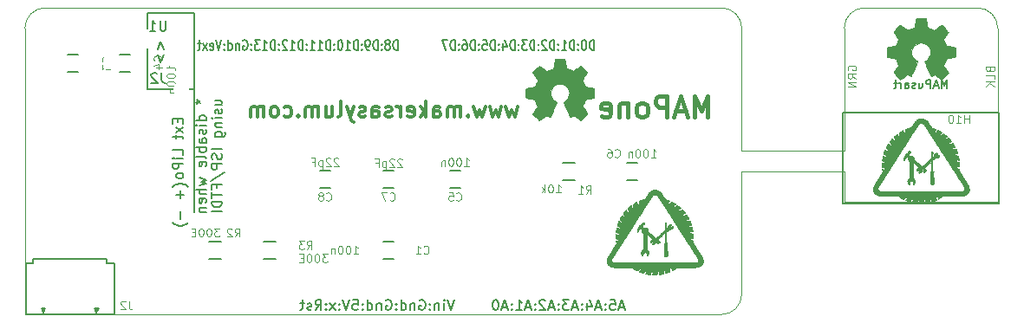
<source format=gbo>
G04 #@! TF.FileFunction,Legend,Bot*
%FSLAX46Y46*%
G04 Gerber Fmt 4.6, Leading zero omitted, Abs format (unit mm)*
G04 Created by KiCad (PCBNEW (2014-12-01 BZR 5309)-product) date Tue Dec  2 18:18:23 2014*
%MOMM*%
G01*
G04 APERTURE LIST*
%ADD10C,0.100000*%
%ADD11C,0.200000*%
%ADD12C,0.150000*%
%ADD13C,0.300000*%
%ADD14C,0.400000*%
%ADD15C,0.152400*%
%ADD16C,0.002540*%
%ADD17C,1.778000*%
%ADD18R,1.778000X1.778000*%
%ADD19R,1.500000X1.300000*%
%ADD20C,3.048000*%
%ADD21R,4.572000X3.048000*%
%ADD22O,4.572000X3.048000*%
%ADD23O,3.048000X4.572000*%
%ADD24C,1.524000*%
%ADD25R,1.524000X1.524000*%
%ADD26R,1.500000X1.250000*%
%ADD27O,1.574800X2.286000*%
%ADD28R,1.574800X2.286000*%
%ADD29R,0.406400X1.371600*%
%ADD30R,1.600200X1.422400*%
%ADD31R,1.905000X1.905000*%
%ADD32C,1.905000*%
%ADD33C,1.501140*%
%ADD34R,1.501140X1.501140*%
G04 APERTURE END LIST*
D10*
X124242857Y-36033334D02*
X124280952Y-36147620D01*
X124319048Y-36185715D01*
X124395238Y-36223810D01*
X124509524Y-36223810D01*
X124585714Y-36185715D01*
X124623810Y-36147620D01*
X124661905Y-36071429D01*
X124661905Y-35766667D01*
X123861905Y-35766667D01*
X123861905Y-36033334D01*
X123900000Y-36109524D01*
X123938095Y-36147620D01*
X124014286Y-36185715D01*
X124090476Y-36185715D01*
X124166667Y-36147620D01*
X124204762Y-36109524D01*
X124242857Y-36033334D01*
X124242857Y-35766667D01*
X124661905Y-36947620D02*
X124661905Y-36566667D01*
X123861905Y-36566667D01*
X124661905Y-37214286D02*
X123861905Y-37214286D01*
X124661905Y-37671429D02*
X124204762Y-37328572D01*
X123861905Y-37671429D02*
X124319048Y-37214286D01*
X110400000Y-36090477D02*
X110361905Y-36014286D01*
X110361905Y-35900001D01*
X110400000Y-35785715D01*
X110476190Y-35709524D01*
X110552381Y-35671429D01*
X110704762Y-35633334D01*
X110819048Y-35633334D01*
X110971429Y-35671429D01*
X111047619Y-35709524D01*
X111123810Y-35785715D01*
X111161905Y-35900001D01*
X111161905Y-35976191D01*
X111123810Y-36090477D01*
X111085714Y-36128572D01*
X110819048Y-36128572D01*
X110819048Y-35976191D01*
X111161905Y-36928572D02*
X110780952Y-36661905D01*
X111161905Y-36471429D02*
X110361905Y-36471429D01*
X110361905Y-36776191D01*
X110400000Y-36852382D01*
X110438095Y-36890477D01*
X110514286Y-36928572D01*
X110628571Y-36928572D01*
X110704762Y-36890477D01*
X110742857Y-36852382D01*
X110780952Y-36776191D01*
X110780952Y-36471429D01*
X111161905Y-37271429D02*
X110361905Y-37271429D01*
X111161905Y-37728572D01*
X110361905Y-37728572D01*
X125000000Y-49000000D02*
X125000000Y-46000000D01*
X110000000Y-49000000D02*
X110000000Y-46000000D01*
X110000000Y-49000000D02*
X125000000Y-49000000D01*
X125000000Y-46000000D02*
X125000000Y-44000000D01*
X125000000Y-44000000D02*
X125000000Y-32000000D01*
X100000000Y-46000000D02*
X110000000Y-46000000D01*
X100000000Y-58000000D02*
X100000000Y-46000000D01*
X110000000Y-44000000D02*
X110000000Y-32000000D01*
X100000000Y-44000000D02*
X110000000Y-44000000D01*
X100000000Y-32000000D02*
X100000000Y-44000000D01*
D11*
X120033334Y-37861905D02*
X120033334Y-37061905D01*
X119766667Y-37633333D01*
X119500000Y-37061905D01*
X119500000Y-37861905D01*
X119157143Y-37633333D02*
X118776191Y-37633333D01*
X119233334Y-37861905D02*
X118966667Y-37061905D01*
X118700000Y-37861905D01*
X118433334Y-37861905D02*
X118433334Y-37061905D01*
X118128572Y-37061905D01*
X118052381Y-37100000D01*
X118014286Y-37138095D01*
X117976191Y-37214286D01*
X117976191Y-37328571D01*
X118014286Y-37404762D01*
X118052381Y-37442857D01*
X118128572Y-37480952D01*
X118433334Y-37480952D01*
X117290477Y-37328571D02*
X117290477Y-37861905D01*
X117633334Y-37328571D02*
X117633334Y-37747619D01*
X117595239Y-37823810D01*
X117519048Y-37861905D01*
X117404762Y-37861905D01*
X117328572Y-37823810D01*
X117290477Y-37785714D01*
X116947619Y-37823810D02*
X116871429Y-37861905D01*
X116719048Y-37861905D01*
X116642857Y-37823810D01*
X116604762Y-37747619D01*
X116604762Y-37709524D01*
X116642857Y-37633333D01*
X116719048Y-37595238D01*
X116833333Y-37595238D01*
X116909524Y-37557143D01*
X116947619Y-37480952D01*
X116947619Y-37442857D01*
X116909524Y-37366667D01*
X116833333Y-37328571D01*
X116719048Y-37328571D01*
X116642857Y-37366667D01*
X115919048Y-37861905D02*
X115919048Y-37442857D01*
X115957143Y-37366667D01*
X116033333Y-37328571D01*
X116185714Y-37328571D01*
X116261905Y-37366667D01*
X115919048Y-37823810D02*
X115995238Y-37861905D01*
X116185714Y-37861905D01*
X116261905Y-37823810D01*
X116300000Y-37747619D01*
X116300000Y-37671429D01*
X116261905Y-37595238D01*
X116185714Y-37557143D01*
X115995238Y-37557143D01*
X115919048Y-37519048D01*
X115538095Y-37861905D02*
X115538095Y-37328571D01*
X115538095Y-37480952D02*
X115500000Y-37404762D01*
X115461904Y-37366667D01*
X115385714Y-37328571D01*
X115309523Y-37328571D01*
X115157143Y-37328571D02*
X114852381Y-37328571D01*
X115042857Y-37061905D02*
X115042857Y-37747619D01*
X115004762Y-37823810D01*
X114928571Y-37861905D01*
X114852381Y-37861905D01*
D12*
X44928571Y-40869047D02*
X44928571Y-41202381D01*
X45452381Y-41345238D02*
X45452381Y-40869047D01*
X44452381Y-40869047D01*
X44452381Y-41345238D01*
X45452381Y-41678571D02*
X44785714Y-42202381D01*
X44785714Y-41678571D02*
X45452381Y-42202381D01*
X44785714Y-42440476D02*
X44785714Y-42821428D01*
X44452381Y-42583333D02*
X45309524Y-42583333D01*
X45404762Y-42630952D01*
X45452381Y-42726190D01*
X45452381Y-42821428D01*
X45452381Y-44392858D02*
X45452381Y-43916667D01*
X44452381Y-43916667D01*
X45452381Y-44726191D02*
X44785714Y-44726191D01*
X44452381Y-44726191D02*
X44500000Y-44678572D01*
X44547619Y-44726191D01*
X44500000Y-44773810D01*
X44452381Y-44726191D01*
X44547619Y-44726191D01*
X45452381Y-45202381D02*
X44452381Y-45202381D01*
X44452381Y-45583334D01*
X44500000Y-45678572D01*
X44547619Y-45726191D01*
X44642857Y-45773810D01*
X44785714Y-45773810D01*
X44880952Y-45726191D01*
X44928571Y-45678572D01*
X44976190Y-45583334D01*
X44976190Y-45202381D01*
X45452381Y-46345238D02*
X45404762Y-46250000D01*
X45357143Y-46202381D01*
X45261905Y-46154762D01*
X44976190Y-46154762D01*
X44880952Y-46202381D01*
X44833333Y-46250000D01*
X44785714Y-46345238D01*
X44785714Y-46488096D01*
X44833333Y-46583334D01*
X44880952Y-46630953D01*
X44976190Y-46678572D01*
X45261905Y-46678572D01*
X45357143Y-46630953D01*
X45404762Y-46583334D01*
X45452381Y-46488096D01*
X45452381Y-46345238D01*
X44416667Y-51011904D02*
X44464286Y-51059524D01*
X44607143Y-51154762D01*
X44702381Y-51202381D01*
X44845238Y-51250000D01*
X45083333Y-51297619D01*
X45273810Y-51297619D01*
X45511905Y-51250000D01*
X45654762Y-51202381D01*
X45750000Y-51154762D01*
X45892857Y-51059524D01*
X45940476Y-51011904D01*
X45178571Y-50630952D02*
X45178571Y-49869047D01*
X45178571Y-48630952D02*
X45178571Y-47869047D01*
X44797619Y-48249999D02*
X45559524Y-48249999D01*
X44416667Y-47488095D02*
X44464286Y-47440476D01*
X44607143Y-47345238D01*
X44702381Y-47297619D01*
X44845238Y-47250000D01*
X45083333Y-47202381D01*
X45273810Y-47202381D01*
X45511905Y-47250000D01*
X45654762Y-47297619D01*
X45750000Y-47345238D01*
X45892857Y-47440476D01*
X45940476Y-47488095D01*
D10*
X123000000Y-30000000D02*
X112000000Y-30000000D01*
X125000000Y-32000000D02*
G75*
G03X123000000Y-30000000I-2000000J0D01*
G01*
X112000000Y-30000000D02*
G75*
G03X110000000Y-32000000I0J-2000000D01*
G01*
D11*
X46500000Y-38000000D02*
X46500000Y-50000000D01*
D12*
X46677381Y-39190475D02*
X46915476Y-39190475D01*
X46820238Y-38952380D02*
X46915476Y-39190475D01*
X46820238Y-39428571D01*
X47105952Y-39047618D02*
X46915476Y-39190475D01*
X47105952Y-39333333D01*
X47677381Y-41000000D02*
X46677381Y-41000000D01*
X47629762Y-41000000D02*
X47677381Y-40904762D01*
X47677381Y-40714285D01*
X47629762Y-40619047D01*
X47582143Y-40571428D01*
X47486905Y-40523809D01*
X47201190Y-40523809D01*
X47105952Y-40571428D01*
X47058333Y-40619047D01*
X47010714Y-40714285D01*
X47010714Y-40904762D01*
X47058333Y-41000000D01*
X47677381Y-41476190D02*
X47010714Y-41476190D01*
X46677381Y-41476190D02*
X46725000Y-41428571D01*
X46772619Y-41476190D01*
X46725000Y-41523809D01*
X46677381Y-41476190D01*
X46772619Y-41476190D01*
X47629762Y-41904761D02*
X47677381Y-41999999D01*
X47677381Y-42190475D01*
X47629762Y-42285714D01*
X47534524Y-42333333D01*
X47486905Y-42333333D01*
X47391667Y-42285714D01*
X47344048Y-42190475D01*
X47344048Y-42047618D01*
X47296429Y-41952380D01*
X47201190Y-41904761D01*
X47153571Y-41904761D01*
X47058333Y-41952380D01*
X47010714Y-42047618D01*
X47010714Y-42190475D01*
X47058333Y-42285714D01*
X47677381Y-43190476D02*
X47153571Y-43190476D01*
X47058333Y-43142857D01*
X47010714Y-43047619D01*
X47010714Y-42857142D01*
X47058333Y-42761904D01*
X47629762Y-43190476D02*
X47677381Y-43095238D01*
X47677381Y-42857142D01*
X47629762Y-42761904D01*
X47534524Y-42714285D01*
X47439286Y-42714285D01*
X47344048Y-42761904D01*
X47296429Y-42857142D01*
X47296429Y-43095238D01*
X47248810Y-43190476D01*
X47677381Y-43666666D02*
X46677381Y-43666666D01*
X47058333Y-43666666D02*
X47010714Y-43761904D01*
X47010714Y-43952381D01*
X47058333Y-44047619D01*
X47105952Y-44095238D01*
X47201190Y-44142857D01*
X47486905Y-44142857D01*
X47582143Y-44095238D01*
X47629762Y-44047619D01*
X47677381Y-43952381D01*
X47677381Y-43761904D01*
X47629762Y-43666666D01*
X47677381Y-44714285D02*
X47629762Y-44619047D01*
X47534524Y-44571428D01*
X46677381Y-44571428D01*
X47629762Y-45476191D02*
X47677381Y-45380953D01*
X47677381Y-45190476D01*
X47629762Y-45095238D01*
X47534524Y-45047619D01*
X47153571Y-45047619D01*
X47058333Y-45095238D01*
X47010714Y-45190476D01*
X47010714Y-45380953D01*
X47058333Y-45476191D01*
X47153571Y-45523810D01*
X47248810Y-45523810D01*
X47344048Y-45047619D01*
X47010714Y-46619048D02*
X47677381Y-46809524D01*
X47201190Y-47000001D01*
X47677381Y-47190477D01*
X47010714Y-47380953D01*
X47677381Y-47761905D02*
X46677381Y-47761905D01*
X47677381Y-48190477D02*
X47153571Y-48190477D01*
X47058333Y-48142858D01*
X47010714Y-48047620D01*
X47010714Y-47904762D01*
X47058333Y-47809524D01*
X47105952Y-47761905D01*
X47629762Y-49047620D02*
X47677381Y-48952382D01*
X47677381Y-48761905D01*
X47629762Y-48666667D01*
X47534524Y-48619048D01*
X47153571Y-48619048D01*
X47058333Y-48666667D01*
X47010714Y-48761905D01*
X47010714Y-48952382D01*
X47058333Y-49047620D01*
X47153571Y-49095239D01*
X47248810Y-49095239D01*
X47344048Y-48619048D01*
X47010714Y-49523810D02*
X47677381Y-49523810D01*
X47105952Y-49523810D02*
X47058333Y-49571429D01*
X47010714Y-49666667D01*
X47010714Y-49809525D01*
X47058333Y-49904763D01*
X47153571Y-49952382D01*
X47677381Y-49952382D01*
X48560714Y-39500001D02*
X49227381Y-39500001D01*
X48560714Y-39071429D02*
X49084524Y-39071429D01*
X49179762Y-39119048D01*
X49227381Y-39214286D01*
X49227381Y-39357144D01*
X49179762Y-39452382D01*
X49132143Y-39500001D01*
X49179762Y-39928572D02*
X49227381Y-40023810D01*
X49227381Y-40214286D01*
X49179762Y-40309525D01*
X49084524Y-40357144D01*
X49036905Y-40357144D01*
X48941667Y-40309525D01*
X48894048Y-40214286D01*
X48894048Y-40071429D01*
X48846429Y-39976191D01*
X48751190Y-39928572D01*
X48703571Y-39928572D01*
X48608333Y-39976191D01*
X48560714Y-40071429D01*
X48560714Y-40214286D01*
X48608333Y-40309525D01*
X49227381Y-40785715D02*
X48560714Y-40785715D01*
X48227381Y-40785715D02*
X48275000Y-40738096D01*
X48322619Y-40785715D01*
X48275000Y-40833334D01*
X48227381Y-40785715D01*
X48322619Y-40785715D01*
X48560714Y-41261905D02*
X49227381Y-41261905D01*
X48655952Y-41261905D02*
X48608333Y-41309524D01*
X48560714Y-41404762D01*
X48560714Y-41547620D01*
X48608333Y-41642858D01*
X48703571Y-41690477D01*
X49227381Y-41690477D01*
X48560714Y-42595239D02*
X49370238Y-42595239D01*
X49465476Y-42547620D01*
X49513095Y-42500001D01*
X49560714Y-42404762D01*
X49560714Y-42261905D01*
X49513095Y-42166667D01*
X49179762Y-42595239D02*
X49227381Y-42500001D01*
X49227381Y-42309524D01*
X49179762Y-42214286D01*
X49132143Y-42166667D01*
X49036905Y-42119048D01*
X48751190Y-42119048D01*
X48655952Y-42166667D01*
X48608333Y-42214286D01*
X48560714Y-42309524D01*
X48560714Y-42500001D01*
X48608333Y-42595239D01*
X49227381Y-43833334D02*
X48227381Y-43833334D01*
X49179762Y-44261905D02*
X49227381Y-44404762D01*
X49227381Y-44642858D01*
X49179762Y-44738096D01*
X49132143Y-44785715D01*
X49036905Y-44833334D01*
X48941667Y-44833334D01*
X48846429Y-44785715D01*
X48798810Y-44738096D01*
X48751190Y-44642858D01*
X48703571Y-44452381D01*
X48655952Y-44357143D01*
X48608333Y-44309524D01*
X48513095Y-44261905D01*
X48417857Y-44261905D01*
X48322619Y-44309524D01*
X48275000Y-44357143D01*
X48227381Y-44452381D01*
X48227381Y-44690477D01*
X48275000Y-44833334D01*
X49227381Y-45261905D02*
X48227381Y-45261905D01*
X48227381Y-45642858D01*
X48275000Y-45738096D01*
X48322619Y-45785715D01*
X48417857Y-45833334D01*
X48560714Y-45833334D01*
X48655952Y-45785715D01*
X48703571Y-45738096D01*
X48751190Y-45642858D01*
X48751190Y-45261905D01*
X48179762Y-46976191D02*
X49465476Y-46119048D01*
X48703571Y-47642858D02*
X48703571Y-47309524D01*
X49227381Y-47309524D02*
X48227381Y-47309524D01*
X48227381Y-47785715D01*
X48227381Y-48023810D02*
X48227381Y-48595239D01*
X49227381Y-48309524D02*
X48227381Y-48309524D01*
X49227381Y-48928572D02*
X48227381Y-48928572D01*
X48227381Y-49166667D01*
X48275000Y-49309525D01*
X48370238Y-49404763D01*
X48465476Y-49452382D01*
X48655952Y-49500001D01*
X48798810Y-49500001D01*
X48989286Y-49452382D01*
X49084524Y-49404763D01*
X49179762Y-49309525D01*
X49227381Y-49166667D01*
X49227381Y-48928572D01*
X49227381Y-49928572D02*
X48227381Y-49928572D01*
D11*
X42000000Y-30500000D02*
X42000000Y-32000000D01*
X42000000Y-38000000D02*
X42000000Y-34000000D01*
X46500000Y-38000000D02*
X42000000Y-38000000D01*
X46500000Y-30500000D02*
X46500000Y-38000000D01*
X42000000Y-30500000D02*
X46500000Y-30500000D01*
D10*
X100000000Y-32000000D02*
G75*
G03X98000000Y-30000000I-2000000J0D01*
G01*
X98000000Y-60000000D02*
G75*
G03X100000000Y-58000000I0J2000000D01*
G01*
X32000000Y-30000000D02*
G75*
G03X30000000Y-32000000I0J-2000000D01*
G01*
D13*
X78107143Y-39678571D02*
X77821429Y-40678571D01*
X77535715Y-39964286D01*
X77250000Y-40678571D01*
X76964286Y-39678571D01*
X76535714Y-39678571D02*
X76250000Y-40678571D01*
X75964286Y-39964286D01*
X75678571Y-40678571D01*
X75392857Y-39678571D01*
X74964285Y-39678571D02*
X74678571Y-40678571D01*
X74392857Y-39964286D01*
X74107142Y-40678571D01*
X73821428Y-39678571D01*
X73249999Y-40535714D02*
X73178571Y-40607143D01*
X73249999Y-40678571D01*
X73321428Y-40607143D01*
X73249999Y-40535714D01*
X73249999Y-40678571D01*
X72535713Y-40678571D02*
X72535713Y-39678571D01*
X72535713Y-39821429D02*
X72464285Y-39750000D01*
X72321427Y-39678571D01*
X72107142Y-39678571D01*
X71964285Y-39750000D01*
X71892856Y-39892857D01*
X71892856Y-40678571D01*
X71892856Y-39892857D02*
X71821427Y-39750000D01*
X71678570Y-39678571D01*
X71464285Y-39678571D01*
X71321427Y-39750000D01*
X71249999Y-39892857D01*
X71249999Y-40678571D01*
X69892856Y-40678571D02*
X69892856Y-39892857D01*
X69964285Y-39750000D01*
X70107142Y-39678571D01*
X70392856Y-39678571D01*
X70535713Y-39750000D01*
X69892856Y-40607143D02*
X70035713Y-40678571D01*
X70392856Y-40678571D01*
X70535713Y-40607143D01*
X70607142Y-40464286D01*
X70607142Y-40321429D01*
X70535713Y-40178571D01*
X70392856Y-40107143D01*
X70035713Y-40107143D01*
X69892856Y-40035714D01*
X69178570Y-40678571D02*
X69178570Y-39178571D01*
X69035713Y-40107143D02*
X68607142Y-40678571D01*
X68607142Y-39678571D02*
X69178570Y-40250000D01*
X67392856Y-40607143D02*
X67535713Y-40678571D01*
X67821427Y-40678571D01*
X67964284Y-40607143D01*
X68035713Y-40464286D01*
X68035713Y-39892857D01*
X67964284Y-39750000D01*
X67821427Y-39678571D01*
X67535713Y-39678571D01*
X67392856Y-39750000D01*
X67321427Y-39892857D01*
X67321427Y-40035714D01*
X68035713Y-40178571D01*
X66678570Y-40678571D02*
X66678570Y-39678571D01*
X66678570Y-39964286D02*
X66607142Y-39821429D01*
X66535713Y-39750000D01*
X66392856Y-39678571D01*
X66249999Y-39678571D01*
X65821428Y-40607143D02*
X65678571Y-40678571D01*
X65392856Y-40678571D01*
X65249999Y-40607143D01*
X65178571Y-40464286D01*
X65178571Y-40392857D01*
X65249999Y-40250000D01*
X65392856Y-40178571D01*
X65607142Y-40178571D01*
X65749999Y-40107143D01*
X65821428Y-39964286D01*
X65821428Y-39892857D01*
X65749999Y-39750000D01*
X65607142Y-39678571D01*
X65392856Y-39678571D01*
X65249999Y-39750000D01*
X63892856Y-40678571D02*
X63892856Y-39892857D01*
X63964285Y-39750000D01*
X64107142Y-39678571D01*
X64392856Y-39678571D01*
X64535713Y-39750000D01*
X63892856Y-40607143D02*
X64035713Y-40678571D01*
X64392856Y-40678571D01*
X64535713Y-40607143D01*
X64607142Y-40464286D01*
X64607142Y-40321429D01*
X64535713Y-40178571D01*
X64392856Y-40107143D01*
X64035713Y-40107143D01*
X63892856Y-40035714D01*
X63249999Y-40607143D02*
X63107142Y-40678571D01*
X62821427Y-40678571D01*
X62678570Y-40607143D01*
X62607142Y-40464286D01*
X62607142Y-40392857D01*
X62678570Y-40250000D01*
X62821427Y-40178571D01*
X63035713Y-40178571D01*
X63178570Y-40107143D01*
X63249999Y-39964286D01*
X63249999Y-39892857D01*
X63178570Y-39750000D01*
X63035713Y-39678571D01*
X62821427Y-39678571D01*
X62678570Y-39750000D01*
X62107141Y-39678571D02*
X61749998Y-40678571D01*
X61392856Y-39678571D02*
X61749998Y-40678571D01*
X61892856Y-41035714D01*
X61964284Y-41107143D01*
X62107141Y-41178571D01*
X60607141Y-40678571D02*
X60749999Y-40607143D01*
X60821427Y-40464286D01*
X60821427Y-39178571D01*
X59392856Y-39678571D02*
X59392856Y-40678571D01*
X60035713Y-39678571D02*
X60035713Y-40464286D01*
X59964285Y-40607143D01*
X59821427Y-40678571D01*
X59607142Y-40678571D01*
X59464285Y-40607143D01*
X59392856Y-40535714D01*
X58678570Y-40678571D02*
X58678570Y-39678571D01*
X58678570Y-39821429D02*
X58607142Y-39750000D01*
X58464284Y-39678571D01*
X58249999Y-39678571D01*
X58107142Y-39750000D01*
X58035713Y-39892857D01*
X58035713Y-40678571D01*
X58035713Y-39892857D02*
X57964284Y-39750000D01*
X57821427Y-39678571D01*
X57607142Y-39678571D01*
X57464284Y-39750000D01*
X57392856Y-39892857D01*
X57392856Y-40678571D01*
X56678570Y-40535714D02*
X56607142Y-40607143D01*
X56678570Y-40678571D01*
X56749999Y-40607143D01*
X56678570Y-40535714D01*
X56678570Y-40678571D01*
X55321427Y-40607143D02*
X55464284Y-40678571D01*
X55749998Y-40678571D01*
X55892856Y-40607143D01*
X55964284Y-40535714D01*
X56035713Y-40392857D01*
X56035713Y-39964286D01*
X55964284Y-39821429D01*
X55892856Y-39750000D01*
X55749998Y-39678571D01*
X55464284Y-39678571D01*
X55321427Y-39750000D01*
X54464284Y-40678571D02*
X54607142Y-40607143D01*
X54678570Y-40535714D01*
X54749999Y-40392857D01*
X54749999Y-39964286D01*
X54678570Y-39821429D01*
X54607142Y-39750000D01*
X54464284Y-39678571D01*
X54249999Y-39678571D01*
X54107142Y-39750000D01*
X54035713Y-39821429D01*
X53964284Y-39964286D01*
X53964284Y-40392857D01*
X54035713Y-40535714D01*
X54107142Y-40607143D01*
X54249999Y-40678571D01*
X54464284Y-40678571D01*
X53321427Y-40678571D02*
X53321427Y-39678571D01*
X53321427Y-39821429D02*
X53249999Y-39750000D01*
X53107141Y-39678571D01*
X52892856Y-39678571D01*
X52749999Y-39750000D01*
X52678570Y-39892857D01*
X52678570Y-40678571D01*
X52678570Y-39892857D02*
X52607141Y-39750000D01*
X52464284Y-39678571D01*
X52249999Y-39678571D01*
X52107141Y-39750000D01*
X52035713Y-39892857D01*
X52035713Y-40678571D01*
D14*
X96690477Y-40654762D02*
X96690477Y-38654762D01*
X96023810Y-40083333D01*
X95357143Y-38654762D01*
X95357143Y-40654762D01*
X94500001Y-40083333D02*
X93547620Y-40083333D01*
X94690477Y-40654762D02*
X94023810Y-38654762D01*
X93357143Y-40654762D01*
X92690477Y-40654762D02*
X92690477Y-38654762D01*
X91928572Y-38654762D01*
X91738096Y-38750000D01*
X91642857Y-38845238D01*
X91547619Y-39035714D01*
X91547619Y-39321429D01*
X91642857Y-39511905D01*
X91738096Y-39607143D01*
X91928572Y-39702381D01*
X92690477Y-39702381D01*
X90404762Y-40654762D02*
X90595238Y-40559524D01*
X90690477Y-40464286D01*
X90785715Y-40273810D01*
X90785715Y-39702381D01*
X90690477Y-39511905D01*
X90595238Y-39416667D01*
X90404762Y-39321429D01*
X90119048Y-39321429D01*
X89928572Y-39416667D01*
X89833334Y-39511905D01*
X89738096Y-39702381D01*
X89738096Y-40273810D01*
X89833334Y-40464286D01*
X89928572Y-40559524D01*
X90119048Y-40654762D01*
X90404762Y-40654762D01*
X88880953Y-39321429D02*
X88880953Y-40654762D01*
X88880953Y-39511905D02*
X88785714Y-39416667D01*
X88595238Y-39321429D01*
X88309524Y-39321429D01*
X88119048Y-39416667D01*
X88023810Y-39607143D01*
X88023810Y-40654762D01*
X86309524Y-40559524D02*
X86500000Y-40654762D01*
X86880952Y-40654762D01*
X87071429Y-40559524D01*
X87166667Y-40369048D01*
X87166667Y-39607143D01*
X87071429Y-39416667D01*
X86880952Y-39321429D01*
X86500000Y-39321429D01*
X86309524Y-39416667D01*
X86214286Y-39607143D01*
X86214286Y-39797619D01*
X87166667Y-39988095D01*
D12*
X66414286Y-34152381D02*
X66414286Y-33152381D01*
X66223810Y-33152381D01*
X66109524Y-33200000D01*
X66033333Y-33295238D01*
X65995238Y-33390476D01*
X65957143Y-33580952D01*
X65957143Y-33723810D01*
X65995238Y-33914286D01*
X66033333Y-34009524D01*
X66109524Y-34104762D01*
X66223810Y-34152381D01*
X66414286Y-34152381D01*
X65500000Y-33580952D02*
X65576191Y-33533333D01*
X65614286Y-33485714D01*
X65652381Y-33390476D01*
X65652381Y-33342857D01*
X65614286Y-33247619D01*
X65576191Y-33200000D01*
X65500000Y-33152381D01*
X65347619Y-33152381D01*
X65271429Y-33200000D01*
X65233333Y-33247619D01*
X65195238Y-33342857D01*
X65195238Y-33390476D01*
X65233333Y-33485714D01*
X65271429Y-33533333D01*
X65347619Y-33580952D01*
X65500000Y-33580952D01*
X65576191Y-33628571D01*
X65614286Y-33676190D01*
X65652381Y-33771429D01*
X65652381Y-33961905D01*
X65614286Y-34057143D01*
X65576191Y-34104762D01*
X65500000Y-34152381D01*
X65347619Y-34152381D01*
X65271429Y-34104762D01*
X65233333Y-34057143D01*
X65195238Y-33961905D01*
X65195238Y-33771429D01*
X65233333Y-33676190D01*
X65271429Y-33628571D01*
X65347619Y-33580952D01*
X64852381Y-34057143D02*
X64814286Y-34104762D01*
X64852381Y-34152381D01*
X64890476Y-34104762D01*
X64852381Y-34057143D01*
X64852381Y-34152381D01*
X64852381Y-33533333D02*
X64814286Y-33580952D01*
X64852381Y-33628571D01*
X64890476Y-33580952D01*
X64852381Y-33533333D01*
X64852381Y-33628571D01*
X64471429Y-34152381D02*
X64471429Y-33152381D01*
X64280953Y-33152381D01*
X64166667Y-33200000D01*
X64090476Y-33295238D01*
X64052381Y-33390476D01*
X64014286Y-33580952D01*
X64014286Y-33723810D01*
X64052381Y-33914286D01*
X64090476Y-34009524D01*
X64166667Y-34104762D01*
X64280953Y-34152381D01*
X64471429Y-34152381D01*
X63633334Y-34152381D02*
X63480953Y-34152381D01*
X63404762Y-34104762D01*
X63366667Y-34057143D01*
X63290476Y-33914286D01*
X63252381Y-33723810D01*
X63252381Y-33342857D01*
X63290476Y-33247619D01*
X63328572Y-33200000D01*
X63404762Y-33152381D01*
X63557143Y-33152381D01*
X63633334Y-33200000D01*
X63671429Y-33247619D01*
X63709524Y-33342857D01*
X63709524Y-33580952D01*
X63671429Y-33676190D01*
X63633334Y-33723810D01*
X63557143Y-33771429D01*
X63404762Y-33771429D01*
X63328572Y-33723810D01*
X63290476Y-33676190D01*
X63252381Y-33580952D01*
X62909524Y-34057143D02*
X62871429Y-34104762D01*
X62909524Y-34152381D01*
X62947619Y-34104762D01*
X62909524Y-34057143D01*
X62909524Y-34152381D01*
X62909524Y-33533333D02*
X62871429Y-33580952D01*
X62909524Y-33628571D01*
X62947619Y-33580952D01*
X62909524Y-33533333D01*
X62909524Y-33628571D01*
X62528572Y-34152381D02*
X62528572Y-33152381D01*
X62338096Y-33152381D01*
X62223810Y-33200000D01*
X62147619Y-33295238D01*
X62109524Y-33390476D01*
X62071429Y-33580952D01*
X62071429Y-33723810D01*
X62109524Y-33914286D01*
X62147619Y-34009524D01*
X62223810Y-34104762D01*
X62338096Y-34152381D01*
X62528572Y-34152381D01*
X61309524Y-34152381D02*
X61766667Y-34152381D01*
X61538096Y-34152381D02*
X61538096Y-33152381D01*
X61614286Y-33295238D01*
X61690477Y-33390476D01*
X61766667Y-33438095D01*
X60814286Y-33152381D02*
X60738095Y-33152381D01*
X60661905Y-33200000D01*
X60623810Y-33247619D01*
X60585714Y-33342857D01*
X60547619Y-33533333D01*
X60547619Y-33771429D01*
X60585714Y-33961905D01*
X60623810Y-34057143D01*
X60661905Y-34104762D01*
X60738095Y-34152381D01*
X60814286Y-34152381D01*
X60890476Y-34104762D01*
X60928572Y-34057143D01*
X60966667Y-33961905D01*
X61004762Y-33771429D01*
X61004762Y-33533333D01*
X60966667Y-33342857D01*
X60928572Y-33247619D01*
X60890476Y-33200000D01*
X60814286Y-33152381D01*
X60204762Y-34057143D02*
X60166667Y-34104762D01*
X60204762Y-34152381D01*
X60242857Y-34104762D01*
X60204762Y-34057143D01*
X60204762Y-34152381D01*
X60204762Y-33533333D02*
X60166667Y-33580952D01*
X60204762Y-33628571D01*
X60242857Y-33580952D01*
X60204762Y-33533333D01*
X60204762Y-33628571D01*
X59823810Y-34152381D02*
X59823810Y-33152381D01*
X59633334Y-33152381D01*
X59519048Y-33200000D01*
X59442857Y-33295238D01*
X59404762Y-33390476D01*
X59366667Y-33580952D01*
X59366667Y-33723810D01*
X59404762Y-33914286D01*
X59442857Y-34009524D01*
X59519048Y-34104762D01*
X59633334Y-34152381D01*
X59823810Y-34152381D01*
X58604762Y-34152381D02*
X59061905Y-34152381D01*
X58833334Y-34152381D02*
X58833334Y-33152381D01*
X58909524Y-33295238D01*
X58985715Y-33390476D01*
X59061905Y-33438095D01*
X57842857Y-34152381D02*
X58300000Y-34152381D01*
X58071429Y-34152381D02*
X58071429Y-33152381D01*
X58147619Y-33295238D01*
X58223810Y-33390476D01*
X58300000Y-33438095D01*
X57500000Y-34057143D02*
X57461905Y-34104762D01*
X57500000Y-34152381D01*
X57538095Y-34104762D01*
X57500000Y-34057143D01*
X57500000Y-34152381D01*
X57500000Y-33533333D02*
X57461905Y-33580952D01*
X57500000Y-33628571D01*
X57538095Y-33580952D01*
X57500000Y-33533333D01*
X57500000Y-33628571D01*
X57119048Y-34152381D02*
X57119048Y-33152381D01*
X56928572Y-33152381D01*
X56814286Y-33200000D01*
X56738095Y-33295238D01*
X56700000Y-33390476D01*
X56661905Y-33580952D01*
X56661905Y-33723810D01*
X56700000Y-33914286D01*
X56738095Y-34009524D01*
X56814286Y-34104762D01*
X56928572Y-34152381D01*
X57119048Y-34152381D01*
X55900000Y-34152381D02*
X56357143Y-34152381D01*
X56128572Y-34152381D02*
X56128572Y-33152381D01*
X56204762Y-33295238D01*
X56280953Y-33390476D01*
X56357143Y-33438095D01*
X55595238Y-33247619D02*
X55557143Y-33200000D01*
X55480952Y-33152381D01*
X55290476Y-33152381D01*
X55214286Y-33200000D01*
X55176190Y-33247619D01*
X55138095Y-33342857D01*
X55138095Y-33438095D01*
X55176190Y-33580952D01*
X55633333Y-34152381D01*
X55138095Y-34152381D01*
X54795238Y-34057143D02*
X54757143Y-34104762D01*
X54795238Y-34152381D01*
X54833333Y-34104762D01*
X54795238Y-34057143D01*
X54795238Y-34152381D01*
X54795238Y-33533333D02*
X54757143Y-33580952D01*
X54795238Y-33628571D01*
X54833333Y-33580952D01*
X54795238Y-33533333D01*
X54795238Y-33628571D01*
X54414286Y-34152381D02*
X54414286Y-33152381D01*
X54223810Y-33152381D01*
X54109524Y-33200000D01*
X54033333Y-33295238D01*
X53995238Y-33390476D01*
X53957143Y-33580952D01*
X53957143Y-33723810D01*
X53995238Y-33914286D01*
X54033333Y-34009524D01*
X54109524Y-34104762D01*
X54223810Y-34152381D01*
X54414286Y-34152381D01*
X53195238Y-34152381D02*
X53652381Y-34152381D01*
X53423810Y-34152381D02*
X53423810Y-33152381D01*
X53500000Y-33295238D01*
X53576191Y-33390476D01*
X53652381Y-33438095D01*
X52928571Y-33152381D02*
X52433333Y-33152381D01*
X52700000Y-33533333D01*
X52585714Y-33533333D01*
X52509524Y-33580952D01*
X52471428Y-33628571D01*
X52433333Y-33723810D01*
X52433333Y-33961905D01*
X52471428Y-34057143D01*
X52509524Y-34104762D01*
X52585714Y-34152381D01*
X52814286Y-34152381D01*
X52890476Y-34104762D01*
X52928571Y-34057143D01*
X52090476Y-34057143D02*
X52052381Y-34104762D01*
X52090476Y-34152381D01*
X52128571Y-34104762D01*
X52090476Y-34057143D01*
X52090476Y-34152381D01*
X52090476Y-33533333D02*
X52052381Y-33580952D01*
X52090476Y-33628571D01*
X52128571Y-33580952D01*
X52090476Y-33533333D01*
X52090476Y-33628571D01*
X51290476Y-33200000D02*
X51366667Y-33152381D01*
X51480952Y-33152381D01*
X51595238Y-33200000D01*
X51671429Y-33295238D01*
X51709524Y-33390476D01*
X51747619Y-33580952D01*
X51747619Y-33723810D01*
X51709524Y-33914286D01*
X51671429Y-34009524D01*
X51595238Y-34104762D01*
X51480952Y-34152381D01*
X51404762Y-34152381D01*
X51290476Y-34104762D01*
X51252381Y-34057143D01*
X51252381Y-33723810D01*
X51404762Y-33723810D01*
X50909524Y-33485714D02*
X50909524Y-34152381D01*
X50909524Y-33580952D02*
X50871429Y-33533333D01*
X50795238Y-33485714D01*
X50680952Y-33485714D01*
X50604762Y-33533333D01*
X50566667Y-33628571D01*
X50566667Y-34152381D01*
X49842857Y-34152381D02*
X49842857Y-33152381D01*
X49842857Y-34104762D02*
X49919047Y-34152381D01*
X50071428Y-34152381D01*
X50147619Y-34104762D01*
X50185714Y-34057143D01*
X50223809Y-33961905D01*
X50223809Y-33676190D01*
X50185714Y-33580952D01*
X50147619Y-33533333D01*
X50071428Y-33485714D01*
X49919047Y-33485714D01*
X49842857Y-33533333D01*
X49461904Y-34057143D02*
X49423809Y-34104762D01*
X49461904Y-34152381D01*
X49499999Y-34104762D01*
X49461904Y-34057143D01*
X49461904Y-34152381D01*
X49461904Y-33533333D02*
X49423809Y-33580952D01*
X49461904Y-33628571D01*
X49499999Y-33580952D01*
X49461904Y-33533333D01*
X49461904Y-33628571D01*
X49195238Y-33152381D02*
X48928571Y-34152381D01*
X48661904Y-33152381D01*
X48090476Y-34104762D02*
X48166666Y-34152381D01*
X48319047Y-34152381D01*
X48395238Y-34104762D01*
X48433333Y-34009524D01*
X48433333Y-33628571D01*
X48395238Y-33533333D01*
X48319047Y-33485714D01*
X48166666Y-33485714D01*
X48090476Y-33533333D01*
X48052381Y-33628571D01*
X48052381Y-33723810D01*
X48433333Y-33819048D01*
X47785714Y-34152381D02*
X47366667Y-33485714D01*
X47785714Y-33485714D02*
X47366667Y-34152381D01*
X47176191Y-33485714D02*
X46871429Y-33485714D01*
X47061905Y-33152381D02*
X47061905Y-34009524D01*
X47023810Y-34104762D01*
X46947619Y-34152381D01*
X46871429Y-34152381D01*
X85590476Y-34152381D02*
X85590476Y-33152381D01*
X85400000Y-33152381D01*
X85285714Y-33200000D01*
X85209523Y-33295238D01*
X85171428Y-33390476D01*
X85133333Y-33580952D01*
X85133333Y-33723810D01*
X85171428Y-33914286D01*
X85209523Y-34009524D01*
X85285714Y-34104762D01*
X85400000Y-34152381D01*
X85590476Y-34152381D01*
X84638095Y-33152381D02*
X84561904Y-33152381D01*
X84485714Y-33200000D01*
X84447619Y-33247619D01*
X84409523Y-33342857D01*
X84371428Y-33533333D01*
X84371428Y-33771429D01*
X84409523Y-33961905D01*
X84447619Y-34057143D01*
X84485714Y-34104762D01*
X84561904Y-34152381D01*
X84638095Y-34152381D01*
X84714285Y-34104762D01*
X84752381Y-34057143D01*
X84790476Y-33961905D01*
X84828571Y-33771429D01*
X84828571Y-33533333D01*
X84790476Y-33342857D01*
X84752381Y-33247619D01*
X84714285Y-33200000D01*
X84638095Y-33152381D01*
X84028571Y-34057143D02*
X83990476Y-34104762D01*
X84028571Y-34152381D01*
X84066666Y-34104762D01*
X84028571Y-34057143D01*
X84028571Y-34152381D01*
X84028571Y-33533333D02*
X83990476Y-33580952D01*
X84028571Y-33628571D01*
X84066666Y-33580952D01*
X84028571Y-33533333D01*
X84028571Y-33628571D01*
X83647619Y-34152381D02*
X83647619Y-33152381D01*
X83457143Y-33152381D01*
X83342857Y-33200000D01*
X83266666Y-33295238D01*
X83228571Y-33390476D01*
X83190476Y-33580952D01*
X83190476Y-33723810D01*
X83228571Y-33914286D01*
X83266666Y-34009524D01*
X83342857Y-34104762D01*
X83457143Y-34152381D01*
X83647619Y-34152381D01*
X82428571Y-34152381D02*
X82885714Y-34152381D01*
X82657143Y-34152381D02*
X82657143Y-33152381D01*
X82733333Y-33295238D01*
X82809524Y-33390476D01*
X82885714Y-33438095D01*
X82085714Y-34057143D02*
X82047619Y-34104762D01*
X82085714Y-34152381D01*
X82123809Y-34104762D01*
X82085714Y-34057143D01*
X82085714Y-34152381D01*
X82085714Y-33533333D02*
X82047619Y-33580952D01*
X82085714Y-33628571D01*
X82123809Y-33580952D01*
X82085714Y-33533333D01*
X82085714Y-33628571D01*
X81704762Y-34152381D02*
X81704762Y-33152381D01*
X81514286Y-33152381D01*
X81400000Y-33200000D01*
X81323809Y-33295238D01*
X81285714Y-33390476D01*
X81247619Y-33580952D01*
X81247619Y-33723810D01*
X81285714Y-33914286D01*
X81323809Y-34009524D01*
X81400000Y-34104762D01*
X81514286Y-34152381D01*
X81704762Y-34152381D01*
X80942857Y-33247619D02*
X80904762Y-33200000D01*
X80828571Y-33152381D01*
X80638095Y-33152381D01*
X80561905Y-33200000D01*
X80523809Y-33247619D01*
X80485714Y-33342857D01*
X80485714Y-33438095D01*
X80523809Y-33580952D01*
X80980952Y-34152381D01*
X80485714Y-34152381D01*
X80142857Y-34057143D02*
X80104762Y-34104762D01*
X80142857Y-34152381D01*
X80180952Y-34104762D01*
X80142857Y-34057143D01*
X80142857Y-34152381D01*
X80142857Y-33533333D02*
X80104762Y-33580952D01*
X80142857Y-33628571D01*
X80180952Y-33580952D01*
X80142857Y-33533333D01*
X80142857Y-33628571D01*
X79761905Y-34152381D02*
X79761905Y-33152381D01*
X79571429Y-33152381D01*
X79457143Y-33200000D01*
X79380952Y-33295238D01*
X79342857Y-33390476D01*
X79304762Y-33580952D01*
X79304762Y-33723810D01*
X79342857Y-33914286D01*
X79380952Y-34009524D01*
X79457143Y-34104762D01*
X79571429Y-34152381D01*
X79761905Y-34152381D01*
X79038095Y-33152381D02*
X78542857Y-33152381D01*
X78809524Y-33533333D01*
X78695238Y-33533333D01*
X78619048Y-33580952D01*
X78580952Y-33628571D01*
X78542857Y-33723810D01*
X78542857Y-33961905D01*
X78580952Y-34057143D01*
X78619048Y-34104762D01*
X78695238Y-34152381D01*
X78923810Y-34152381D01*
X79000000Y-34104762D01*
X79038095Y-34057143D01*
X78200000Y-34057143D02*
X78161905Y-34104762D01*
X78200000Y-34152381D01*
X78238095Y-34104762D01*
X78200000Y-34057143D01*
X78200000Y-34152381D01*
X78200000Y-33533333D02*
X78161905Y-33580952D01*
X78200000Y-33628571D01*
X78238095Y-33580952D01*
X78200000Y-33533333D01*
X78200000Y-33628571D01*
X77819048Y-34152381D02*
X77819048Y-33152381D01*
X77628572Y-33152381D01*
X77514286Y-33200000D01*
X77438095Y-33295238D01*
X77400000Y-33390476D01*
X77361905Y-33580952D01*
X77361905Y-33723810D01*
X77400000Y-33914286D01*
X77438095Y-34009524D01*
X77514286Y-34104762D01*
X77628572Y-34152381D01*
X77819048Y-34152381D01*
X76676191Y-33485714D02*
X76676191Y-34152381D01*
X76866667Y-33104762D02*
X77057143Y-33819048D01*
X76561905Y-33819048D01*
X76257143Y-34057143D02*
X76219048Y-34104762D01*
X76257143Y-34152381D01*
X76295238Y-34104762D01*
X76257143Y-34057143D01*
X76257143Y-34152381D01*
X76257143Y-33533333D02*
X76219048Y-33580952D01*
X76257143Y-33628571D01*
X76295238Y-33580952D01*
X76257143Y-33533333D01*
X76257143Y-33628571D01*
X75876191Y-34152381D02*
X75876191Y-33152381D01*
X75685715Y-33152381D01*
X75571429Y-33200000D01*
X75495238Y-33295238D01*
X75457143Y-33390476D01*
X75419048Y-33580952D01*
X75419048Y-33723810D01*
X75457143Y-33914286D01*
X75495238Y-34009524D01*
X75571429Y-34104762D01*
X75685715Y-34152381D01*
X75876191Y-34152381D01*
X74695238Y-33152381D02*
X75076191Y-33152381D01*
X75114286Y-33628571D01*
X75076191Y-33580952D01*
X75000000Y-33533333D01*
X74809524Y-33533333D01*
X74733334Y-33580952D01*
X74695238Y-33628571D01*
X74657143Y-33723810D01*
X74657143Y-33961905D01*
X74695238Y-34057143D01*
X74733334Y-34104762D01*
X74809524Y-34152381D01*
X75000000Y-34152381D01*
X75076191Y-34104762D01*
X75114286Y-34057143D01*
X74314286Y-34057143D02*
X74276191Y-34104762D01*
X74314286Y-34152381D01*
X74352381Y-34104762D01*
X74314286Y-34057143D01*
X74314286Y-34152381D01*
X74314286Y-33533333D02*
X74276191Y-33580952D01*
X74314286Y-33628571D01*
X74352381Y-33580952D01*
X74314286Y-33533333D01*
X74314286Y-33628571D01*
X73933334Y-34152381D02*
X73933334Y-33152381D01*
X73742858Y-33152381D01*
X73628572Y-33200000D01*
X73552381Y-33295238D01*
X73514286Y-33390476D01*
X73476191Y-33580952D01*
X73476191Y-33723810D01*
X73514286Y-33914286D01*
X73552381Y-34009524D01*
X73628572Y-34104762D01*
X73742858Y-34152381D01*
X73933334Y-34152381D01*
X72790477Y-33152381D02*
X72942858Y-33152381D01*
X73019048Y-33200000D01*
X73057143Y-33247619D01*
X73133334Y-33390476D01*
X73171429Y-33580952D01*
X73171429Y-33961905D01*
X73133334Y-34057143D01*
X73095239Y-34104762D01*
X73019048Y-34152381D01*
X72866667Y-34152381D01*
X72790477Y-34104762D01*
X72752381Y-34057143D01*
X72714286Y-33961905D01*
X72714286Y-33723810D01*
X72752381Y-33628571D01*
X72790477Y-33580952D01*
X72866667Y-33533333D01*
X73019048Y-33533333D01*
X73095239Y-33580952D01*
X73133334Y-33628571D01*
X73171429Y-33723810D01*
X72371429Y-34057143D02*
X72333334Y-34104762D01*
X72371429Y-34152381D01*
X72409524Y-34104762D01*
X72371429Y-34057143D01*
X72371429Y-34152381D01*
X72371429Y-33533333D02*
X72333334Y-33580952D01*
X72371429Y-33628571D01*
X72409524Y-33580952D01*
X72371429Y-33533333D01*
X72371429Y-33628571D01*
X71990477Y-34152381D02*
X71990477Y-33152381D01*
X71800001Y-33152381D01*
X71685715Y-33200000D01*
X71609524Y-33295238D01*
X71571429Y-33390476D01*
X71533334Y-33580952D01*
X71533334Y-33723810D01*
X71571429Y-33914286D01*
X71609524Y-34009524D01*
X71685715Y-34104762D01*
X71800001Y-34152381D01*
X71990477Y-34152381D01*
X71266667Y-33152381D02*
X70733334Y-33152381D01*
X71076191Y-34152381D01*
X71923809Y-58552381D02*
X71590476Y-59552381D01*
X71257142Y-58552381D01*
X70923809Y-59552381D02*
X70923809Y-58885714D01*
X70923809Y-58552381D02*
X70971428Y-58600000D01*
X70923809Y-58647619D01*
X70876190Y-58600000D01*
X70923809Y-58552381D01*
X70923809Y-58647619D01*
X70447619Y-58885714D02*
X70447619Y-59552381D01*
X70447619Y-58980952D02*
X70400000Y-58933333D01*
X70304762Y-58885714D01*
X70161904Y-58885714D01*
X70066666Y-58933333D01*
X70019047Y-59028571D01*
X70019047Y-59552381D01*
X69542857Y-59457143D02*
X69495238Y-59504762D01*
X69542857Y-59552381D01*
X69590476Y-59504762D01*
X69542857Y-59457143D01*
X69542857Y-59552381D01*
X69542857Y-58933333D02*
X69495238Y-58980952D01*
X69542857Y-59028571D01*
X69590476Y-58980952D01*
X69542857Y-58933333D01*
X69542857Y-59028571D01*
X68542857Y-58600000D02*
X68638095Y-58552381D01*
X68780952Y-58552381D01*
X68923810Y-58600000D01*
X69019048Y-58695238D01*
X69066667Y-58790476D01*
X69114286Y-58980952D01*
X69114286Y-59123810D01*
X69066667Y-59314286D01*
X69019048Y-59409524D01*
X68923810Y-59504762D01*
X68780952Y-59552381D01*
X68685714Y-59552381D01*
X68542857Y-59504762D01*
X68495238Y-59457143D01*
X68495238Y-59123810D01*
X68685714Y-59123810D01*
X68066667Y-58885714D02*
X68066667Y-59552381D01*
X68066667Y-58980952D02*
X68019048Y-58933333D01*
X67923810Y-58885714D01*
X67780952Y-58885714D01*
X67685714Y-58933333D01*
X67638095Y-59028571D01*
X67638095Y-59552381D01*
X66733333Y-59552381D02*
X66733333Y-58552381D01*
X66733333Y-59504762D02*
X66828571Y-59552381D01*
X67019048Y-59552381D01*
X67114286Y-59504762D01*
X67161905Y-59457143D01*
X67209524Y-59361905D01*
X67209524Y-59076190D01*
X67161905Y-58980952D01*
X67114286Y-58933333D01*
X67019048Y-58885714D01*
X66828571Y-58885714D01*
X66733333Y-58933333D01*
X66257143Y-59457143D02*
X66209524Y-59504762D01*
X66257143Y-59552381D01*
X66304762Y-59504762D01*
X66257143Y-59457143D01*
X66257143Y-59552381D01*
X66257143Y-58933333D02*
X66209524Y-58980952D01*
X66257143Y-59028571D01*
X66304762Y-58980952D01*
X66257143Y-58933333D01*
X66257143Y-59028571D01*
X65257143Y-58600000D02*
X65352381Y-58552381D01*
X65495238Y-58552381D01*
X65638096Y-58600000D01*
X65733334Y-58695238D01*
X65780953Y-58790476D01*
X65828572Y-58980952D01*
X65828572Y-59123810D01*
X65780953Y-59314286D01*
X65733334Y-59409524D01*
X65638096Y-59504762D01*
X65495238Y-59552381D01*
X65400000Y-59552381D01*
X65257143Y-59504762D01*
X65209524Y-59457143D01*
X65209524Y-59123810D01*
X65400000Y-59123810D01*
X64780953Y-58885714D02*
X64780953Y-59552381D01*
X64780953Y-58980952D02*
X64733334Y-58933333D01*
X64638096Y-58885714D01*
X64495238Y-58885714D01*
X64400000Y-58933333D01*
X64352381Y-59028571D01*
X64352381Y-59552381D01*
X63447619Y-59552381D02*
X63447619Y-58552381D01*
X63447619Y-59504762D02*
X63542857Y-59552381D01*
X63733334Y-59552381D01*
X63828572Y-59504762D01*
X63876191Y-59457143D01*
X63923810Y-59361905D01*
X63923810Y-59076190D01*
X63876191Y-58980952D01*
X63828572Y-58933333D01*
X63733334Y-58885714D01*
X63542857Y-58885714D01*
X63447619Y-58933333D01*
X62971429Y-59457143D02*
X62923810Y-59504762D01*
X62971429Y-59552381D01*
X63019048Y-59504762D01*
X62971429Y-59457143D01*
X62971429Y-59552381D01*
X62971429Y-58933333D02*
X62923810Y-58980952D01*
X62971429Y-59028571D01*
X63019048Y-58980952D01*
X62971429Y-58933333D01*
X62971429Y-59028571D01*
X62019048Y-58552381D02*
X62495239Y-58552381D01*
X62542858Y-59028571D01*
X62495239Y-58980952D01*
X62400001Y-58933333D01*
X62161905Y-58933333D01*
X62066667Y-58980952D01*
X62019048Y-59028571D01*
X61971429Y-59123810D01*
X61971429Y-59361905D01*
X62019048Y-59457143D01*
X62066667Y-59504762D01*
X62161905Y-59552381D01*
X62400001Y-59552381D01*
X62495239Y-59504762D01*
X62542858Y-59457143D01*
X61685715Y-58552381D02*
X61352382Y-59552381D01*
X61019048Y-58552381D01*
X60685715Y-59457143D02*
X60638096Y-59504762D01*
X60685715Y-59552381D01*
X60733334Y-59504762D01*
X60685715Y-59457143D01*
X60685715Y-59552381D01*
X60685715Y-58933333D02*
X60638096Y-58980952D01*
X60685715Y-59028571D01*
X60733334Y-58980952D01*
X60685715Y-58933333D01*
X60685715Y-59028571D01*
X60304763Y-59552381D02*
X59780953Y-58885714D01*
X60304763Y-58885714D02*
X59780953Y-59552381D01*
X59400001Y-59457143D02*
X59352382Y-59504762D01*
X59400001Y-59552381D01*
X59447620Y-59504762D01*
X59400001Y-59457143D01*
X59400001Y-59552381D01*
X59400001Y-58933333D02*
X59352382Y-58980952D01*
X59400001Y-59028571D01*
X59447620Y-58980952D01*
X59400001Y-58933333D01*
X59400001Y-59028571D01*
X58352382Y-59552381D02*
X58685716Y-59076190D01*
X58923811Y-59552381D02*
X58923811Y-58552381D01*
X58542858Y-58552381D01*
X58447620Y-58600000D01*
X58400001Y-58647619D01*
X58352382Y-58742857D01*
X58352382Y-58885714D01*
X58400001Y-58980952D01*
X58447620Y-59028571D01*
X58542858Y-59076190D01*
X58923811Y-59076190D01*
X57971430Y-59504762D02*
X57876192Y-59552381D01*
X57685716Y-59552381D01*
X57590477Y-59504762D01*
X57542858Y-59409524D01*
X57542858Y-59361905D01*
X57590477Y-59266667D01*
X57685716Y-59219048D01*
X57828573Y-59219048D01*
X57923811Y-59171429D01*
X57971430Y-59076190D01*
X57971430Y-59028571D01*
X57923811Y-58933333D01*
X57828573Y-58885714D01*
X57685716Y-58885714D01*
X57590477Y-58933333D01*
X57257144Y-58885714D02*
X56876192Y-58885714D01*
X57114287Y-58552381D02*
X57114287Y-59409524D01*
X57066668Y-59504762D01*
X56971430Y-59552381D01*
X56876192Y-59552381D01*
X88528571Y-59266667D02*
X88052380Y-59266667D01*
X88623809Y-59552381D02*
X88290476Y-58552381D01*
X87957142Y-59552381D01*
X87147618Y-58552381D02*
X87623809Y-58552381D01*
X87671428Y-59028571D01*
X87623809Y-58980952D01*
X87528571Y-58933333D01*
X87290475Y-58933333D01*
X87195237Y-58980952D01*
X87147618Y-59028571D01*
X87099999Y-59123810D01*
X87099999Y-59361905D01*
X87147618Y-59457143D01*
X87195237Y-59504762D01*
X87290475Y-59552381D01*
X87528571Y-59552381D01*
X87623809Y-59504762D01*
X87671428Y-59457143D01*
X86671428Y-59457143D02*
X86623809Y-59504762D01*
X86671428Y-59552381D01*
X86719047Y-59504762D01*
X86671428Y-59457143D01*
X86671428Y-59552381D01*
X86671428Y-58933333D02*
X86623809Y-58980952D01*
X86671428Y-59028571D01*
X86719047Y-58980952D01*
X86671428Y-58933333D01*
X86671428Y-59028571D01*
X86242857Y-59266667D02*
X85766666Y-59266667D01*
X86338095Y-59552381D02*
X86004762Y-58552381D01*
X85671428Y-59552381D01*
X84909523Y-58885714D02*
X84909523Y-59552381D01*
X85147619Y-58504762D02*
X85385714Y-59219048D01*
X84766666Y-59219048D01*
X84385714Y-59457143D02*
X84338095Y-59504762D01*
X84385714Y-59552381D01*
X84433333Y-59504762D01*
X84385714Y-59457143D01*
X84385714Y-59552381D01*
X84385714Y-58933333D02*
X84338095Y-58980952D01*
X84385714Y-59028571D01*
X84433333Y-58980952D01*
X84385714Y-58933333D01*
X84385714Y-59028571D01*
X83957143Y-59266667D02*
X83480952Y-59266667D01*
X84052381Y-59552381D02*
X83719048Y-58552381D01*
X83385714Y-59552381D01*
X83147619Y-58552381D02*
X82528571Y-58552381D01*
X82861905Y-58933333D01*
X82719047Y-58933333D01*
X82623809Y-58980952D01*
X82576190Y-59028571D01*
X82528571Y-59123810D01*
X82528571Y-59361905D01*
X82576190Y-59457143D01*
X82623809Y-59504762D01*
X82719047Y-59552381D01*
X83004762Y-59552381D01*
X83100000Y-59504762D01*
X83147619Y-59457143D01*
X82100000Y-59457143D02*
X82052381Y-59504762D01*
X82100000Y-59552381D01*
X82147619Y-59504762D01*
X82100000Y-59457143D01*
X82100000Y-59552381D01*
X82100000Y-58933333D02*
X82052381Y-58980952D01*
X82100000Y-59028571D01*
X82147619Y-58980952D01*
X82100000Y-58933333D01*
X82100000Y-59028571D01*
X81671429Y-59266667D02*
X81195238Y-59266667D01*
X81766667Y-59552381D02*
X81433334Y-58552381D01*
X81100000Y-59552381D01*
X80814286Y-58647619D02*
X80766667Y-58600000D01*
X80671429Y-58552381D01*
X80433333Y-58552381D01*
X80338095Y-58600000D01*
X80290476Y-58647619D01*
X80242857Y-58742857D01*
X80242857Y-58838095D01*
X80290476Y-58980952D01*
X80861905Y-59552381D01*
X80242857Y-59552381D01*
X79814286Y-59457143D02*
X79766667Y-59504762D01*
X79814286Y-59552381D01*
X79861905Y-59504762D01*
X79814286Y-59457143D01*
X79814286Y-59552381D01*
X79814286Y-58933333D02*
X79766667Y-58980952D01*
X79814286Y-59028571D01*
X79861905Y-58980952D01*
X79814286Y-58933333D01*
X79814286Y-59028571D01*
X79385715Y-59266667D02*
X78909524Y-59266667D01*
X79480953Y-59552381D02*
X79147620Y-58552381D01*
X78814286Y-59552381D01*
X77957143Y-59552381D02*
X78528572Y-59552381D01*
X78242858Y-59552381D02*
X78242858Y-58552381D01*
X78338096Y-58695238D01*
X78433334Y-58790476D01*
X78528572Y-58838095D01*
X77528572Y-59457143D02*
X77480953Y-59504762D01*
X77528572Y-59552381D01*
X77576191Y-59504762D01*
X77528572Y-59457143D01*
X77528572Y-59552381D01*
X77528572Y-58933333D02*
X77480953Y-58980952D01*
X77528572Y-59028571D01*
X77576191Y-58980952D01*
X77528572Y-58933333D01*
X77528572Y-59028571D01*
X77100001Y-59266667D02*
X76623810Y-59266667D01*
X77195239Y-59552381D02*
X76861906Y-58552381D01*
X76528572Y-59552381D01*
X76004763Y-58552381D02*
X75909524Y-58552381D01*
X75814286Y-58600000D01*
X75766667Y-58647619D01*
X75719048Y-58742857D01*
X75671429Y-58933333D01*
X75671429Y-59171429D01*
X75719048Y-59361905D01*
X75766667Y-59457143D01*
X75814286Y-59504762D01*
X75909524Y-59552381D01*
X76004763Y-59552381D01*
X76100001Y-59504762D01*
X76147620Y-59457143D01*
X76195239Y-59361905D01*
X76242858Y-59171429D01*
X76242858Y-58933333D01*
X76195239Y-58742857D01*
X76147620Y-58647619D01*
X76100001Y-58600000D01*
X76004763Y-58552381D01*
X42985714Y-34061905D02*
X43271429Y-33300000D01*
X43557143Y-34061905D01*
X42985714Y-34538095D02*
X43271429Y-35300000D01*
X43557143Y-34538095D01*
X43333333Y-36352381D02*
X43333333Y-37066667D01*
X43380953Y-37209524D01*
X43476191Y-37304762D01*
X43619048Y-37352381D01*
X43714286Y-37352381D01*
X42904762Y-36447619D02*
X42857143Y-36400000D01*
X42761905Y-36352381D01*
X42523809Y-36352381D01*
X42428571Y-36400000D01*
X42380952Y-36447619D01*
X42333333Y-36542857D01*
X42333333Y-36638095D01*
X42380952Y-36780952D01*
X42952381Y-37352381D01*
X42333333Y-37352381D01*
X43761905Y-31252381D02*
X43761905Y-32061905D01*
X43714286Y-32157143D01*
X43666667Y-32204762D01*
X43571429Y-32252381D01*
X43380952Y-32252381D01*
X43285714Y-32204762D01*
X43238095Y-32157143D01*
X43190476Y-32061905D01*
X43190476Y-31252381D01*
X42190476Y-32252381D02*
X42761905Y-32252381D01*
X42476191Y-32252381D02*
X42476191Y-31252381D01*
X42571429Y-31395238D01*
X42666667Y-31490476D01*
X42761905Y-31538095D01*
D10*
X30000000Y-60000000D02*
X30000000Y-32000000D01*
X98000000Y-60000000D02*
X30000000Y-60000000D01*
X32000000Y-30000000D02*
X98000000Y-30000000D01*
D12*
X53300000Y-54575000D02*
X54500000Y-54575000D01*
X54500000Y-52825000D02*
X53300000Y-52825000D01*
X49160000Y-52825000D02*
X47960000Y-52825000D01*
X47960000Y-54575000D02*
X49160000Y-54575000D01*
X83700000Y-45125000D02*
X82500000Y-45125000D01*
X82500000Y-46875000D02*
X83700000Y-46875000D01*
X58800000Y-45950000D02*
X59800000Y-45950000D01*
X59800000Y-47650000D02*
X58800000Y-47650000D01*
X66000000Y-47650000D02*
X65000000Y-47650000D01*
X65000000Y-45950000D02*
X66000000Y-45950000D01*
X89800000Y-46850000D02*
X88800000Y-46850000D01*
X88800000Y-45150000D02*
X89800000Y-45150000D01*
X72500000Y-47650000D02*
X71500000Y-47650000D01*
X71500000Y-45950000D02*
X72500000Y-45950000D01*
X39250000Y-34560000D02*
X40250000Y-34560000D01*
X40250000Y-36260000D02*
X39250000Y-36260000D01*
X35210000Y-36270000D02*
X34210000Y-36270000D01*
X34210000Y-34570000D02*
X35210000Y-34570000D01*
X66000000Y-54550000D02*
X65000000Y-54550000D01*
X65000000Y-52850000D02*
X66000000Y-52850000D01*
D15*
X34400000Y-54530000D02*
X30780500Y-54530000D01*
X30780500Y-54530000D02*
X30780500Y-54974500D01*
X38019500Y-54530000D02*
X38019500Y-54974500D01*
X34400000Y-54530000D02*
X38019500Y-54530000D01*
X38019500Y-54974500D02*
X38718000Y-54974500D01*
X38718000Y-54974500D02*
X38718000Y-59991000D01*
X38718000Y-59991000D02*
X34400000Y-59991000D01*
X34400000Y-59991000D02*
X30082000Y-59991000D01*
X30082000Y-59991000D02*
X30082000Y-54974500D01*
X30082000Y-54974500D02*
X30780500Y-54974500D01*
X31796500Y-59419500D02*
X31796500Y-59800500D01*
X37003500Y-59419500D02*
X37003500Y-59800500D01*
X37003500Y-59419500D02*
X37194000Y-59419500D01*
X37194000Y-59419500D02*
X37003500Y-59800500D01*
X37003500Y-59800500D02*
X36813000Y-59419500D01*
X36813000Y-59419500D02*
X37003500Y-59419500D01*
X31987000Y-59419500D02*
X31606000Y-59419500D01*
X31606000Y-59419500D02*
X31796500Y-59800500D01*
X31796500Y-59800500D02*
X31987000Y-59419500D01*
D10*
G36*
X112819217Y-47764956D02*
X112820827Y-47819615D01*
X112825398Y-47868527D01*
X112831412Y-47901456D01*
X112858590Y-47984012D01*
X112897635Y-48059183D01*
X112948261Y-48126753D01*
X113010184Y-48186509D01*
X113083118Y-48238235D01*
X113166777Y-48281717D01*
X113260875Y-48316742D01*
X113263466Y-48317396D01*
X113263466Y-47676792D01*
X113265926Y-47651491D01*
X113270268Y-47626656D01*
X113276733Y-47598109D01*
X113285561Y-47569582D01*
X113297613Y-47539378D01*
X113313752Y-47505795D01*
X113334842Y-47467135D01*
X113361746Y-47421698D01*
X113395326Y-47367783D01*
X113426193Y-47319551D01*
X113454076Y-47276327D01*
X113480694Y-47235052D01*
X113504685Y-47197841D01*
X113524686Y-47166804D01*
X113539337Y-47144056D01*
X113545608Y-47134305D01*
X113555324Y-47119191D01*
X113571458Y-47094112D01*
X113592786Y-47060966D01*
X113618086Y-47021654D01*
X113646137Y-46978074D01*
X113675715Y-46932127D01*
X113679552Y-46926167D01*
X113709681Y-46879358D01*
X113738836Y-46834046D01*
X113765707Y-46792268D01*
X113788981Y-46756065D01*
X113807348Y-46727475D01*
X113819496Y-46708537D01*
X113820196Y-46707444D01*
X113840931Y-46675083D01*
X113868230Y-46632522D01*
X113901022Y-46581428D01*
X113938236Y-46523468D01*
X113978801Y-46460309D01*
X114021646Y-46393619D01*
X114065699Y-46325064D01*
X114109890Y-46256311D01*
X114153148Y-46189028D01*
X114194400Y-46124882D01*
X114232577Y-46065539D01*
X114261500Y-46020600D01*
X114295999Y-45967000D01*
X114330504Y-45913367D01*
X114363668Y-45861801D01*
X114394141Y-45814399D01*
X114420573Y-45773262D01*
X114441615Y-45740487D01*
X114452000Y-45724292D01*
X114477395Y-45684744D01*
X114505872Y-45640535D01*
X114533701Y-45597450D01*
X114554306Y-45565653D01*
X114577837Y-45529368D01*
X114603127Y-45490291D01*
X114626783Y-45453667D01*
X114642025Y-45430010D01*
X114662041Y-45398970D01*
X114682632Y-45367169D01*
X114700388Y-45339870D01*
X114705954Y-45331357D01*
X114719883Y-45309638D01*
X114730904Y-45291608D01*
X114736224Y-45281968D01*
X114741276Y-45273344D01*
X114752942Y-45254703D01*
X114770087Y-45227820D01*
X114791572Y-45194468D01*
X114816264Y-45156423D01*
X114833162Y-45130528D01*
X114861858Y-45086587D01*
X114890471Y-45042675D01*
X114917266Y-45001464D01*
X114940505Y-44965626D01*
X114958453Y-44937832D01*
X114963840Y-44929444D01*
X114997407Y-44877070D01*
X115037745Y-44814197D01*
X115083980Y-44742184D01*
X115135237Y-44662392D01*
X115190641Y-44576183D01*
X115249319Y-44484916D01*
X115310395Y-44389953D01*
X115372995Y-44292654D01*
X115436245Y-44194379D01*
X115439958Y-44188611D01*
X115477106Y-44130892D01*
X115519871Y-44064425D01*
X115566241Y-43992338D01*
X115614206Y-43917755D01*
X115661757Y-43843802D01*
X115706883Y-43773605D01*
X115739442Y-43722944D01*
X115781960Y-43656783D01*
X115827430Y-43586031D01*
X115874765Y-43512383D01*
X115922873Y-43437534D01*
X115970667Y-43363180D01*
X116017054Y-43291015D01*
X116060948Y-43222735D01*
X116101256Y-43160035D01*
X116136891Y-43104609D01*
X116166761Y-43058154D01*
X116183903Y-43031500D01*
X116195265Y-43013840D01*
X116213013Y-42986262D01*
X116235897Y-42950709D01*
X116262664Y-42909126D01*
X116292062Y-42863460D01*
X116322838Y-42815654D01*
X116331504Y-42802194D01*
X116380447Y-42726165D01*
X116431795Y-42646382D01*
X116484847Y-42563933D01*
X116538907Y-42479906D01*
X116593273Y-42395388D01*
X116647247Y-42311466D01*
X116700130Y-42229228D01*
X116751223Y-42149761D01*
X116799826Y-42074153D01*
X116845241Y-42003490D01*
X116886769Y-41938861D01*
X116923710Y-41881353D01*
X116955364Y-41832053D01*
X116981034Y-41792048D01*
X117000020Y-41762427D01*
X117005129Y-41754444D01*
X117023478Y-41725755D01*
X117040800Y-41698671D01*
X117054484Y-41677275D01*
X117059278Y-41669778D01*
X117107168Y-41595337D01*
X117148239Y-41532484D01*
X117182867Y-41480667D01*
X117211429Y-41439338D01*
X117234302Y-41407943D01*
X117251864Y-41385934D01*
X117258960Y-41378080D01*
X117314730Y-41328678D01*
X117373991Y-41292482D01*
X117436206Y-41269743D01*
X117500839Y-41260712D01*
X117510696Y-41260555D01*
X117543986Y-41261602D01*
X117572101Y-41265577D01*
X117599885Y-41273737D01*
X117632185Y-41287337D01*
X117653607Y-41297579D01*
X117675497Y-41309099D01*
X117696037Y-41321961D01*
X117716063Y-41337199D01*
X117736409Y-41355850D01*
X117757909Y-41378948D01*
X117781397Y-41407527D01*
X117807709Y-41442624D01*
X117837677Y-41485272D01*
X117872138Y-41536507D01*
X117911924Y-41597364D01*
X117957871Y-41668879D01*
X117976571Y-41698201D01*
X118001168Y-41736733D01*
X118031220Y-41783659D01*
X118064514Y-41835530D01*
X118098833Y-41888898D01*
X118131963Y-41940311D01*
X118145221Y-41960849D01*
X118172272Y-42002764D01*
X118205339Y-42054058D01*
X118242814Y-42112234D01*
X118283092Y-42174795D01*
X118324563Y-42239247D01*
X118365622Y-42303091D01*
X118403111Y-42361420D01*
X118437141Y-42414382D01*
X118470315Y-42466008D01*
X118503330Y-42517380D01*
X118536882Y-42569580D01*
X118571665Y-42623690D01*
X118608377Y-42680793D01*
X118647713Y-42741970D01*
X118690368Y-42808304D01*
X118737039Y-42880876D01*
X118788421Y-42960769D01*
X118845209Y-43049065D01*
X118908101Y-43146845D01*
X118977790Y-43255193D01*
X118992746Y-43278444D01*
X119034600Y-43343514D01*
X119081775Y-43416859D01*
X119131961Y-43494884D01*
X119182845Y-43573996D01*
X119232117Y-43650601D01*
X119277464Y-43721105D01*
X119299068Y-43754694D01*
X119338641Y-43816216D01*
X119380952Y-43881988D01*
X119424204Y-43949215D01*
X119466599Y-44015105D01*
X119506341Y-44076864D01*
X119541632Y-44131698D01*
X119564642Y-44167444D01*
X119594762Y-44214250D01*
X119623897Y-44259560D01*
X119650738Y-44301336D01*
X119673975Y-44337539D01*
X119692300Y-44366129D01*
X119704402Y-44385069D01*
X119705101Y-44386167D01*
X119715907Y-44403072D01*
X119733231Y-44430073D01*
X119755938Y-44465405D01*
X119782894Y-44507306D01*
X119812966Y-44554015D01*
X119845019Y-44603767D01*
X119868484Y-44640167D01*
X119917764Y-44716625D01*
X119972787Y-44802050D01*
X120031679Y-44893527D01*
X120092567Y-44988144D01*
X120153574Y-45082987D01*
X120212829Y-45175145D01*
X120268455Y-45261705D01*
X120297495Y-45306917D01*
X120310649Y-45327361D01*
X120330136Y-45357596D01*
X120354625Y-45395562D01*
X120382789Y-45439198D01*
X120413299Y-45486447D01*
X120444824Y-45535247D01*
X120453219Y-45548238D01*
X120483642Y-45595354D01*
X120512364Y-45639911D01*
X120538277Y-45680181D01*
X120560271Y-45714439D01*
X120577236Y-45740958D01*
X120588063Y-45758011D01*
X120590333Y-45761643D01*
X120601903Y-45780118D01*
X120618437Y-45806221D01*
X120637251Y-45835723D01*
X120647640Y-45851932D01*
X120696475Y-45927945D01*
X120750926Y-46012663D01*
X120808966Y-46102932D01*
X120868566Y-46195598D01*
X120927696Y-46287506D01*
X120984328Y-46375502D01*
X121036433Y-46456431D01*
X121036781Y-46456972D01*
X121067973Y-46505412D01*
X121097355Y-46551050D01*
X121123889Y-46592273D01*
X121146534Y-46627464D01*
X121164253Y-46655010D01*
X121176005Y-46673295D01*
X121179806Y-46679222D01*
X121188238Y-46692348D01*
X121204157Y-46717072D01*
X121227398Y-46753136D01*
X121257793Y-46800282D01*
X121295177Y-46858253D01*
X121339384Y-46926792D01*
X121390248Y-47005639D01*
X121447602Y-47094539D01*
X121468706Y-47127250D01*
X121520776Y-47208119D01*
X121567079Y-47280378D01*
X121607295Y-47343515D01*
X121641100Y-47397020D01*
X121668172Y-47440383D01*
X121688189Y-47473092D01*
X121700828Y-47494637D01*
X121702499Y-47497667D01*
X121729476Y-47556178D01*
X121745189Y-47612971D01*
X121750899Y-47672822D01*
X121750972Y-47681111D01*
X121750271Y-47713643D01*
X121747434Y-47737607D01*
X121741362Y-47758508D01*
X121730955Y-47781849D01*
X121730779Y-47782208D01*
X121716121Y-47808277D01*
X121699370Y-47832622D01*
X121688191Y-47845708D01*
X121660179Y-47868220D01*
X121623194Y-47890328D01*
X121582200Y-47909439D01*
X121542165Y-47922961D01*
X121538360Y-47923918D01*
X121528114Y-47924696D01*
X121504245Y-47925449D01*
X121467241Y-47926176D01*
X121417591Y-47926877D01*
X121355782Y-47927551D01*
X121282303Y-47928199D01*
X121197642Y-47928821D01*
X121102286Y-47929416D01*
X120996725Y-47929985D01*
X120881446Y-47930528D01*
X120756937Y-47931044D01*
X120623687Y-47931533D01*
X120482183Y-47931996D01*
X120332914Y-47932433D01*
X120176368Y-47932842D01*
X120013034Y-47933225D01*
X119843398Y-47933581D01*
X119667950Y-47933911D01*
X119487177Y-47934213D01*
X119301568Y-47934489D01*
X119111611Y-47934737D01*
X118917794Y-47934959D01*
X118720605Y-47935153D01*
X118520532Y-47935320D01*
X118318064Y-47935461D01*
X118113688Y-47935574D01*
X117907893Y-47935659D01*
X117701166Y-47935718D01*
X117493997Y-47935749D01*
X117286873Y-47935753D01*
X117080282Y-47935729D01*
X116874712Y-47935678D01*
X116670653Y-47935599D01*
X116468590Y-47935493D01*
X116269014Y-47935359D01*
X116072412Y-47935197D01*
X115879271Y-47935008D01*
X115690081Y-47934791D01*
X115505330Y-47934546D01*
X115325505Y-47934273D01*
X115151095Y-47933972D01*
X114982587Y-47933644D01*
X114820471Y-47933287D01*
X114665234Y-47932902D01*
X114517364Y-47932489D01*
X114377350Y-47932048D01*
X114245679Y-47931579D01*
X114122840Y-47931082D01*
X114009321Y-47930556D01*
X113905610Y-47930002D01*
X113812195Y-47929420D01*
X113729564Y-47928809D01*
X113658206Y-47928170D01*
X113598609Y-47927502D01*
X113551260Y-47926806D01*
X113516648Y-47926081D01*
X113495261Y-47925327D01*
X113487971Y-47924696D01*
X113422493Y-47904428D01*
X113368953Y-47877080D01*
X113326811Y-47842162D01*
X113295526Y-47799185D01*
X113274558Y-47747660D01*
X113269341Y-47726490D01*
X113264623Y-47699674D01*
X113263466Y-47676792D01*
X113263466Y-48317396D01*
X113365128Y-48343093D01*
X113435464Y-48355085D01*
X113447620Y-48356561D01*
X113462678Y-48357895D01*
X113481339Y-48359094D01*
X113504301Y-48360165D01*
X113532264Y-48361115D01*
X113565927Y-48361950D01*
X113605990Y-48362678D01*
X113653151Y-48363304D01*
X113708110Y-48363836D01*
X113771566Y-48364280D01*
X113844218Y-48364643D01*
X113926766Y-48364932D01*
X114019909Y-48365154D01*
X114124345Y-48365315D01*
X114240774Y-48365421D01*
X114369897Y-48365481D01*
X114512410Y-48365500D01*
X114516728Y-48365500D01*
X114634772Y-48365538D01*
X114748890Y-48365648D01*
X114858291Y-48365827D01*
X114962185Y-48366071D01*
X115059781Y-48366374D01*
X115150290Y-48366732D01*
X115232921Y-48367142D01*
X115306883Y-48367598D01*
X115371386Y-48368098D01*
X115425639Y-48368635D01*
X115468853Y-48369206D01*
X115500237Y-48369807D01*
X115519000Y-48370433D01*
X115524445Y-48371005D01*
X115519325Y-48377419D01*
X115505404Y-48390747D01*
X115484837Y-48409011D01*
X115461007Y-48429214D01*
X115436119Y-48450261D01*
X115415806Y-48468147D01*
X115402220Y-48480927D01*
X115397507Y-48486577D01*
X115403391Y-48493010D01*
X115419889Y-48504965D01*
X115445134Y-48521381D01*
X115477258Y-48541194D01*
X115514396Y-48563342D01*
X115554680Y-48586763D01*
X115596243Y-48610392D01*
X115637219Y-48633169D01*
X115675741Y-48654030D01*
X115709942Y-48671912D01*
X115737956Y-48685752D01*
X115757916Y-48694489D01*
X115767329Y-48697111D01*
X115775547Y-48692438D01*
X115792095Y-48679434D01*
X115815201Y-48659619D01*
X115843092Y-48634516D01*
X115873997Y-48605645D01*
X115875186Y-48604514D01*
X115919307Y-48563525D01*
X115955439Y-48532388D01*
X115984820Y-48510278D01*
X116008691Y-48496373D01*
X116028288Y-48489848D01*
X116044853Y-48489879D01*
X116046912Y-48490338D01*
X116079217Y-48505476D01*
X116105579Y-48532625D01*
X116116844Y-48551920D01*
X116125568Y-48571123D01*
X116128196Y-48583771D01*
X116124985Y-48595911D01*
X116119214Y-48607707D01*
X116110109Y-48622110D01*
X116093927Y-48644510D01*
X116072734Y-48672160D01*
X116048600Y-48702314D01*
X116041264Y-48711233D01*
X116018105Y-48739529D01*
X115998563Y-48764016D01*
X115984239Y-48782639D01*
X115976734Y-48793344D01*
X115976000Y-48794962D01*
X115982367Y-48799587D01*
X116000127Y-48807905D01*
X116027272Y-48819196D01*
X116061792Y-48832737D01*
X116101678Y-48847808D01*
X116144922Y-48863688D01*
X116189513Y-48879654D01*
X116233444Y-48894987D01*
X116274704Y-48908964D01*
X116311285Y-48920865D01*
X116341178Y-48929968D01*
X116362373Y-48935551D01*
X116371659Y-48937000D01*
X116381365Y-48931104D01*
X116398418Y-48913388D01*
X116422857Y-48883807D01*
X116454720Y-48842317D01*
X116467910Y-48824598D01*
X116503608Y-48777421D01*
X116533074Y-48741160D01*
X116557454Y-48714706D01*
X116577894Y-48696946D01*
X116595540Y-48686770D01*
X116611540Y-48683066D01*
X116614006Y-48683000D01*
X116631302Y-48687151D01*
X116653792Y-48697641D01*
X116676045Y-48711529D01*
X116692139Y-48725323D01*
X116702655Y-48744234D01*
X116705937Y-48771577D01*
X116705928Y-48773699D01*
X116704754Y-48788898D01*
X116700790Y-48804744D01*
X116692905Y-48823861D01*
X116679967Y-48848874D01*
X116660849Y-48882407D01*
X116654295Y-48893576D01*
X116632014Y-48931452D01*
X116616169Y-48958909D01*
X116606080Y-48977711D01*
X116601066Y-48989624D01*
X116600446Y-48996412D01*
X116603539Y-48999840D01*
X116609663Y-49001673D01*
X116612355Y-49002255D01*
X116669658Y-49014338D01*
X116728032Y-49025863D01*
X116785713Y-49036552D01*
X116840937Y-49046128D01*
X116891939Y-49054312D01*
X116936953Y-49060827D01*
X116974216Y-49065395D01*
X117001963Y-49067739D01*
X117018430Y-49067581D01*
X117021617Y-49066666D01*
X117026416Y-49059527D01*
X117036342Y-49041803D01*
X117050288Y-49015570D01*
X117067151Y-48982904D01*
X117084287Y-48948959D01*
X117109243Y-48899624D01*
X117129394Y-48861486D01*
X117145830Y-48832922D01*
X117159643Y-48812308D01*
X117171921Y-48798021D01*
X117183756Y-48788437D01*
X117196238Y-48781933D01*
X117196547Y-48781804D01*
X117224057Y-48777405D01*
X117253854Y-48783568D01*
X117281890Y-48798245D01*
X117304117Y-48819390D01*
X117315761Y-48842091D01*
X117317788Y-48854239D01*
X117317057Y-48869078D01*
X117313035Y-48888636D01*
X117305191Y-48914941D01*
X117292990Y-48950022D01*
X117275902Y-48995906D01*
X117274157Y-49000500D01*
X117264169Y-49025704D01*
X117256377Y-49045630D01*
X117252036Y-49060905D01*
X117252404Y-49072157D01*
X117258735Y-49080013D01*
X117272287Y-49085102D01*
X117294316Y-49088050D01*
X117326078Y-49089486D01*
X117368829Y-49090038D01*
X117423826Y-49090333D01*
X117454412Y-49090562D01*
X117517540Y-49090989D01*
X117567830Y-49090967D01*
X117606551Y-49090453D01*
X117634972Y-49089407D01*
X117654359Y-49087787D01*
X117665982Y-49085552D01*
X117670293Y-49083507D01*
X117677493Y-49072715D01*
X117686486Y-49052330D01*
X117695521Y-49026415D01*
X117696960Y-49021667D01*
X117705359Y-48993723D01*
X117713007Y-48969009D01*
X117718397Y-48952379D01*
X117718837Y-48951111D01*
X117723775Y-48935801D01*
X117731043Y-48911780D01*
X117739168Y-48883926D01*
X117740132Y-48880555D01*
X117749237Y-48851599D01*
X117759037Y-48825071D01*
X117767519Y-48806384D01*
X117768066Y-48805415D01*
X117774525Y-48791999D01*
X117777562Y-48777595D01*
X117777544Y-48757929D01*
X117774838Y-48728727D01*
X117774736Y-48727804D01*
X117765643Y-48645593D01*
X117757803Y-48573292D01*
X117751288Y-48511607D01*
X117746170Y-48461246D01*
X117742522Y-48422917D01*
X117740416Y-48397327D01*
X117739889Y-48386516D01*
X117740458Y-48374869D01*
X117744386Y-48368591D01*
X117755004Y-48366022D01*
X117775644Y-48365503D01*
X117782088Y-48365500D01*
X117802491Y-48365652D01*
X117815923Y-48367767D01*
X117824146Y-48374329D01*
X117828925Y-48387822D01*
X117832023Y-48410733D01*
X117834663Y-48439583D01*
X117837255Y-48466523D01*
X117840828Y-48501270D01*
X117844737Y-48537611D01*
X117845997Y-48548944D01*
X117852945Y-48611157D01*
X117858359Y-48660333D01*
X117862342Y-48697451D01*
X117864998Y-48723490D01*
X117866431Y-48739429D01*
X117866764Y-48745252D01*
X117871758Y-48754843D01*
X117884467Y-48769557D01*
X117895899Y-48780530D01*
X117913479Y-48798112D01*
X117926772Y-48814763D01*
X117931003Y-48822350D01*
X117932454Y-48837528D01*
X117930382Y-48866102D01*
X117924814Y-48907810D01*
X117918368Y-48947498D01*
X117912274Y-48985161D01*
X117907665Y-49017873D01*
X117904838Y-49043144D01*
X117904089Y-49058485D01*
X117904736Y-49061865D01*
X117913733Y-49063017D01*
X117934431Y-49061820D01*
X117964671Y-49058578D01*
X118002295Y-49053595D01*
X118045143Y-49047173D01*
X118091058Y-49039616D01*
X118137880Y-49031228D01*
X118177333Y-49023559D01*
X118213103Y-49016413D01*
X118245829Y-49010052D01*
X118271954Y-49005154D01*
X118287923Y-49002400D01*
X118288211Y-49002357D01*
X118306460Y-48997279D01*
X118318587Y-48989745D01*
X118318618Y-48989708D01*
X118321921Y-48979910D01*
X118326254Y-48958561D01*
X118331206Y-48928145D01*
X118336365Y-48891150D01*
X118340403Y-48858159D01*
X118346681Y-48805099D01*
X118352094Y-48764107D01*
X118357135Y-48733203D01*
X118362294Y-48710411D01*
X118368064Y-48693751D01*
X118374937Y-48681245D01*
X118383403Y-48670916D01*
X118388100Y-48666223D01*
X118416352Y-48648022D01*
X118448200Y-48642194D01*
X118480892Y-48648513D01*
X118511674Y-48666751D01*
X118522851Y-48677350D01*
X118528158Y-48684044D01*
X118531969Y-48692467D01*
X118534528Y-48704889D01*
X118536081Y-48723584D01*
X118536872Y-48750822D01*
X118537147Y-48788875D01*
X118537167Y-48810154D01*
X118537380Y-48849421D01*
X118537971Y-48883567D01*
X118538865Y-48910178D01*
X118539987Y-48926840D01*
X118540899Y-48931325D01*
X118548330Y-48930242D01*
X118566854Y-48925176D01*
X118594258Y-48916842D01*
X118628329Y-48905956D01*
X118666853Y-48893232D01*
X118707618Y-48879387D01*
X118748410Y-48865136D01*
X118773528Y-48856126D01*
X118803726Y-48844771D01*
X118837485Y-48831446D01*
X118871992Y-48817338D01*
X118904437Y-48803634D01*
X118932005Y-48791521D01*
X118951887Y-48782184D01*
X118961080Y-48776978D01*
X118967296Y-48768759D01*
X118969316Y-48755640D01*
X118967589Y-48733645D01*
X118966731Y-48727075D01*
X118964676Y-48705725D01*
X118962677Y-48673855D01*
X118960912Y-48635058D01*
X118959557Y-48592923D01*
X118959096Y-48572058D01*
X118956972Y-48457588D01*
X118980039Y-48434474D01*
X118994790Y-48421194D01*
X119008620Y-48414266D01*
X119027165Y-48411674D01*
X119044734Y-48411361D01*
X119070779Y-48412479D01*
X119088050Y-48416836D01*
X119101776Y-48425932D01*
X119104689Y-48428577D01*
X119119419Y-48447821D01*
X119129545Y-48470379D01*
X119129690Y-48470911D01*
X119134211Y-48490128D01*
X119139953Y-48517635D01*
X119146283Y-48550003D01*
X119152571Y-48583803D01*
X119158186Y-48615608D01*
X119162497Y-48641989D01*
X119164874Y-48659517D01*
X119165144Y-48663597D01*
X119169350Y-48674050D01*
X119174131Y-48675944D01*
X119184190Y-48672507D01*
X119204062Y-48662911D01*
X119231914Y-48648232D01*
X119265913Y-48629544D01*
X119304225Y-48607921D01*
X119345017Y-48584437D01*
X119386456Y-48560169D01*
X119426707Y-48536189D01*
X119463938Y-48513572D01*
X119496316Y-48493394D01*
X119522006Y-48476728D01*
X119539176Y-48464649D01*
X119545992Y-48458232D01*
X119546035Y-48457975D01*
X119544100Y-48449297D01*
X119539236Y-48431805D01*
X119535452Y-48419059D01*
X119529375Y-48397273D01*
X119525581Y-48380293D01*
X119524945Y-48374962D01*
X119526843Y-48373616D01*
X119532959Y-48372399D01*
X119543921Y-48371304D01*
X119560360Y-48370327D01*
X119582905Y-48369460D01*
X119612185Y-48368697D01*
X119648831Y-48368034D01*
X119693473Y-48367463D01*
X119746740Y-48366978D01*
X119809261Y-48366575D01*
X119881667Y-48366245D01*
X119964587Y-48365985D01*
X120058651Y-48365787D01*
X120164488Y-48365646D01*
X120282729Y-48365555D01*
X120414003Y-48365509D01*
X120515740Y-48365500D01*
X120656712Y-48365491D01*
X120784334Y-48365452D01*
X120899367Y-48365368D01*
X121002570Y-48365221D01*
X121094706Y-48364995D01*
X121176534Y-48364673D01*
X121248816Y-48364239D01*
X121312311Y-48363676D01*
X121367782Y-48362968D01*
X121415988Y-48362098D01*
X121457690Y-48361049D01*
X121493649Y-48359804D01*
X121524626Y-48358348D01*
X121551382Y-48356664D01*
X121574677Y-48354735D01*
X121595272Y-48352544D01*
X121613928Y-48350075D01*
X121631405Y-48347311D01*
X121648465Y-48344236D01*
X121665868Y-48340833D01*
X121668159Y-48340373D01*
X121760430Y-48316585D01*
X121847085Y-48283884D01*
X121926468Y-48243203D01*
X121996924Y-48195475D01*
X122056796Y-48141635D01*
X122090430Y-48102259D01*
X122137335Y-48029028D01*
X122171353Y-47950260D01*
X122192468Y-47866208D01*
X122200660Y-47777130D01*
X122195910Y-47683280D01*
X122178201Y-47584914D01*
X122147512Y-47482287D01*
X122137614Y-47455482D01*
X122126618Y-47427643D01*
X122115172Y-47400776D01*
X122102537Y-47373588D01*
X122087971Y-47344787D01*
X122070732Y-47313078D01*
X122050080Y-47277170D01*
X122025272Y-47235768D01*
X121995569Y-47187582D01*
X121960228Y-47131316D01*
X121918508Y-47065679D01*
X121876643Y-47000250D01*
X121858654Y-46972121D01*
X121834861Y-46934804D01*
X121807004Y-46891037D01*
X121776824Y-46843556D01*
X121746064Y-46795098D01*
X121726275Y-46763889D01*
X121694238Y-46713382D01*
X121659930Y-46659378D01*
X121625533Y-46605302D01*
X121593226Y-46554581D01*
X121565189Y-46510643D01*
X121553430Y-46492250D01*
X121528354Y-46453008D01*
X121497907Y-46405270D01*
X121464269Y-46352461D01*
X121429621Y-46298004D01*
X121396143Y-46245325D01*
X121380454Y-46220611D01*
X121350273Y-46173091D01*
X121319558Y-46124811D01*
X121290043Y-46078487D01*
X121263459Y-46036839D01*
X121241541Y-46002584D01*
X121230392Y-45985221D01*
X121181064Y-45908581D01*
X121186564Y-45854693D01*
X121190725Y-45815760D01*
X121192899Y-45788008D01*
X121191553Y-45768513D01*
X121185156Y-45754352D01*
X121172175Y-45742601D01*
X121151078Y-45730337D01*
X121120334Y-45714637D01*
X121110532Y-45709611D01*
X121027481Y-45666750D01*
X120974779Y-45584251D01*
X120955889Y-45553626D01*
X120940545Y-45526714D01*
X120930043Y-45505948D01*
X120925680Y-45493766D01*
X120925760Y-45492156D01*
X120936169Y-45479888D01*
X120954712Y-45468227D01*
X120975635Y-45460293D01*
X120987642Y-45458611D01*
X121001069Y-45460942D01*
X121024356Y-45467280D01*
X121054163Y-45476640D01*
X121085331Y-45487383D01*
X121131392Y-45503805D01*
X121165741Y-45515710D01*
X121189860Y-45523581D01*
X121205232Y-45527905D01*
X121213121Y-45529167D01*
X121214486Y-45522399D01*
X121215691Y-45503245D01*
X121216695Y-45473430D01*
X121217458Y-45434678D01*
X121217940Y-45388715D01*
X121218100Y-45337264D01*
X121218071Y-45317540D01*
X121217847Y-45256925D01*
X121217480Y-45208911D01*
X121216883Y-45171991D01*
X121215970Y-45144654D01*
X121214653Y-45125392D01*
X121212846Y-45112695D01*
X121210462Y-45105054D01*
X121207414Y-45100961D01*
X121205542Y-45099735D01*
X121195154Y-45095797D01*
X121173631Y-45088645D01*
X121143379Y-45079045D01*
X121106803Y-45067759D01*
X121070111Y-45056689D01*
X121029211Y-45044178D01*
X120991852Y-45032196D01*
X120960621Y-45021616D01*
X120938105Y-45013311D01*
X120927600Y-45008603D01*
X120919431Y-45004523D01*
X120909840Y-45002006D01*
X120896473Y-45001073D01*
X120876979Y-45001744D01*
X120849006Y-45004040D01*
X120810200Y-45007980D01*
X120793544Y-45009760D01*
X120752383Y-45014233D01*
X120713998Y-45018485D01*
X120681538Y-45022163D01*
X120658155Y-45024910D01*
X120650063Y-45025928D01*
X120634108Y-45027445D01*
X120623384Y-45025022D01*
X120614004Y-45016147D01*
X120602078Y-44998307D01*
X120598555Y-44992654D01*
X120586907Y-44971838D01*
X120579841Y-44955066D01*
X120578777Y-44947076D01*
X120587423Y-44942152D01*
X120608026Y-44937834D01*
X120638433Y-44934562D01*
X120640868Y-44934384D01*
X120674006Y-44931700D01*
X120711959Y-44928098D01*
X120752101Y-44923890D01*
X120791803Y-44919388D01*
X120828439Y-44914903D01*
X120859380Y-44910746D01*
X120881999Y-44907230D01*
X120893669Y-44904665D01*
X120894403Y-44904329D01*
X120900314Y-44894533D01*
X120900778Y-44890581D01*
X120906734Y-44878531D01*
X120921622Y-44865069D01*
X120940976Y-44853204D01*
X120960327Y-44845947D01*
X120968472Y-44844984D01*
X120982788Y-44846233D01*
X121007797Y-44849515D01*
X121040305Y-44854370D01*
X121077117Y-44860338D01*
X121087750Y-44862144D01*
X121123460Y-44867898D01*
X121154095Y-44872127D01*
X121177036Y-44874523D01*
X121189664Y-44874778D01*
X121191183Y-44874285D01*
X121191840Y-44865765D01*
X121190240Y-44845652D01*
X121186728Y-44816223D01*
X121181645Y-44779754D01*
X121175336Y-44738522D01*
X121168145Y-44694804D01*
X121160414Y-44650877D01*
X121152488Y-44609016D01*
X121147337Y-44583722D01*
X121140478Y-44550530D01*
X121134447Y-44520186D01*
X121130046Y-44496781D01*
X121128398Y-44486955D01*
X121123744Y-44469315D01*
X121117142Y-44458276D01*
X121116993Y-44458159D01*
X121107017Y-44454947D01*
X121086227Y-44450964D01*
X121057859Y-44446760D01*
X121031306Y-44443547D01*
X120970739Y-44436762D01*
X120922592Y-44430971D01*
X120885228Y-44425902D01*
X120857013Y-44421283D01*
X120836311Y-44416842D01*
X120821487Y-44412307D01*
X120810906Y-44407406D01*
X120809681Y-44406682D01*
X120785844Y-44385028D01*
X120772147Y-44357463D01*
X120768307Y-44327177D01*
X120774040Y-44297356D01*
X120789066Y-44271188D01*
X120813099Y-44251861D01*
X120823828Y-44247218D01*
X120840978Y-44243803D01*
X120869554Y-44241074D01*
X120906879Y-44239213D01*
X120950277Y-44238405D01*
X120951931Y-44238398D01*
X120994795Y-44237921D01*
X121025083Y-44236779D01*
X121044316Y-44234838D01*
X121054019Y-44231963D01*
X121055959Y-44229180D01*
X121053625Y-44217249D01*
X121047172Y-44194366D01*
X121037348Y-44162824D01*
X121024899Y-44124918D01*
X121010573Y-44082942D01*
X120995116Y-44039188D01*
X120985310Y-44012222D01*
X120971557Y-43975124D01*
X120960261Y-43945579D01*
X120949534Y-43918958D01*
X120937487Y-43890628D01*
X120922233Y-43855959D01*
X120914748Y-43839137D01*
X120900495Y-43807162D01*
X120867123Y-43810977D01*
X120825372Y-43815161D01*
X120780369Y-43818676D01*
X120734821Y-43821415D01*
X120691434Y-43823272D01*
X120652917Y-43824141D01*
X120621975Y-43823916D01*
X120601317Y-43822491D01*
X120596629Y-43821586D01*
X120566036Y-43806731D01*
X120545572Y-43782160D01*
X120535726Y-43748461D01*
X120535695Y-43748195D01*
X120536605Y-43711801D01*
X120547827Y-43682956D01*
X120568698Y-43663276D01*
X120571009Y-43662019D01*
X120583293Y-43657815D01*
X120606137Y-43651777D01*
X120636222Y-43644620D01*
X120670230Y-43637057D01*
X120704843Y-43629804D01*
X120736740Y-43623575D01*
X120762603Y-43619084D01*
X120779113Y-43617045D01*
X120780159Y-43617003D01*
X120789115Y-43613586D01*
X120794221Y-43610652D01*
X120797036Y-43604800D01*
X120795060Y-43593010D01*
X120787823Y-43574333D01*
X120774855Y-43547821D01*
X120755684Y-43512523D01*
X120729839Y-43467491D01*
X120696851Y-43411775D01*
X120689443Y-43399414D01*
X120660521Y-43351351D01*
X120637889Y-43314072D01*
X120620660Y-43286209D01*
X120607948Y-43266397D01*
X120598869Y-43253267D01*
X120592535Y-43245453D01*
X120588063Y-43241587D01*
X120586755Y-43240906D01*
X120578027Y-43241635D01*
X120557823Y-43245437D01*
X120528321Y-43251836D01*
X120491701Y-43260355D01*
X120450143Y-43270518D01*
X120442116Y-43272533D01*
X120395092Y-43284300D01*
X120359534Y-43292858D01*
X120333248Y-43298533D01*
X120314039Y-43301652D01*
X120299711Y-43302543D01*
X120288072Y-43301533D01*
X120276926Y-43298950D01*
X120272868Y-43297774D01*
X120243551Y-43282157D01*
X120222444Y-43256363D01*
X120211043Y-43222626D01*
X120209450Y-43203140D01*
X120212908Y-43179106D01*
X120224531Y-43158885D01*
X120245875Y-43141084D01*
X120278497Y-43124313D01*
X120312367Y-43111196D01*
X120359937Y-43094288D01*
X120395749Y-43081414D01*
X120421376Y-43071981D01*
X120438391Y-43065396D01*
X120448368Y-43061068D01*
X120452880Y-43058403D01*
X120453088Y-43058208D01*
X120450533Y-43051269D01*
X120439887Y-43035288D01*
X120422405Y-43011799D01*
X120399341Y-42982334D01*
X120371949Y-42948426D01*
X120341483Y-42911607D01*
X120309197Y-42873409D01*
X120276345Y-42835366D01*
X120244182Y-42799010D01*
X120213962Y-42765873D01*
X120213038Y-42764879D01*
X120177167Y-42726341D01*
X120145625Y-42740470D01*
X120126235Y-42749028D01*
X120097939Y-42761357D01*
X120064808Y-42775689D01*
X120036472Y-42787875D01*
X120003908Y-42801932D01*
X119974247Y-42814906D01*
X119950969Y-42825265D01*
X119938374Y-42831075D01*
X119903272Y-42841313D01*
X119869874Y-42838948D01*
X119840541Y-42825475D01*
X119817634Y-42802387D01*
X119803514Y-42771178D01*
X119800111Y-42743603D01*
X119801469Y-42727611D01*
X119806593Y-42713381D01*
X119817058Y-42699441D01*
X119834439Y-42684322D01*
X119860311Y-42666553D01*
X119896248Y-42644665D01*
X119922335Y-42629496D01*
X119953884Y-42610714D01*
X119980319Y-42593790D01*
X119999541Y-42580162D01*
X120009449Y-42571272D01*
X120010312Y-42569209D01*
X120004131Y-42561196D01*
X119988606Y-42545829D01*
X119965437Y-42524537D01*
X119936324Y-42498746D01*
X119902968Y-42469885D01*
X119867069Y-42439382D01*
X119830327Y-42408666D01*
X119794444Y-42379164D01*
X119761120Y-42352304D01*
X119732055Y-42329514D01*
X119708949Y-42312223D01*
X119693504Y-42301859D01*
X119689596Y-42299870D01*
X119681379Y-42302604D01*
X119663531Y-42312142D01*
X119638054Y-42327295D01*
X119606948Y-42346876D01*
X119573959Y-42368528D01*
X119528397Y-42398697D01*
X119492523Y-42421602D01*
X119464540Y-42438182D01*
X119442651Y-42449372D01*
X119425058Y-42456108D01*
X119409964Y-42459327D01*
X119398417Y-42460000D01*
X119376103Y-42453987D01*
X119352874Y-42438292D01*
X119332810Y-42416430D01*
X119320209Y-42392595D01*
X119315338Y-42374141D01*
X119314809Y-42357839D01*
X119319798Y-42341821D01*
X119331480Y-42324221D01*
X119351031Y-42303172D01*
X119379625Y-42276806D01*
X119409304Y-42251058D01*
X119438586Y-42225478D01*
X119463451Y-42202768D01*
X119482162Y-42184597D01*
X119492978Y-42172635D01*
X119494927Y-42168863D01*
X119487804Y-42162058D01*
X119470148Y-42149692D01*
X119443871Y-42132857D01*
X119410884Y-42112649D01*
X119373096Y-42090161D01*
X119332420Y-42066485D01*
X119290766Y-42042716D01*
X119250045Y-42019948D01*
X119212168Y-41999274D01*
X119179045Y-41981788D01*
X119152588Y-41968583D01*
X119134708Y-41960753D01*
X119128331Y-41959055D01*
X119117614Y-41963861D01*
X119102810Y-41975888D01*
X119097640Y-41981085D01*
X119085420Y-41993362D01*
X119065095Y-42013000D01*
X119038955Y-42037819D01*
X119009291Y-42065636D01*
X118990180Y-42083390D01*
X118903443Y-42163667D01*
X118865179Y-42163667D01*
X118841268Y-42162606D01*
X118825048Y-42157765D01*
X118810158Y-42146655D01*
X118802325Y-42139076D01*
X118781423Y-42110846D01*
X118772158Y-42080962D01*
X118775398Y-42052336D01*
X118776016Y-42050704D01*
X118782930Y-42039194D01*
X118797241Y-42019425D01*
X118817109Y-41993805D01*
X118840698Y-41964746D01*
X118850936Y-41952493D01*
X118874966Y-41923895D01*
X118895696Y-41899061D01*
X118911448Y-41880016D01*
X118920542Y-41868781D01*
X118922033Y-41866785D01*
X118917157Y-41862254D01*
X118900836Y-41853970D01*
X118875008Y-41842653D01*
X118841612Y-41829024D01*
X118802586Y-41813802D01*
X118759869Y-41797707D01*
X118715399Y-41781459D01*
X118671114Y-41765778D01*
X118628954Y-41751384D01*
X118590856Y-41738997D01*
X118558759Y-41729336D01*
X118536086Y-41723451D01*
X118527033Y-41719175D01*
X118516131Y-41709149D01*
X118502136Y-41691808D01*
X118483807Y-41665591D01*
X118459901Y-41628935D01*
X118455598Y-41622190D01*
X118433381Y-41587294D01*
X118412612Y-41554695D01*
X118395011Y-41527093D01*
X118382303Y-41507190D01*
X118377984Y-41500444D01*
X118328123Y-41422887D01*
X118284939Y-41356138D01*
X118247599Y-41299062D01*
X118215268Y-41250522D01*
X118187111Y-41209382D01*
X118162294Y-41174507D01*
X118139982Y-41144758D01*
X118119340Y-41119002D01*
X118099535Y-41096100D01*
X118079731Y-41074917D01*
X118059093Y-41054317D01*
X118036788Y-41033164D01*
X118030423Y-41027257D01*
X117969847Y-40976522D01*
X117902651Y-40929446D01*
X117832230Y-40887994D01*
X117761981Y-40854130D01*
X117695300Y-40829821D01*
X117683445Y-40826480D01*
X117648061Y-40819532D01*
X117603059Y-40814391D01*
X117552401Y-40811155D01*
X117500052Y-40809923D01*
X117449974Y-40810793D01*
X117406130Y-40813863D01*
X117374257Y-40818816D01*
X117278000Y-40846711D01*
X117187542Y-40885590D01*
X117101728Y-40936169D01*
X117019403Y-40999162D01*
X116939412Y-41075284D01*
X116912141Y-41104728D01*
X116887423Y-41134467D01*
X116856335Y-41175637D01*
X116819461Y-41227391D01*
X116777383Y-41288880D01*
X116730683Y-41359256D01*
X116679945Y-41437671D01*
X116637876Y-41503972D01*
X116611511Y-41545733D01*
X116583255Y-41590281D01*
X116555803Y-41633382D01*
X116531848Y-41670802D01*
X116522337Y-41685574D01*
X116503148Y-41715426D01*
X116486310Y-41741866D01*
X116473554Y-41762159D01*
X116466612Y-41773569D01*
X116466361Y-41774013D01*
X116454732Y-41793834D01*
X116439281Y-41818718D01*
X116421722Y-41846084D01*
X116403766Y-41873352D01*
X116387126Y-41897943D01*
X116373513Y-41917276D01*
X116364639Y-41928772D01*
X116362302Y-41930833D01*
X116360427Y-41924191D01*
X116358844Y-41905920D01*
X116357680Y-41878499D01*
X116357064Y-41844409D01*
X116357000Y-41828528D01*
X116356612Y-41792357D01*
X116355543Y-41761802D01*
X116353939Y-41739344D01*
X116351946Y-41727462D01*
X116351017Y-41726222D01*
X116340649Y-41728515D01*
X116319388Y-41734858D01*
X116289589Y-41744448D01*
X116253610Y-41756484D01*
X116213807Y-41770161D01*
X116172536Y-41784679D01*
X116132155Y-41799234D01*
X116095020Y-41813023D01*
X116085361Y-41816700D01*
X116035592Y-41835919D01*
X115997558Y-41851002D01*
X115969734Y-41862640D01*
X115950595Y-41871522D01*
X115938617Y-41878336D01*
X115932273Y-41883773D01*
X115930532Y-41886673D01*
X115929758Y-41896619D01*
X115930030Y-41917773D01*
X115931252Y-41947279D01*
X115933330Y-41982280D01*
X115934005Y-41992018D01*
X115937927Y-42049286D01*
X115940528Y-42094343D01*
X115941788Y-42129030D01*
X115941683Y-42155189D01*
X115940188Y-42174660D01*
X115937282Y-42189284D01*
X115932942Y-42200901D01*
X115931335Y-42204117D01*
X115910620Y-42229568D01*
X115881438Y-42243927D01*
X115844386Y-42246915D01*
X115840148Y-42246566D01*
X115821055Y-42243907D01*
X115805442Y-42238983D01*
X115792595Y-42230300D01*
X115781801Y-42216361D01*
X115772349Y-42195671D01*
X115763525Y-42166737D01*
X115754616Y-42128063D01*
X115744910Y-42078154D01*
X115735865Y-42027847D01*
X115731214Y-42004123D01*
X115726986Y-41987062D01*
X115724070Y-41980232D01*
X115723997Y-41980222D01*
X115713804Y-41983732D01*
X115693471Y-41993548D01*
X115664887Y-42008601D01*
X115629941Y-42027821D01*
X115590524Y-42050140D01*
X115548524Y-42074486D01*
X115505832Y-42099792D01*
X115464336Y-42124987D01*
X115426909Y-42148377D01*
X115354068Y-42194699D01*
X115358720Y-42219752D01*
X115361941Y-42234986D01*
X115367857Y-42260999D01*
X115375786Y-42294869D01*
X115385048Y-42333676D01*
X115391564Y-42360593D01*
X115403975Y-42414381D01*
X115411760Y-42456627D01*
X115414699Y-42489194D01*
X115412573Y-42513944D01*
X115405165Y-42532740D01*
X115392256Y-42547445D01*
X115373627Y-42559922D01*
X115367826Y-42563028D01*
X115334598Y-42573230D01*
X115302461Y-42570385D01*
X115273748Y-42555503D01*
X115250794Y-42529592D01*
X115240278Y-42507889D01*
X115233041Y-42488176D01*
X115222608Y-42459725D01*
X115210632Y-42427048D01*
X115203318Y-42407083D01*
X115192234Y-42377569D01*
X115182511Y-42353054D01*
X115175377Y-42336551D01*
X115172453Y-42331233D01*
X115165425Y-42333565D01*
X115149475Y-42343939D01*
X115126220Y-42361015D01*
X115097277Y-42383451D01*
X115064262Y-42409907D01*
X115028794Y-42439042D01*
X114992488Y-42469514D01*
X114956963Y-42499983D01*
X114923835Y-42529108D01*
X114894720Y-42555548D01*
X114871237Y-42577963D01*
X114856752Y-42593026D01*
X114841698Y-42609838D01*
X114862499Y-42656627D01*
X114874412Y-42683378D01*
X114885401Y-42707972D01*
X114892861Y-42724583D01*
X114917216Y-42779309D01*
X114935525Y-42822342D01*
X114948143Y-42854567D01*
X114955422Y-42876869D01*
X114957353Y-42885712D01*
X114955166Y-42915129D01*
X114941355Y-42941922D01*
X114918411Y-42963636D01*
X114888819Y-42977815D01*
X114859680Y-42982111D01*
X114843079Y-42980225D01*
X114827586Y-42973582D01*
X114811825Y-42960707D01*
X114794415Y-42940125D01*
X114773980Y-42910359D01*
X114749141Y-42869933D01*
X114739254Y-42853168D01*
X114686486Y-42763031D01*
X114638856Y-42814362D01*
X114620151Y-42835228D01*
X114596360Y-42862826D01*
X114569101Y-42895169D01*
X114539992Y-42930266D01*
X114510651Y-42966131D01*
X114482697Y-43000774D01*
X114457748Y-43032208D01*
X114437420Y-43058443D01*
X114423333Y-43077493D01*
X114417672Y-43086169D01*
X114416251Y-43092590D01*
X114418332Y-43102128D01*
X114424770Y-43116376D01*
X114436419Y-43136931D01*
X114454135Y-43165384D01*
X114478774Y-43203332D01*
X114488128Y-43217542D01*
X114518265Y-43263979D01*
X114540833Y-43300864D01*
X114556631Y-43330007D01*
X114566458Y-43353220D01*
X114571112Y-43372313D01*
X114571392Y-43389097D01*
X114569196Y-43401324D01*
X114557852Y-43422925D01*
X114537145Y-43443593D01*
X114511473Y-43459255D01*
X114503206Y-43462453D01*
X114484566Y-43466799D01*
X114467314Y-43465910D01*
X114449685Y-43458623D01*
X114429910Y-43443777D01*
X114406224Y-43420209D01*
X114376858Y-43386755D01*
X114363049Y-43370254D01*
X114338422Y-43341365D01*
X114316334Y-43316947D01*
X114298555Y-43298842D01*
X114286855Y-43288894D01*
X114283649Y-43287566D01*
X114276265Y-43294077D01*
X114263308Y-43311056D01*
X114245980Y-43336593D01*
X114225482Y-43368777D01*
X114203013Y-43405698D01*
X114179776Y-43445445D01*
X114156970Y-43486108D01*
X114145270Y-43507750D01*
X114128187Y-43539626D01*
X114110976Y-43571426D01*
X114096365Y-43598120D01*
X114091220Y-43607386D01*
X114080294Y-43628028D01*
X114072953Y-43644034D01*
X114071000Y-43650510D01*
X114075637Y-43657564D01*
X114088564Y-43673134D01*
X114108306Y-43695548D01*
X114133386Y-43723137D01*
X114162330Y-43754230D01*
X114166838Y-43759012D01*
X114197203Y-43791859D01*
X114224705Y-43822890D01*
X114247625Y-43850064D01*
X114264247Y-43871342D01*
X114272851Y-43884683D01*
X114273089Y-43885222D01*
X114280176Y-43917425D01*
X114273351Y-43947308D01*
X114252644Y-43974750D01*
X114252607Y-43974785D01*
X114223299Y-43998334D01*
X114196985Y-44009058D01*
X114171045Y-44007024D01*
X114142853Y-43992300D01*
X114124567Y-43978083D01*
X114080037Y-43940627D01*
X114044990Y-43911749D01*
X114018365Y-43890648D01*
X113999104Y-43876523D01*
X113986146Y-43868573D01*
X113978432Y-43865997D01*
X113976664Y-43866256D01*
X113970723Y-43874088D01*
X113961112Y-43893251D01*
X113948596Y-43921683D01*
X113933940Y-43957321D01*
X113917910Y-43998099D01*
X113901272Y-44041955D01*
X113884789Y-44086825D01*
X113869229Y-44130645D01*
X113855355Y-44171352D01*
X113843934Y-44206882D01*
X113835732Y-44235171D01*
X113831512Y-44254156D01*
X113831111Y-44258704D01*
X113836531Y-44264904D01*
X113851653Y-44278032D01*
X113874766Y-44296712D01*
X113904161Y-44319569D01*
X113938130Y-44345229D01*
X113945044Y-44350369D01*
X113980807Y-44377386D01*
X114013314Y-44402870D01*
X114040578Y-44425189D01*
X114060609Y-44442711D01*
X114071421Y-44453802D01*
X114071997Y-44454613D01*
X114083682Y-44483938D01*
X114082003Y-44514716D01*
X114067374Y-44545342D01*
X114041592Y-44573054D01*
X114022588Y-44585123D01*
X114001671Y-44589534D01*
X113976734Y-44585926D01*
X113945670Y-44573937D01*
X113906373Y-44553205D01*
X113898139Y-44548445D01*
X113859160Y-44525716D01*
X113830510Y-44509163D01*
X113810355Y-44497812D01*
X113796858Y-44490690D01*
X113788185Y-44486820D01*
X113782498Y-44485231D01*
X113778480Y-44484944D01*
X113770746Y-44491743D01*
X113763696Y-44511115D01*
X113761238Y-44521986D01*
X113753058Y-44564169D01*
X113744126Y-44612021D01*
X113735244Y-44661088D01*
X113727213Y-44706915D01*
X113720835Y-44745048D01*
X113719014Y-44756583D01*
X113713628Y-44791478D01*
X113707690Y-44829855D01*
X113703880Y-44854423D01*
X113700427Y-44878712D01*
X113698472Y-44896714D01*
X113698413Y-44904710D01*
X113698469Y-44904783D01*
X113705133Y-44908371D01*
X113722507Y-44917277D01*
X113748667Y-44930530D01*
X113781693Y-44947155D01*
X113819663Y-44966181D01*
X113828318Y-44970507D01*
X113879726Y-44996632D01*
X113919574Y-45018192D01*
X113949198Y-45036343D01*
X113969936Y-45052244D01*
X113983125Y-45067051D01*
X113990104Y-45081922D01*
X113992210Y-45098014D01*
X113991393Y-45111606D01*
X113981343Y-45148085D01*
X113960093Y-45176085D01*
X113935094Y-45192669D01*
X113923087Y-45198185D01*
X113912257Y-45200964D01*
X113899789Y-45200550D01*
X113882864Y-45196488D01*
X113858666Y-45188321D01*
X113824376Y-45175595D01*
X113820528Y-45174146D01*
X113775658Y-45157308D01*
X113742183Y-45144996D01*
X113718316Y-45136703D01*
X113702269Y-45131921D01*
X113692257Y-45130145D01*
X113686490Y-45130865D01*
X113683181Y-45133575D01*
X113682271Y-45134904D01*
X113680589Y-45144458D01*
X113679192Y-45165854D01*
X113678084Y-45196826D01*
X113677268Y-45235107D01*
X113676748Y-45278431D01*
X113676529Y-45324532D01*
X113676613Y-45371144D01*
X113677006Y-45416000D01*
X113677710Y-45456833D01*
X113678731Y-45491379D01*
X113680071Y-45517370D01*
X113681587Y-45531766D01*
X113682979Y-45540897D01*
X113684565Y-45547908D01*
X113688079Y-45553621D01*
X113695258Y-45558861D01*
X113707835Y-45564452D01*
X113727545Y-45571217D01*
X113756125Y-45579980D01*
X113795308Y-45591564D01*
X113827583Y-45601086D01*
X113881553Y-45617461D01*
X113922961Y-45631015D01*
X113952966Y-45642223D01*
X113972727Y-45651557D01*
X113983404Y-45659490D01*
X113986204Y-45665790D01*
X113982487Y-45674789D01*
X113972579Y-45692564D01*
X113958173Y-45716185D01*
X113947399Y-45732980D01*
X113931072Y-45758461D01*
X113918153Y-45779578D01*
X113910310Y-45793551D01*
X113908722Y-45797489D01*
X113905475Y-45803463D01*
X113894722Y-45806233D01*
X113874948Y-45805752D01*
X113844637Y-45801974D01*
X113802272Y-45794852D01*
X113798122Y-45794101D01*
X113764227Y-45788157D01*
X113735692Y-45783561D01*
X113715190Y-45780712D01*
X113705391Y-45780010D01*
X113704966Y-45780147D01*
X113704786Y-45787819D01*
X113706515Y-45806627D01*
X113709761Y-45833785D01*
X113714134Y-45866506D01*
X113719245Y-45902004D01*
X113724703Y-45937493D01*
X113730117Y-45970185D01*
X113735099Y-45997295D01*
X113735971Y-46001615D01*
X113739342Y-46017353D01*
X113741552Y-46029933D01*
X113741813Y-46041245D01*
X113739342Y-46053179D01*
X113733351Y-46067625D01*
X113723057Y-46086472D01*
X113707673Y-46111609D01*
X113686414Y-46144928D01*
X113658495Y-46188318D01*
X113658146Y-46188861D01*
X113636057Y-46223327D01*
X113608026Y-46267189D01*
X113575661Y-46317920D01*
X113540573Y-46372997D01*
X113504369Y-46429893D01*
X113468659Y-46486084D01*
X113453547Y-46509889D01*
X113420663Y-46561682D01*
X113388439Y-46612395D01*
X113358095Y-46660107D01*
X113330855Y-46702897D01*
X113307940Y-46738846D01*
X113290572Y-46766033D01*
X113282900Y-46778000D01*
X113216684Y-46881178D01*
X113157772Y-46973478D01*
X113105680Y-47055793D01*
X113059926Y-47129013D01*
X113020026Y-47194030D01*
X112985498Y-47251736D01*
X112955858Y-47303022D01*
X112930626Y-47348780D01*
X112909316Y-47389901D01*
X112891448Y-47427277D01*
X112876537Y-47461799D01*
X112864102Y-47494359D01*
X112853659Y-47525848D01*
X112844725Y-47557158D01*
X112836819Y-47589180D01*
X112832054Y-47610555D01*
X112824840Y-47656019D01*
X112820558Y-47708955D01*
X112819217Y-47764956D01*
X112819217Y-47764956D01*
X112819217Y-47764956D01*
G37*
X112819217Y-47764956D02*
X112820827Y-47819615D01*
X112825398Y-47868527D01*
X112831412Y-47901456D01*
X112858590Y-47984012D01*
X112897635Y-48059183D01*
X112948261Y-48126753D01*
X113010184Y-48186509D01*
X113083118Y-48238235D01*
X113166777Y-48281717D01*
X113260875Y-48316742D01*
X113263466Y-48317396D01*
X113263466Y-47676792D01*
X113265926Y-47651491D01*
X113270268Y-47626656D01*
X113276733Y-47598109D01*
X113285561Y-47569582D01*
X113297613Y-47539378D01*
X113313752Y-47505795D01*
X113334842Y-47467135D01*
X113361746Y-47421698D01*
X113395326Y-47367783D01*
X113426193Y-47319551D01*
X113454076Y-47276327D01*
X113480694Y-47235052D01*
X113504685Y-47197841D01*
X113524686Y-47166804D01*
X113539337Y-47144056D01*
X113545608Y-47134305D01*
X113555324Y-47119191D01*
X113571458Y-47094112D01*
X113592786Y-47060966D01*
X113618086Y-47021654D01*
X113646137Y-46978074D01*
X113675715Y-46932127D01*
X113679552Y-46926167D01*
X113709681Y-46879358D01*
X113738836Y-46834046D01*
X113765707Y-46792268D01*
X113788981Y-46756065D01*
X113807348Y-46727475D01*
X113819496Y-46708537D01*
X113820196Y-46707444D01*
X113840931Y-46675083D01*
X113868230Y-46632522D01*
X113901022Y-46581428D01*
X113938236Y-46523468D01*
X113978801Y-46460309D01*
X114021646Y-46393619D01*
X114065699Y-46325064D01*
X114109890Y-46256311D01*
X114153148Y-46189028D01*
X114194400Y-46124882D01*
X114232577Y-46065539D01*
X114261500Y-46020600D01*
X114295999Y-45967000D01*
X114330504Y-45913367D01*
X114363668Y-45861801D01*
X114394141Y-45814399D01*
X114420573Y-45773262D01*
X114441615Y-45740487D01*
X114452000Y-45724292D01*
X114477395Y-45684744D01*
X114505872Y-45640535D01*
X114533701Y-45597450D01*
X114554306Y-45565653D01*
X114577837Y-45529368D01*
X114603127Y-45490291D01*
X114626783Y-45453667D01*
X114642025Y-45430010D01*
X114662041Y-45398970D01*
X114682632Y-45367169D01*
X114700388Y-45339870D01*
X114705954Y-45331357D01*
X114719883Y-45309638D01*
X114730904Y-45291608D01*
X114736224Y-45281968D01*
X114741276Y-45273344D01*
X114752942Y-45254703D01*
X114770087Y-45227820D01*
X114791572Y-45194468D01*
X114816264Y-45156423D01*
X114833162Y-45130528D01*
X114861858Y-45086587D01*
X114890471Y-45042675D01*
X114917266Y-45001464D01*
X114940505Y-44965626D01*
X114958453Y-44937832D01*
X114963840Y-44929444D01*
X114997407Y-44877070D01*
X115037745Y-44814197D01*
X115083980Y-44742184D01*
X115135237Y-44662392D01*
X115190641Y-44576183D01*
X115249319Y-44484916D01*
X115310395Y-44389953D01*
X115372995Y-44292654D01*
X115436245Y-44194379D01*
X115439958Y-44188611D01*
X115477106Y-44130892D01*
X115519871Y-44064425D01*
X115566241Y-43992338D01*
X115614206Y-43917755D01*
X115661757Y-43843802D01*
X115706883Y-43773605D01*
X115739442Y-43722944D01*
X115781960Y-43656783D01*
X115827430Y-43586031D01*
X115874765Y-43512383D01*
X115922873Y-43437534D01*
X115970667Y-43363180D01*
X116017054Y-43291015D01*
X116060948Y-43222735D01*
X116101256Y-43160035D01*
X116136891Y-43104609D01*
X116166761Y-43058154D01*
X116183903Y-43031500D01*
X116195265Y-43013840D01*
X116213013Y-42986262D01*
X116235897Y-42950709D01*
X116262664Y-42909126D01*
X116292062Y-42863460D01*
X116322838Y-42815654D01*
X116331504Y-42802194D01*
X116380447Y-42726165D01*
X116431795Y-42646382D01*
X116484847Y-42563933D01*
X116538907Y-42479906D01*
X116593273Y-42395388D01*
X116647247Y-42311466D01*
X116700130Y-42229228D01*
X116751223Y-42149761D01*
X116799826Y-42074153D01*
X116845241Y-42003490D01*
X116886769Y-41938861D01*
X116923710Y-41881353D01*
X116955364Y-41832053D01*
X116981034Y-41792048D01*
X117000020Y-41762427D01*
X117005129Y-41754444D01*
X117023478Y-41725755D01*
X117040800Y-41698671D01*
X117054484Y-41677275D01*
X117059278Y-41669778D01*
X117107168Y-41595337D01*
X117148239Y-41532484D01*
X117182867Y-41480667D01*
X117211429Y-41439338D01*
X117234302Y-41407943D01*
X117251864Y-41385934D01*
X117258960Y-41378080D01*
X117314730Y-41328678D01*
X117373991Y-41292482D01*
X117436206Y-41269743D01*
X117500839Y-41260712D01*
X117510696Y-41260555D01*
X117543986Y-41261602D01*
X117572101Y-41265577D01*
X117599885Y-41273737D01*
X117632185Y-41287337D01*
X117653607Y-41297579D01*
X117675497Y-41309099D01*
X117696037Y-41321961D01*
X117716063Y-41337199D01*
X117736409Y-41355850D01*
X117757909Y-41378948D01*
X117781397Y-41407527D01*
X117807709Y-41442624D01*
X117837677Y-41485272D01*
X117872138Y-41536507D01*
X117911924Y-41597364D01*
X117957871Y-41668879D01*
X117976571Y-41698201D01*
X118001168Y-41736733D01*
X118031220Y-41783659D01*
X118064514Y-41835530D01*
X118098833Y-41888898D01*
X118131963Y-41940311D01*
X118145221Y-41960849D01*
X118172272Y-42002764D01*
X118205339Y-42054058D01*
X118242814Y-42112234D01*
X118283092Y-42174795D01*
X118324563Y-42239247D01*
X118365622Y-42303091D01*
X118403111Y-42361420D01*
X118437141Y-42414382D01*
X118470315Y-42466008D01*
X118503330Y-42517380D01*
X118536882Y-42569580D01*
X118571665Y-42623690D01*
X118608377Y-42680793D01*
X118647713Y-42741970D01*
X118690368Y-42808304D01*
X118737039Y-42880876D01*
X118788421Y-42960769D01*
X118845209Y-43049065D01*
X118908101Y-43146845D01*
X118977790Y-43255193D01*
X118992746Y-43278444D01*
X119034600Y-43343514D01*
X119081775Y-43416859D01*
X119131961Y-43494884D01*
X119182845Y-43573996D01*
X119232117Y-43650601D01*
X119277464Y-43721105D01*
X119299068Y-43754694D01*
X119338641Y-43816216D01*
X119380952Y-43881988D01*
X119424204Y-43949215D01*
X119466599Y-44015105D01*
X119506341Y-44076864D01*
X119541632Y-44131698D01*
X119564642Y-44167444D01*
X119594762Y-44214250D01*
X119623897Y-44259560D01*
X119650738Y-44301336D01*
X119673975Y-44337539D01*
X119692300Y-44366129D01*
X119704402Y-44385069D01*
X119705101Y-44386167D01*
X119715907Y-44403072D01*
X119733231Y-44430073D01*
X119755938Y-44465405D01*
X119782894Y-44507306D01*
X119812966Y-44554015D01*
X119845019Y-44603767D01*
X119868484Y-44640167D01*
X119917764Y-44716625D01*
X119972787Y-44802050D01*
X120031679Y-44893527D01*
X120092567Y-44988144D01*
X120153574Y-45082987D01*
X120212829Y-45175145D01*
X120268455Y-45261705D01*
X120297495Y-45306917D01*
X120310649Y-45327361D01*
X120330136Y-45357596D01*
X120354625Y-45395562D01*
X120382789Y-45439198D01*
X120413299Y-45486447D01*
X120444824Y-45535247D01*
X120453219Y-45548238D01*
X120483642Y-45595354D01*
X120512364Y-45639911D01*
X120538277Y-45680181D01*
X120560271Y-45714439D01*
X120577236Y-45740958D01*
X120588063Y-45758011D01*
X120590333Y-45761643D01*
X120601903Y-45780118D01*
X120618437Y-45806221D01*
X120637251Y-45835723D01*
X120647640Y-45851932D01*
X120696475Y-45927945D01*
X120750926Y-46012663D01*
X120808966Y-46102932D01*
X120868566Y-46195598D01*
X120927696Y-46287506D01*
X120984328Y-46375502D01*
X121036433Y-46456431D01*
X121036781Y-46456972D01*
X121067973Y-46505412D01*
X121097355Y-46551050D01*
X121123889Y-46592273D01*
X121146534Y-46627464D01*
X121164253Y-46655010D01*
X121176005Y-46673295D01*
X121179806Y-46679222D01*
X121188238Y-46692348D01*
X121204157Y-46717072D01*
X121227398Y-46753136D01*
X121257793Y-46800282D01*
X121295177Y-46858253D01*
X121339384Y-46926792D01*
X121390248Y-47005639D01*
X121447602Y-47094539D01*
X121468706Y-47127250D01*
X121520776Y-47208119D01*
X121567079Y-47280378D01*
X121607295Y-47343515D01*
X121641100Y-47397020D01*
X121668172Y-47440383D01*
X121688189Y-47473092D01*
X121700828Y-47494637D01*
X121702499Y-47497667D01*
X121729476Y-47556178D01*
X121745189Y-47612971D01*
X121750899Y-47672822D01*
X121750972Y-47681111D01*
X121750271Y-47713643D01*
X121747434Y-47737607D01*
X121741362Y-47758508D01*
X121730955Y-47781849D01*
X121730779Y-47782208D01*
X121716121Y-47808277D01*
X121699370Y-47832622D01*
X121688191Y-47845708D01*
X121660179Y-47868220D01*
X121623194Y-47890328D01*
X121582200Y-47909439D01*
X121542165Y-47922961D01*
X121538360Y-47923918D01*
X121528114Y-47924696D01*
X121504245Y-47925449D01*
X121467241Y-47926176D01*
X121417591Y-47926877D01*
X121355782Y-47927551D01*
X121282303Y-47928199D01*
X121197642Y-47928821D01*
X121102286Y-47929416D01*
X120996725Y-47929985D01*
X120881446Y-47930528D01*
X120756937Y-47931044D01*
X120623687Y-47931533D01*
X120482183Y-47931996D01*
X120332914Y-47932433D01*
X120176368Y-47932842D01*
X120013034Y-47933225D01*
X119843398Y-47933581D01*
X119667950Y-47933911D01*
X119487177Y-47934213D01*
X119301568Y-47934489D01*
X119111611Y-47934737D01*
X118917794Y-47934959D01*
X118720605Y-47935153D01*
X118520532Y-47935320D01*
X118318064Y-47935461D01*
X118113688Y-47935574D01*
X117907893Y-47935659D01*
X117701166Y-47935718D01*
X117493997Y-47935749D01*
X117286873Y-47935753D01*
X117080282Y-47935729D01*
X116874712Y-47935678D01*
X116670653Y-47935599D01*
X116468590Y-47935493D01*
X116269014Y-47935359D01*
X116072412Y-47935197D01*
X115879271Y-47935008D01*
X115690081Y-47934791D01*
X115505330Y-47934546D01*
X115325505Y-47934273D01*
X115151095Y-47933972D01*
X114982587Y-47933644D01*
X114820471Y-47933287D01*
X114665234Y-47932902D01*
X114517364Y-47932489D01*
X114377350Y-47932048D01*
X114245679Y-47931579D01*
X114122840Y-47931082D01*
X114009321Y-47930556D01*
X113905610Y-47930002D01*
X113812195Y-47929420D01*
X113729564Y-47928809D01*
X113658206Y-47928170D01*
X113598609Y-47927502D01*
X113551260Y-47926806D01*
X113516648Y-47926081D01*
X113495261Y-47925327D01*
X113487971Y-47924696D01*
X113422493Y-47904428D01*
X113368953Y-47877080D01*
X113326811Y-47842162D01*
X113295526Y-47799185D01*
X113274558Y-47747660D01*
X113269341Y-47726490D01*
X113264623Y-47699674D01*
X113263466Y-47676792D01*
X113263466Y-48317396D01*
X113365128Y-48343093D01*
X113435464Y-48355085D01*
X113447620Y-48356561D01*
X113462678Y-48357895D01*
X113481339Y-48359094D01*
X113504301Y-48360165D01*
X113532264Y-48361115D01*
X113565927Y-48361950D01*
X113605990Y-48362678D01*
X113653151Y-48363304D01*
X113708110Y-48363836D01*
X113771566Y-48364280D01*
X113844218Y-48364643D01*
X113926766Y-48364932D01*
X114019909Y-48365154D01*
X114124345Y-48365315D01*
X114240774Y-48365421D01*
X114369897Y-48365481D01*
X114512410Y-48365500D01*
X114516728Y-48365500D01*
X114634772Y-48365538D01*
X114748890Y-48365648D01*
X114858291Y-48365827D01*
X114962185Y-48366071D01*
X115059781Y-48366374D01*
X115150290Y-48366732D01*
X115232921Y-48367142D01*
X115306883Y-48367598D01*
X115371386Y-48368098D01*
X115425639Y-48368635D01*
X115468853Y-48369206D01*
X115500237Y-48369807D01*
X115519000Y-48370433D01*
X115524445Y-48371005D01*
X115519325Y-48377419D01*
X115505404Y-48390747D01*
X115484837Y-48409011D01*
X115461007Y-48429214D01*
X115436119Y-48450261D01*
X115415806Y-48468147D01*
X115402220Y-48480927D01*
X115397507Y-48486577D01*
X115403391Y-48493010D01*
X115419889Y-48504965D01*
X115445134Y-48521381D01*
X115477258Y-48541194D01*
X115514396Y-48563342D01*
X115554680Y-48586763D01*
X115596243Y-48610392D01*
X115637219Y-48633169D01*
X115675741Y-48654030D01*
X115709942Y-48671912D01*
X115737956Y-48685752D01*
X115757916Y-48694489D01*
X115767329Y-48697111D01*
X115775547Y-48692438D01*
X115792095Y-48679434D01*
X115815201Y-48659619D01*
X115843092Y-48634516D01*
X115873997Y-48605645D01*
X115875186Y-48604514D01*
X115919307Y-48563525D01*
X115955439Y-48532388D01*
X115984820Y-48510278D01*
X116008691Y-48496373D01*
X116028288Y-48489848D01*
X116044853Y-48489879D01*
X116046912Y-48490338D01*
X116079217Y-48505476D01*
X116105579Y-48532625D01*
X116116844Y-48551920D01*
X116125568Y-48571123D01*
X116128196Y-48583771D01*
X116124985Y-48595911D01*
X116119214Y-48607707D01*
X116110109Y-48622110D01*
X116093927Y-48644510D01*
X116072734Y-48672160D01*
X116048600Y-48702314D01*
X116041264Y-48711233D01*
X116018105Y-48739529D01*
X115998563Y-48764016D01*
X115984239Y-48782639D01*
X115976734Y-48793344D01*
X115976000Y-48794962D01*
X115982367Y-48799587D01*
X116000127Y-48807905D01*
X116027272Y-48819196D01*
X116061792Y-48832737D01*
X116101678Y-48847808D01*
X116144922Y-48863688D01*
X116189513Y-48879654D01*
X116233444Y-48894987D01*
X116274704Y-48908964D01*
X116311285Y-48920865D01*
X116341178Y-48929968D01*
X116362373Y-48935551D01*
X116371659Y-48937000D01*
X116381365Y-48931104D01*
X116398418Y-48913388D01*
X116422857Y-48883807D01*
X116454720Y-48842317D01*
X116467910Y-48824598D01*
X116503608Y-48777421D01*
X116533074Y-48741160D01*
X116557454Y-48714706D01*
X116577894Y-48696946D01*
X116595540Y-48686770D01*
X116611540Y-48683066D01*
X116614006Y-48683000D01*
X116631302Y-48687151D01*
X116653792Y-48697641D01*
X116676045Y-48711529D01*
X116692139Y-48725323D01*
X116702655Y-48744234D01*
X116705937Y-48771577D01*
X116705928Y-48773699D01*
X116704754Y-48788898D01*
X116700790Y-48804744D01*
X116692905Y-48823861D01*
X116679967Y-48848874D01*
X116660849Y-48882407D01*
X116654295Y-48893576D01*
X116632014Y-48931452D01*
X116616169Y-48958909D01*
X116606080Y-48977711D01*
X116601066Y-48989624D01*
X116600446Y-48996412D01*
X116603539Y-48999840D01*
X116609663Y-49001673D01*
X116612355Y-49002255D01*
X116669658Y-49014338D01*
X116728032Y-49025863D01*
X116785713Y-49036552D01*
X116840937Y-49046128D01*
X116891939Y-49054312D01*
X116936953Y-49060827D01*
X116974216Y-49065395D01*
X117001963Y-49067739D01*
X117018430Y-49067581D01*
X117021617Y-49066666D01*
X117026416Y-49059527D01*
X117036342Y-49041803D01*
X117050288Y-49015570D01*
X117067151Y-48982904D01*
X117084287Y-48948959D01*
X117109243Y-48899624D01*
X117129394Y-48861486D01*
X117145830Y-48832922D01*
X117159643Y-48812308D01*
X117171921Y-48798021D01*
X117183756Y-48788437D01*
X117196238Y-48781933D01*
X117196547Y-48781804D01*
X117224057Y-48777405D01*
X117253854Y-48783568D01*
X117281890Y-48798245D01*
X117304117Y-48819390D01*
X117315761Y-48842091D01*
X117317788Y-48854239D01*
X117317057Y-48869078D01*
X117313035Y-48888636D01*
X117305191Y-48914941D01*
X117292990Y-48950022D01*
X117275902Y-48995906D01*
X117274157Y-49000500D01*
X117264169Y-49025704D01*
X117256377Y-49045630D01*
X117252036Y-49060905D01*
X117252404Y-49072157D01*
X117258735Y-49080013D01*
X117272287Y-49085102D01*
X117294316Y-49088050D01*
X117326078Y-49089486D01*
X117368829Y-49090038D01*
X117423826Y-49090333D01*
X117454412Y-49090562D01*
X117517540Y-49090989D01*
X117567830Y-49090967D01*
X117606551Y-49090453D01*
X117634972Y-49089407D01*
X117654359Y-49087787D01*
X117665982Y-49085552D01*
X117670293Y-49083507D01*
X117677493Y-49072715D01*
X117686486Y-49052330D01*
X117695521Y-49026415D01*
X117696960Y-49021667D01*
X117705359Y-48993723D01*
X117713007Y-48969009D01*
X117718397Y-48952379D01*
X117718837Y-48951111D01*
X117723775Y-48935801D01*
X117731043Y-48911780D01*
X117739168Y-48883926D01*
X117740132Y-48880555D01*
X117749237Y-48851599D01*
X117759037Y-48825071D01*
X117767519Y-48806384D01*
X117768066Y-48805415D01*
X117774525Y-48791999D01*
X117777562Y-48777595D01*
X117777544Y-48757929D01*
X117774838Y-48728727D01*
X117774736Y-48727804D01*
X117765643Y-48645593D01*
X117757803Y-48573292D01*
X117751288Y-48511607D01*
X117746170Y-48461246D01*
X117742522Y-48422917D01*
X117740416Y-48397327D01*
X117739889Y-48386516D01*
X117740458Y-48374869D01*
X117744386Y-48368591D01*
X117755004Y-48366022D01*
X117775644Y-48365503D01*
X117782088Y-48365500D01*
X117802491Y-48365652D01*
X117815923Y-48367767D01*
X117824146Y-48374329D01*
X117828925Y-48387822D01*
X117832023Y-48410733D01*
X117834663Y-48439583D01*
X117837255Y-48466523D01*
X117840828Y-48501270D01*
X117844737Y-48537611D01*
X117845997Y-48548944D01*
X117852945Y-48611157D01*
X117858359Y-48660333D01*
X117862342Y-48697451D01*
X117864998Y-48723490D01*
X117866431Y-48739429D01*
X117866764Y-48745252D01*
X117871758Y-48754843D01*
X117884467Y-48769557D01*
X117895899Y-48780530D01*
X117913479Y-48798112D01*
X117926772Y-48814763D01*
X117931003Y-48822350D01*
X117932454Y-48837528D01*
X117930382Y-48866102D01*
X117924814Y-48907810D01*
X117918368Y-48947498D01*
X117912274Y-48985161D01*
X117907665Y-49017873D01*
X117904838Y-49043144D01*
X117904089Y-49058485D01*
X117904736Y-49061865D01*
X117913733Y-49063017D01*
X117934431Y-49061820D01*
X117964671Y-49058578D01*
X118002295Y-49053595D01*
X118045143Y-49047173D01*
X118091058Y-49039616D01*
X118137880Y-49031228D01*
X118177333Y-49023559D01*
X118213103Y-49016413D01*
X118245829Y-49010052D01*
X118271954Y-49005154D01*
X118287923Y-49002400D01*
X118288211Y-49002357D01*
X118306460Y-48997279D01*
X118318587Y-48989745D01*
X118318618Y-48989708D01*
X118321921Y-48979910D01*
X118326254Y-48958561D01*
X118331206Y-48928145D01*
X118336365Y-48891150D01*
X118340403Y-48858159D01*
X118346681Y-48805099D01*
X118352094Y-48764107D01*
X118357135Y-48733203D01*
X118362294Y-48710411D01*
X118368064Y-48693751D01*
X118374937Y-48681245D01*
X118383403Y-48670916D01*
X118388100Y-48666223D01*
X118416352Y-48648022D01*
X118448200Y-48642194D01*
X118480892Y-48648513D01*
X118511674Y-48666751D01*
X118522851Y-48677350D01*
X118528158Y-48684044D01*
X118531969Y-48692467D01*
X118534528Y-48704889D01*
X118536081Y-48723584D01*
X118536872Y-48750822D01*
X118537147Y-48788875D01*
X118537167Y-48810154D01*
X118537380Y-48849421D01*
X118537971Y-48883567D01*
X118538865Y-48910178D01*
X118539987Y-48926840D01*
X118540899Y-48931325D01*
X118548330Y-48930242D01*
X118566854Y-48925176D01*
X118594258Y-48916842D01*
X118628329Y-48905956D01*
X118666853Y-48893232D01*
X118707618Y-48879387D01*
X118748410Y-48865136D01*
X118773528Y-48856126D01*
X118803726Y-48844771D01*
X118837485Y-48831446D01*
X118871992Y-48817338D01*
X118904437Y-48803634D01*
X118932005Y-48791521D01*
X118951887Y-48782184D01*
X118961080Y-48776978D01*
X118967296Y-48768759D01*
X118969316Y-48755640D01*
X118967589Y-48733645D01*
X118966731Y-48727075D01*
X118964676Y-48705725D01*
X118962677Y-48673855D01*
X118960912Y-48635058D01*
X118959557Y-48592923D01*
X118959096Y-48572058D01*
X118956972Y-48457588D01*
X118980039Y-48434474D01*
X118994790Y-48421194D01*
X119008620Y-48414266D01*
X119027165Y-48411674D01*
X119044734Y-48411361D01*
X119070779Y-48412479D01*
X119088050Y-48416836D01*
X119101776Y-48425932D01*
X119104689Y-48428577D01*
X119119419Y-48447821D01*
X119129545Y-48470379D01*
X119129690Y-48470911D01*
X119134211Y-48490128D01*
X119139953Y-48517635D01*
X119146283Y-48550003D01*
X119152571Y-48583803D01*
X119158186Y-48615608D01*
X119162497Y-48641989D01*
X119164874Y-48659517D01*
X119165144Y-48663597D01*
X119169350Y-48674050D01*
X119174131Y-48675944D01*
X119184190Y-48672507D01*
X119204062Y-48662911D01*
X119231914Y-48648232D01*
X119265913Y-48629544D01*
X119304225Y-48607921D01*
X119345017Y-48584437D01*
X119386456Y-48560169D01*
X119426707Y-48536189D01*
X119463938Y-48513572D01*
X119496316Y-48493394D01*
X119522006Y-48476728D01*
X119539176Y-48464649D01*
X119545992Y-48458232D01*
X119546035Y-48457975D01*
X119544100Y-48449297D01*
X119539236Y-48431805D01*
X119535452Y-48419059D01*
X119529375Y-48397273D01*
X119525581Y-48380293D01*
X119524945Y-48374962D01*
X119526843Y-48373616D01*
X119532959Y-48372399D01*
X119543921Y-48371304D01*
X119560360Y-48370327D01*
X119582905Y-48369460D01*
X119612185Y-48368697D01*
X119648831Y-48368034D01*
X119693473Y-48367463D01*
X119746740Y-48366978D01*
X119809261Y-48366575D01*
X119881667Y-48366245D01*
X119964587Y-48365985D01*
X120058651Y-48365787D01*
X120164488Y-48365646D01*
X120282729Y-48365555D01*
X120414003Y-48365509D01*
X120515740Y-48365500D01*
X120656712Y-48365491D01*
X120784334Y-48365452D01*
X120899367Y-48365368D01*
X121002570Y-48365221D01*
X121094706Y-48364995D01*
X121176534Y-48364673D01*
X121248816Y-48364239D01*
X121312311Y-48363676D01*
X121367782Y-48362968D01*
X121415988Y-48362098D01*
X121457690Y-48361049D01*
X121493649Y-48359804D01*
X121524626Y-48358348D01*
X121551382Y-48356664D01*
X121574677Y-48354735D01*
X121595272Y-48352544D01*
X121613928Y-48350075D01*
X121631405Y-48347311D01*
X121648465Y-48344236D01*
X121665868Y-48340833D01*
X121668159Y-48340373D01*
X121760430Y-48316585D01*
X121847085Y-48283884D01*
X121926468Y-48243203D01*
X121996924Y-48195475D01*
X122056796Y-48141635D01*
X122090430Y-48102259D01*
X122137335Y-48029028D01*
X122171353Y-47950260D01*
X122192468Y-47866208D01*
X122200660Y-47777130D01*
X122195910Y-47683280D01*
X122178201Y-47584914D01*
X122147512Y-47482287D01*
X122137614Y-47455482D01*
X122126618Y-47427643D01*
X122115172Y-47400776D01*
X122102537Y-47373588D01*
X122087971Y-47344787D01*
X122070732Y-47313078D01*
X122050080Y-47277170D01*
X122025272Y-47235768D01*
X121995569Y-47187582D01*
X121960228Y-47131316D01*
X121918508Y-47065679D01*
X121876643Y-47000250D01*
X121858654Y-46972121D01*
X121834861Y-46934804D01*
X121807004Y-46891037D01*
X121776824Y-46843556D01*
X121746064Y-46795098D01*
X121726275Y-46763889D01*
X121694238Y-46713382D01*
X121659930Y-46659378D01*
X121625533Y-46605302D01*
X121593226Y-46554581D01*
X121565189Y-46510643D01*
X121553430Y-46492250D01*
X121528354Y-46453008D01*
X121497907Y-46405270D01*
X121464269Y-46352461D01*
X121429621Y-46298004D01*
X121396143Y-46245325D01*
X121380454Y-46220611D01*
X121350273Y-46173091D01*
X121319558Y-46124811D01*
X121290043Y-46078487D01*
X121263459Y-46036839D01*
X121241541Y-46002584D01*
X121230392Y-45985221D01*
X121181064Y-45908581D01*
X121186564Y-45854693D01*
X121190725Y-45815760D01*
X121192899Y-45788008D01*
X121191553Y-45768513D01*
X121185156Y-45754352D01*
X121172175Y-45742601D01*
X121151078Y-45730337D01*
X121120334Y-45714637D01*
X121110532Y-45709611D01*
X121027481Y-45666750D01*
X120974779Y-45584251D01*
X120955889Y-45553626D01*
X120940545Y-45526714D01*
X120930043Y-45505948D01*
X120925680Y-45493766D01*
X120925760Y-45492156D01*
X120936169Y-45479888D01*
X120954712Y-45468227D01*
X120975635Y-45460293D01*
X120987642Y-45458611D01*
X121001069Y-45460942D01*
X121024356Y-45467280D01*
X121054163Y-45476640D01*
X121085331Y-45487383D01*
X121131392Y-45503805D01*
X121165741Y-45515710D01*
X121189860Y-45523581D01*
X121205232Y-45527905D01*
X121213121Y-45529167D01*
X121214486Y-45522399D01*
X121215691Y-45503245D01*
X121216695Y-45473430D01*
X121217458Y-45434678D01*
X121217940Y-45388715D01*
X121218100Y-45337264D01*
X121218071Y-45317540D01*
X121217847Y-45256925D01*
X121217480Y-45208911D01*
X121216883Y-45171991D01*
X121215970Y-45144654D01*
X121214653Y-45125392D01*
X121212846Y-45112695D01*
X121210462Y-45105054D01*
X121207414Y-45100961D01*
X121205542Y-45099735D01*
X121195154Y-45095797D01*
X121173631Y-45088645D01*
X121143379Y-45079045D01*
X121106803Y-45067759D01*
X121070111Y-45056689D01*
X121029211Y-45044178D01*
X120991852Y-45032196D01*
X120960621Y-45021616D01*
X120938105Y-45013311D01*
X120927600Y-45008603D01*
X120919431Y-45004523D01*
X120909840Y-45002006D01*
X120896473Y-45001073D01*
X120876979Y-45001744D01*
X120849006Y-45004040D01*
X120810200Y-45007980D01*
X120793544Y-45009760D01*
X120752383Y-45014233D01*
X120713998Y-45018485D01*
X120681538Y-45022163D01*
X120658155Y-45024910D01*
X120650063Y-45025928D01*
X120634108Y-45027445D01*
X120623384Y-45025022D01*
X120614004Y-45016147D01*
X120602078Y-44998307D01*
X120598555Y-44992654D01*
X120586907Y-44971838D01*
X120579841Y-44955066D01*
X120578777Y-44947076D01*
X120587423Y-44942152D01*
X120608026Y-44937834D01*
X120638433Y-44934562D01*
X120640868Y-44934384D01*
X120674006Y-44931700D01*
X120711959Y-44928098D01*
X120752101Y-44923890D01*
X120791803Y-44919388D01*
X120828439Y-44914903D01*
X120859380Y-44910746D01*
X120881999Y-44907230D01*
X120893669Y-44904665D01*
X120894403Y-44904329D01*
X120900314Y-44894533D01*
X120900778Y-44890581D01*
X120906734Y-44878531D01*
X120921622Y-44865069D01*
X120940976Y-44853204D01*
X120960327Y-44845947D01*
X120968472Y-44844984D01*
X120982788Y-44846233D01*
X121007797Y-44849515D01*
X121040305Y-44854370D01*
X121077117Y-44860338D01*
X121087750Y-44862144D01*
X121123460Y-44867898D01*
X121154095Y-44872127D01*
X121177036Y-44874523D01*
X121189664Y-44874778D01*
X121191183Y-44874285D01*
X121191840Y-44865765D01*
X121190240Y-44845652D01*
X121186728Y-44816223D01*
X121181645Y-44779754D01*
X121175336Y-44738522D01*
X121168145Y-44694804D01*
X121160414Y-44650877D01*
X121152488Y-44609016D01*
X121147337Y-44583722D01*
X121140478Y-44550530D01*
X121134447Y-44520186D01*
X121130046Y-44496781D01*
X121128398Y-44486955D01*
X121123744Y-44469315D01*
X121117142Y-44458276D01*
X121116993Y-44458159D01*
X121107017Y-44454947D01*
X121086227Y-44450964D01*
X121057859Y-44446760D01*
X121031306Y-44443547D01*
X120970739Y-44436762D01*
X120922592Y-44430971D01*
X120885228Y-44425902D01*
X120857013Y-44421283D01*
X120836311Y-44416842D01*
X120821487Y-44412307D01*
X120810906Y-44407406D01*
X120809681Y-44406682D01*
X120785844Y-44385028D01*
X120772147Y-44357463D01*
X120768307Y-44327177D01*
X120774040Y-44297356D01*
X120789066Y-44271188D01*
X120813099Y-44251861D01*
X120823828Y-44247218D01*
X120840978Y-44243803D01*
X120869554Y-44241074D01*
X120906879Y-44239213D01*
X120950277Y-44238405D01*
X120951931Y-44238398D01*
X120994795Y-44237921D01*
X121025083Y-44236779D01*
X121044316Y-44234838D01*
X121054019Y-44231963D01*
X121055959Y-44229180D01*
X121053625Y-44217249D01*
X121047172Y-44194366D01*
X121037348Y-44162824D01*
X121024899Y-44124918D01*
X121010573Y-44082942D01*
X120995116Y-44039188D01*
X120985310Y-44012222D01*
X120971557Y-43975124D01*
X120960261Y-43945579D01*
X120949534Y-43918958D01*
X120937487Y-43890628D01*
X120922233Y-43855959D01*
X120914748Y-43839137D01*
X120900495Y-43807162D01*
X120867123Y-43810977D01*
X120825372Y-43815161D01*
X120780369Y-43818676D01*
X120734821Y-43821415D01*
X120691434Y-43823272D01*
X120652917Y-43824141D01*
X120621975Y-43823916D01*
X120601317Y-43822491D01*
X120596629Y-43821586D01*
X120566036Y-43806731D01*
X120545572Y-43782160D01*
X120535726Y-43748461D01*
X120535695Y-43748195D01*
X120536605Y-43711801D01*
X120547827Y-43682956D01*
X120568698Y-43663276D01*
X120571009Y-43662019D01*
X120583293Y-43657815D01*
X120606137Y-43651777D01*
X120636222Y-43644620D01*
X120670230Y-43637057D01*
X120704843Y-43629804D01*
X120736740Y-43623575D01*
X120762603Y-43619084D01*
X120779113Y-43617045D01*
X120780159Y-43617003D01*
X120789115Y-43613586D01*
X120794221Y-43610652D01*
X120797036Y-43604800D01*
X120795060Y-43593010D01*
X120787823Y-43574333D01*
X120774855Y-43547821D01*
X120755684Y-43512523D01*
X120729839Y-43467491D01*
X120696851Y-43411775D01*
X120689443Y-43399414D01*
X120660521Y-43351351D01*
X120637889Y-43314072D01*
X120620660Y-43286209D01*
X120607948Y-43266397D01*
X120598869Y-43253267D01*
X120592535Y-43245453D01*
X120588063Y-43241587D01*
X120586755Y-43240906D01*
X120578027Y-43241635D01*
X120557823Y-43245437D01*
X120528321Y-43251836D01*
X120491701Y-43260355D01*
X120450143Y-43270518D01*
X120442116Y-43272533D01*
X120395092Y-43284300D01*
X120359534Y-43292858D01*
X120333248Y-43298533D01*
X120314039Y-43301652D01*
X120299711Y-43302543D01*
X120288072Y-43301533D01*
X120276926Y-43298950D01*
X120272868Y-43297774D01*
X120243551Y-43282157D01*
X120222444Y-43256363D01*
X120211043Y-43222626D01*
X120209450Y-43203140D01*
X120212908Y-43179106D01*
X120224531Y-43158885D01*
X120245875Y-43141084D01*
X120278497Y-43124313D01*
X120312367Y-43111196D01*
X120359937Y-43094288D01*
X120395749Y-43081414D01*
X120421376Y-43071981D01*
X120438391Y-43065396D01*
X120448368Y-43061068D01*
X120452880Y-43058403D01*
X120453088Y-43058208D01*
X120450533Y-43051269D01*
X120439887Y-43035288D01*
X120422405Y-43011799D01*
X120399341Y-42982334D01*
X120371949Y-42948426D01*
X120341483Y-42911607D01*
X120309197Y-42873409D01*
X120276345Y-42835366D01*
X120244182Y-42799010D01*
X120213962Y-42765873D01*
X120213038Y-42764879D01*
X120177167Y-42726341D01*
X120145625Y-42740470D01*
X120126235Y-42749028D01*
X120097939Y-42761357D01*
X120064808Y-42775689D01*
X120036472Y-42787875D01*
X120003908Y-42801932D01*
X119974247Y-42814906D01*
X119950969Y-42825265D01*
X119938374Y-42831075D01*
X119903272Y-42841313D01*
X119869874Y-42838948D01*
X119840541Y-42825475D01*
X119817634Y-42802387D01*
X119803514Y-42771178D01*
X119800111Y-42743603D01*
X119801469Y-42727611D01*
X119806593Y-42713381D01*
X119817058Y-42699441D01*
X119834439Y-42684322D01*
X119860311Y-42666553D01*
X119896248Y-42644665D01*
X119922335Y-42629496D01*
X119953884Y-42610714D01*
X119980319Y-42593790D01*
X119999541Y-42580162D01*
X120009449Y-42571272D01*
X120010312Y-42569209D01*
X120004131Y-42561196D01*
X119988606Y-42545829D01*
X119965437Y-42524537D01*
X119936324Y-42498746D01*
X119902968Y-42469885D01*
X119867069Y-42439382D01*
X119830327Y-42408666D01*
X119794444Y-42379164D01*
X119761120Y-42352304D01*
X119732055Y-42329514D01*
X119708949Y-42312223D01*
X119693504Y-42301859D01*
X119689596Y-42299870D01*
X119681379Y-42302604D01*
X119663531Y-42312142D01*
X119638054Y-42327295D01*
X119606948Y-42346876D01*
X119573959Y-42368528D01*
X119528397Y-42398697D01*
X119492523Y-42421602D01*
X119464540Y-42438182D01*
X119442651Y-42449372D01*
X119425058Y-42456108D01*
X119409964Y-42459327D01*
X119398417Y-42460000D01*
X119376103Y-42453987D01*
X119352874Y-42438292D01*
X119332810Y-42416430D01*
X119320209Y-42392595D01*
X119315338Y-42374141D01*
X119314809Y-42357839D01*
X119319798Y-42341821D01*
X119331480Y-42324221D01*
X119351031Y-42303172D01*
X119379625Y-42276806D01*
X119409304Y-42251058D01*
X119438586Y-42225478D01*
X119463451Y-42202768D01*
X119482162Y-42184597D01*
X119492978Y-42172635D01*
X119494927Y-42168863D01*
X119487804Y-42162058D01*
X119470148Y-42149692D01*
X119443871Y-42132857D01*
X119410884Y-42112649D01*
X119373096Y-42090161D01*
X119332420Y-42066485D01*
X119290766Y-42042716D01*
X119250045Y-42019948D01*
X119212168Y-41999274D01*
X119179045Y-41981788D01*
X119152588Y-41968583D01*
X119134708Y-41960753D01*
X119128331Y-41959055D01*
X119117614Y-41963861D01*
X119102810Y-41975888D01*
X119097640Y-41981085D01*
X119085420Y-41993362D01*
X119065095Y-42013000D01*
X119038955Y-42037819D01*
X119009291Y-42065636D01*
X118990180Y-42083390D01*
X118903443Y-42163667D01*
X118865179Y-42163667D01*
X118841268Y-42162606D01*
X118825048Y-42157765D01*
X118810158Y-42146655D01*
X118802325Y-42139076D01*
X118781423Y-42110846D01*
X118772158Y-42080962D01*
X118775398Y-42052336D01*
X118776016Y-42050704D01*
X118782930Y-42039194D01*
X118797241Y-42019425D01*
X118817109Y-41993805D01*
X118840698Y-41964746D01*
X118850936Y-41952493D01*
X118874966Y-41923895D01*
X118895696Y-41899061D01*
X118911448Y-41880016D01*
X118920542Y-41868781D01*
X118922033Y-41866785D01*
X118917157Y-41862254D01*
X118900836Y-41853970D01*
X118875008Y-41842653D01*
X118841612Y-41829024D01*
X118802586Y-41813802D01*
X118759869Y-41797707D01*
X118715399Y-41781459D01*
X118671114Y-41765778D01*
X118628954Y-41751384D01*
X118590856Y-41738997D01*
X118558759Y-41729336D01*
X118536086Y-41723451D01*
X118527033Y-41719175D01*
X118516131Y-41709149D01*
X118502136Y-41691808D01*
X118483807Y-41665591D01*
X118459901Y-41628935D01*
X118455598Y-41622190D01*
X118433381Y-41587294D01*
X118412612Y-41554695D01*
X118395011Y-41527093D01*
X118382303Y-41507190D01*
X118377984Y-41500444D01*
X118328123Y-41422887D01*
X118284939Y-41356138D01*
X118247599Y-41299062D01*
X118215268Y-41250522D01*
X118187111Y-41209382D01*
X118162294Y-41174507D01*
X118139982Y-41144758D01*
X118119340Y-41119002D01*
X118099535Y-41096100D01*
X118079731Y-41074917D01*
X118059093Y-41054317D01*
X118036788Y-41033164D01*
X118030423Y-41027257D01*
X117969847Y-40976522D01*
X117902651Y-40929446D01*
X117832230Y-40887994D01*
X117761981Y-40854130D01*
X117695300Y-40829821D01*
X117683445Y-40826480D01*
X117648061Y-40819532D01*
X117603059Y-40814391D01*
X117552401Y-40811155D01*
X117500052Y-40809923D01*
X117449974Y-40810793D01*
X117406130Y-40813863D01*
X117374257Y-40818816D01*
X117278000Y-40846711D01*
X117187542Y-40885590D01*
X117101728Y-40936169D01*
X117019403Y-40999162D01*
X116939412Y-41075284D01*
X116912141Y-41104728D01*
X116887423Y-41134467D01*
X116856335Y-41175637D01*
X116819461Y-41227391D01*
X116777383Y-41288880D01*
X116730683Y-41359256D01*
X116679945Y-41437671D01*
X116637876Y-41503972D01*
X116611511Y-41545733D01*
X116583255Y-41590281D01*
X116555803Y-41633382D01*
X116531848Y-41670802D01*
X116522337Y-41685574D01*
X116503148Y-41715426D01*
X116486310Y-41741866D01*
X116473554Y-41762159D01*
X116466612Y-41773569D01*
X116466361Y-41774013D01*
X116454732Y-41793834D01*
X116439281Y-41818718D01*
X116421722Y-41846084D01*
X116403766Y-41873352D01*
X116387126Y-41897943D01*
X116373513Y-41917276D01*
X116364639Y-41928772D01*
X116362302Y-41930833D01*
X116360427Y-41924191D01*
X116358844Y-41905920D01*
X116357680Y-41878499D01*
X116357064Y-41844409D01*
X116357000Y-41828528D01*
X116356612Y-41792357D01*
X116355543Y-41761802D01*
X116353939Y-41739344D01*
X116351946Y-41727462D01*
X116351017Y-41726222D01*
X116340649Y-41728515D01*
X116319388Y-41734858D01*
X116289589Y-41744448D01*
X116253610Y-41756484D01*
X116213807Y-41770161D01*
X116172536Y-41784679D01*
X116132155Y-41799234D01*
X116095020Y-41813023D01*
X116085361Y-41816700D01*
X116035592Y-41835919D01*
X115997558Y-41851002D01*
X115969734Y-41862640D01*
X115950595Y-41871522D01*
X115938617Y-41878336D01*
X115932273Y-41883773D01*
X115930532Y-41886673D01*
X115929758Y-41896619D01*
X115930030Y-41917773D01*
X115931252Y-41947279D01*
X115933330Y-41982280D01*
X115934005Y-41992018D01*
X115937927Y-42049286D01*
X115940528Y-42094343D01*
X115941788Y-42129030D01*
X115941683Y-42155189D01*
X115940188Y-42174660D01*
X115937282Y-42189284D01*
X115932942Y-42200901D01*
X115931335Y-42204117D01*
X115910620Y-42229568D01*
X115881438Y-42243927D01*
X115844386Y-42246915D01*
X115840148Y-42246566D01*
X115821055Y-42243907D01*
X115805442Y-42238983D01*
X115792595Y-42230300D01*
X115781801Y-42216361D01*
X115772349Y-42195671D01*
X115763525Y-42166737D01*
X115754616Y-42128063D01*
X115744910Y-42078154D01*
X115735865Y-42027847D01*
X115731214Y-42004123D01*
X115726986Y-41987062D01*
X115724070Y-41980232D01*
X115723997Y-41980222D01*
X115713804Y-41983732D01*
X115693471Y-41993548D01*
X115664887Y-42008601D01*
X115629941Y-42027821D01*
X115590524Y-42050140D01*
X115548524Y-42074486D01*
X115505832Y-42099792D01*
X115464336Y-42124987D01*
X115426909Y-42148377D01*
X115354068Y-42194699D01*
X115358720Y-42219752D01*
X115361941Y-42234986D01*
X115367857Y-42260999D01*
X115375786Y-42294869D01*
X115385048Y-42333676D01*
X115391564Y-42360593D01*
X115403975Y-42414381D01*
X115411760Y-42456627D01*
X115414699Y-42489194D01*
X115412573Y-42513944D01*
X115405165Y-42532740D01*
X115392256Y-42547445D01*
X115373627Y-42559922D01*
X115367826Y-42563028D01*
X115334598Y-42573230D01*
X115302461Y-42570385D01*
X115273748Y-42555503D01*
X115250794Y-42529592D01*
X115240278Y-42507889D01*
X115233041Y-42488176D01*
X115222608Y-42459725D01*
X115210632Y-42427048D01*
X115203318Y-42407083D01*
X115192234Y-42377569D01*
X115182511Y-42353054D01*
X115175377Y-42336551D01*
X115172453Y-42331233D01*
X115165425Y-42333565D01*
X115149475Y-42343939D01*
X115126220Y-42361015D01*
X115097277Y-42383451D01*
X115064262Y-42409907D01*
X115028794Y-42439042D01*
X114992488Y-42469514D01*
X114956963Y-42499983D01*
X114923835Y-42529108D01*
X114894720Y-42555548D01*
X114871237Y-42577963D01*
X114856752Y-42593026D01*
X114841698Y-42609838D01*
X114862499Y-42656627D01*
X114874412Y-42683378D01*
X114885401Y-42707972D01*
X114892861Y-42724583D01*
X114917216Y-42779309D01*
X114935525Y-42822342D01*
X114948143Y-42854567D01*
X114955422Y-42876869D01*
X114957353Y-42885712D01*
X114955166Y-42915129D01*
X114941355Y-42941922D01*
X114918411Y-42963636D01*
X114888819Y-42977815D01*
X114859680Y-42982111D01*
X114843079Y-42980225D01*
X114827586Y-42973582D01*
X114811825Y-42960707D01*
X114794415Y-42940125D01*
X114773980Y-42910359D01*
X114749141Y-42869933D01*
X114739254Y-42853168D01*
X114686486Y-42763031D01*
X114638856Y-42814362D01*
X114620151Y-42835228D01*
X114596360Y-42862826D01*
X114569101Y-42895169D01*
X114539992Y-42930266D01*
X114510651Y-42966131D01*
X114482697Y-43000774D01*
X114457748Y-43032208D01*
X114437420Y-43058443D01*
X114423333Y-43077493D01*
X114417672Y-43086169D01*
X114416251Y-43092590D01*
X114418332Y-43102128D01*
X114424770Y-43116376D01*
X114436419Y-43136931D01*
X114454135Y-43165384D01*
X114478774Y-43203332D01*
X114488128Y-43217542D01*
X114518265Y-43263979D01*
X114540833Y-43300864D01*
X114556631Y-43330007D01*
X114566458Y-43353220D01*
X114571112Y-43372313D01*
X114571392Y-43389097D01*
X114569196Y-43401324D01*
X114557852Y-43422925D01*
X114537145Y-43443593D01*
X114511473Y-43459255D01*
X114503206Y-43462453D01*
X114484566Y-43466799D01*
X114467314Y-43465910D01*
X114449685Y-43458623D01*
X114429910Y-43443777D01*
X114406224Y-43420209D01*
X114376858Y-43386755D01*
X114363049Y-43370254D01*
X114338422Y-43341365D01*
X114316334Y-43316947D01*
X114298555Y-43298842D01*
X114286855Y-43288894D01*
X114283649Y-43287566D01*
X114276265Y-43294077D01*
X114263308Y-43311056D01*
X114245980Y-43336593D01*
X114225482Y-43368777D01*
X114203013Y-43405698D01*
X114179776Y-43445445D01*
X114156970Y-43486108D01*
X114145270Y-43507750D01*
X114128187Y-43539626D01*
X114110976Y-43571426D01*
X114096365Y-43598120D01*
X114091220Y-43607386D01*
X114080294Y-43628028D01*
X114072953Y-43644034D01*
X114071000Y-43650510D01*
X114075637Y-43657564D01*
X114088564Y-43673134D01*
X114108306Y-43695548D01*
X114133386Y-43723137D01*
X114162330Y-43754230D01*
X114166838Y-43759012D01*
X114197203Y-43791859D01*
X114224705Y-43822890D01*
X114247625Y-43850064D01*
X114264247Y-43871342D01*
X114272851Y-43884683D01*
X114273089Y-43885222D01*
X114280176Y-43917425D01*
X114273351Y-43947308D01*
X114252644Y-43974750D01*
X114252607Y-43974785D01*
X114223299Y-43998334D01*
X114196985Y-44009058D01*
X114171045Y-44007024D01*
X114142853Y-43992300D01*
X114124567Y-43978083D01*
X114080037Y-43940627D01*
X114044990Y-43911749D01*
X114018365Y-43890648D01*
X113999104Y-43876523D01*
X113986146Y-43868573D01*
X113978432Y-43865997D01*
X113976664Y-43866256D01*
X113970723Y-43874088D01*
X113961112Y-43893251D01*
X113948596Y-43921683D01*
X113933940Y-43957321D01*
X113917910Y-43998099D01*
X113901272Y-44041955D01*
X113884789Y-44086825D01*
X113869229Y-44130645D01*
X113855355Y-44171352D01*
X113843934Y-44206882D01*
X113835732Y-44235171D01*
X113831512Y-44254156D01*
X113831111Y-44258704D01*
X113836531Y-44264904D01*
X113851653Y-44278032D01*
X113874766Y-44296712D01*
X113904161Y-44319569D01*
X113938130Y-44345229D01*
X113945044Y-44350369D01*
X113980807Y-44377386D01*
X114013314Y-44402870D01*
X114040578Y-44425189D01*
X114060609Y-44442711D01*
X114071421Y-44453802D01*
X114071997Y-44454613D01*
X114083682Y-44483938D01*
X114082003Y-44514716D01*
X114067374Y-44545342D01*
X114041592Y-44573054D01*
X114022588Y-44585123D01*
X114001671Y-44589534D01*
X113976734Y-44585926D01*
X113945670Y-44573937D01*
X113906373Y-44553205D01*
X113898139Y-44548445D01*
X113859160Y-44525716D01*
X113830510Y-44509163D01*
X113810355Y-44497812D01*
X113796858Y-44490690D01*
X113788185Y-44486820D01*
X113782498Y-44485231D01*
X113778480Y-44484944D01*
X113770746Y-44491743D01*
X113763696Y-44511115D01*
X113761238Y-44521986D01*
X113753058Y-44564169D01*
X113744126Y-44612021D01*
X113735244Y-44661088D01*
X113727213Y-44706915D01*
X113720835Y-44745048D01*
X113719014Y-44756583D01*
X113713628Y-44791478D01*
X113707690Y-44829855D01*
X113703880Y-44854423D01*
X113700427Y-44878712D01*
X113698472Y-44896714D01*
X113698413Y-44904710D01*
X113698469Y-44904783D01*
X113705133Y-44908371D01*
X113722507Y-44917277D01*
X113748667Y-44930530D01*
X113781693Y-44947155D01*
X113819663Y-44966181D01*
X113828318Y-44970507D01*
X113879726Y-44996632D01*
X113919574Y-45018192D01*
X113949198Y-45036343D01*
X113969936Y-45052244D01*
X113983125Y-45067051D01*
X113990104Y-45081922D01*
X113992210Y-45098014D01*
X113991393Y-45111606D01*
X113981343Y-45148085D01*
X113960093Y-45176085D01*
X113935094Y-45192669D01*
X113923087Y-45198185D01*
X113912257Y-45200964D01*
X113899789Y-45200550D01*
X113882864Y-45196488D01*
X113858666Y-45188321D01*
X113824376Y-45175595D01*
X113820528Y-45174146D01*
X113775658Y-45157308D01*
X113742183Y-45144996D01*
X113718316Y-45136703D01*
X113702269Y-45131921D01*
X113692257Y-45130145D01*
X113686490Y-45130865D01*
X113683181Y-45133575D01*
X113682271Y-45134904D01*
X113680589Y-45144458D01*
X113679192Y-45165854D01*
X113678084Y-45196826D01*
X113677268Y-45235107D01*
X113676748Y-45278431D01*
X113676529Y-45324532D01*
X113676613Y-45371144D01*
X113677006Y-45416000D01*
X113677710Y-45456833D01*
X113678731Y-45491379D01*
X113680071Y-45517370D01*
X113681587Y-45531766D01*
X113682979Y-45540897D01*
X113684565Y-45547908D01*
X113688079Y-45553621D01*
X113695258Y-45558861D01*
X113707835Y-45564452D01*
X113727545Y-45571217D01*
X113756125Y-45579980D01*
X113795308Y-45591564D01*
X113827583Y-45601086D01*
X113881553Y-45617461D01*
X113922961Y-45631015D01*
X113952966Y-45642223D01*
X113972727Y-45651557D01*
X113983404Y-45659490D01*
X113986204Y-45665790D01*
X113982487Y-45674789D01*
X113972579Y-45692564D01*
X113958173Y-45716185D01*
X113947399Y-45732980D01*
X113931072Y-45758461D01*
X113918153Y-45779578D01*
X113910310Y-45793551D01*
X113908722Y-45797489D01*
X113905475Y-45803463D01*
X113894722Y-45806233D01*
X113874948Y-45805752D01*
X113844637Y-45801974D01*
X113802272Y-45794852D01*
X113798122Y-45794101D01*
X113764227Y-45788157D01*
X113735692Y-45783561D01*
X113715190Y-45780712D01*
X113705391Y-45780010D01*
X113704966Y-45780147D01*
X113704786Y-45787819D01*
X113706515Y-45806627D01*
X113709761Y-45833785D01*
X113714134Y-45866506D01*
X113719245Y-45902004D01*
X113724703Y-45937493D01*
X113730117Y-45970185D01*
X113735099Y-45997295D01*
X113735971Y-46001615D01*
X113739342Y-46017353D01*
X113741552Y-46029933D01*
X113741813Y-46041245D01*
X113739342Y-46053179D01*
X113733351Y-46067625D01*
X113723057Y-46086472D01*
X113707673Y-46111609D01*
X113686414Y-46144928D01*
X113658495Y-46188318D01*
X113658146Y-46188861D01*
X113636057Y-46223327D01*
X113608026Y-46267189D01*
X113575661Y-46317920D01*
X113540573Y-46372997D01*
X113504369Y-46429893D01*
X113468659Y-46486084D01*
X113453547Y-46509889D01*
X113420663Y-46561682D01*
X113388439Y-46612395D01*
X113358095Y-46660107D01*
X113330855Y-46702897D01*
X113307940Y-46738846D01*
X113290572Y-46766033D01*
X113282900Y-46778000D01*
X113216684Y-46881178D01*
X113157772Y-46973478D01*
X113105680Y-47055793D01*
X113059926Y-47129013D01*
X113020026Y-47194030D01*
X112985498Y-47251736D01*
X112955858Y-47303022D01*
X112930626Y-47348780D01*
X112909316Y-47389901D01*
X112891448Y-47427277D01*
X112876537Y-47461799D01*
X112864102Y-47494359D01*
X112853659Y-47525848D01*
X112844725Y-47557158D01*
X112836819Y-47589180D01*
X112832054Y-47610555D01*
X112824840Y-47656019D01*
X112820558Y-47708955D01*
X112819217Y-47764956D01*
X112819217Y-47764956D01*
G36*
X118400491Y-46012652D02*
X118402410Y-46023360D01*
X118411415Y-46039733D01*
X118417782Y-46048454D01*
X118435599Y-46074686D01*
X118443337Y-46098643D01*
X118442393Y-46126263D01*
X118439585Y-46141111D01*
X118437227Y-46158049D01*
X118434752Y-46186501D01*
X118432322Y-46223874D01*
X118430097Y-46267575D01*
X118428238Y-46315009D01*
X118427661Y-46333500D01*
X118425418Y-46410748D01*
X118423486Y-46476645D01*
X118421779Y-46533944D01*
X118420209Y-46585400D01*
X118418687Y-46633766D01*
X118417127Y-46681797D01*
X118415441Y-46732247D01*
X118413541Y-46787868D01*
X118411339Y-46851417D01*
X118409520Y-46903558D01*
X118407190Y-46971863D01*
X118405525Y-47027719D01*
X118404648Y-47072776D01*
X118404680Y-47108686D01*
X118405741Y-47137100D01*
X118407952Y-47159669D01*
X118411436Y-47178044D01*
X118416313Y-47193877D01*
X118422703Y-47208818D01*
X118430729Y-47224519D01*
X118433437Y-47229555D01*
X118458455Y-47267779D01*
X118486671Y-47293520D01*
X118520773Y-47308396D01*
X118563445Y-47314027D01*
X118573858Y-47314186D01*
X118604937Y-47313118D01*
X118627246Y-47309235D01*
X118646024Y-47301438D01*
X118652551Y-47297691D01*
X118682314Y-47272583D01*
X118708272Y-47236982D01*
X118727989Y-47194437D01*
X118732046Y-47181809D01*
X118735056Y-47169265D01*
X118737257Y-47154169D01*
X118738623Y-47135203D01*
X118739123Y-47111050D01*
X118738729Y-47080391D01*
X118737412Y-47041909D01*
X118735142Y-46994286D01*
X118731892Y-46936203D01*
X118727632Y-46866344D01*
X118723808Y-46806222D01*
X118722575Y-46786426D01*
X118720647Y-46754645D01*
X118718149Y-46712985D01*
X118715206Y-46663547D01*
X118711944Y-46608436D01*
X118708488Y-46549754D01*
X118706150Y-46509889D01*
X118700976Y-46423666D01*
X118696269Y-46350069D01*
X118691910Y-46287622D01*
X118687782Y-46234851D01*
X118683768Y-46190282D01*
X118679749Y-46152441D01*
X118675608Y-46119854D01*
X118674194Y-46109999D01*
X118672791Y-46090344D01*
X118676672Y-46074009D01*
X118687609Y-46054797D01*
X118691697Y-46048756D01*
X118706493Y-46025811D01*
X118712353Y-46010306D01*
X118708075Y-45999983D01*
X118692458Y-45992583D01*
X118664302Y-45985847D01*
X118657522Y-45984473D01*
X118618306Y-45976617D01*
X118616401Y-45119656D01*
X118616127Y-44991116D01*
X118615912Y-44875933D01*
X118615765Y-44773353D01*
X118615694Y-44682621D01*
X118615708Y-44602983D01*
X118615814Y-44533685D01*
X118616021Y-44473973D01*
X118616338Y-44423092D01*
X118616773Y-44380289D01*
X118617334Y-44344808D01*
X118618029Y-44315897D01*
X118618867Y-44292800D01*
X118619856Y-44274763D01*
X118621005Y-44261032D01*
X118622322Y-44250854D01*
X118623814Y-44243473D01*
X118625492Y-44238135D01*
X118626166Y-44236515D01*
X118630891Y-44224405D01*
X118633712Y-44211782D01*
X118634541Y-44196196D01*
X118633291Y-44175199D01*
X118629874Y-44146341D01*
X118624203Y-44107174D01*
X118620740Y-44084542D01*
X118612842Y-44033389D01*
X118578949Y-44033389D01*
X118558508Y-44034397D01*
X118544788Y-44036960D01*
X118541919Y-44038680D01*
X118539748Y-44047367D01*
X118536161Y-44067099D01*
X118531656Y-44094940D01*
X118526764Y-44127741D01*
X118521757Y-44164045D01*
X118518982Y-44189675D01*
X118518416Y-44207888D01*
X118520038Y-44221940D01*
X118523824Y-44235087D01*
X118525984Y-44240940D01*
X118527676Y-44246403D01*
X118529185Y-44253944D01*
X118530520Y-44264316D01*
X118531689Y-44278273D01*
X118532699Y-44296570D01*
X118533559Y-44319960D01*
X118534277Y-44349198D01*
X118534862Y-44385036D01*
X118535320Y-44428229D01*
X118535660Y-44479532D01*
X118535891Y-44539697D01*
X118536020Y-44609479D01*
X118536055Y-44689631D01*
X118536005Y-44780908D01*
X118535877Y-44884063D01*
X118535679Y-44999851D01*
X118535431Y-45123774D01*
X118533639Y-45977177D01*
X118487778Y-45982611D01*
X118445670Y-45989508D01*
X118416993Y-45998589D01*
X118401989Y-46009774D01*
X118400491Y-46012652D01*
X118400491Y-46012652D01*
X118400491Y-46012652D01*
G37*
X118400491Y-46012652D02*
X118402410Y-46023360D01*
X118411415Y-46039733D01*
X118417782Y-46048454D01*
X118435599Y-46074686D01*
X118443337Y-46098643D01*
X118442393Y-46126263D01*
X118439585Y-46141111D01*
X118437227Y-46158049D01*
X118434752Y-46186501D01*
X118432322Y-46223874D01*
X118430097Y-46267575D01*
X118428238Y-46315009D01*
X118427661Y-46333500D01*
X118425418Y-46410748D01*
X118423486Y-46476645D01*
X118421779Y-46533944D01*
X118420209Y-46585400D01*
X118418687Y-46633766D01*
X118417127Y-46681797D01*
X118415441Y-46732247D01*
X118413541Y-46787868D01*
X118411339Y-46851417D01*
X118409520Y-46903558D01*
X118407190Y-46971863D01*
X118405525Y-47027719D01*
X118404648Y-47072776D01*
X118404680Y-47108686D01*
X118405741Y-47137100D01*
X118407952Y-47159669D01*
X118411436Y-47178044D01*
X118416313Y-47193877D01*
X118422703Y-47208818D01*
X118430729Y-47224519D01*
X118433437Y-47229555D01*
X118458455Y-47267779D01*
X118486671Y-47293520D01*
X118520773Y-47308396D01*
X118563445Y-47314027D01*
X118573858Y-47314186D01*
X118604937Y-47313118D01*
X118627246Y-47309235D01*
X118646024Y-47301438D01*
X118652551Y-47297691D01*
X118682314Y-47272583D01*
X118708272Y-47236982D01*
X118727989Y-47194437D01*
X118732046Y-47181809D01*
X118735056Y-47169265D01*
X118737257Y-47154169D01*
X118738623Y-47135203D01*
X118739123Y-47111050D01*
X118738729Y-47080391D01*
X118737412Y-47041909D01*
X118735142Y-46994286D01*
X118731892Y-46936203D01*
X118727632Y-46866344D01*
X118723808Y-46806222D01*
X118722575Y-46786426D01*
X118720647Y-46754645D01*
X118718149Y-46712985D01*
X118715206Y-46663547D01*
X118711944Y-46608436D01*
X118708488Y-46549754D01*
X118706150Y-46509889D01*
X118700976Y-46423666D01*
X118696269Y-46350069D01*
X118691910Y-46287622D01*
X118687782Y-46234851D01*
X118683768Y-46190282D01*
X118679749Y-46152441D01*
X118675608Y-46119854D01*
X118674194Y-46109999D01*
X118672791Y-46090344D01*
X118676672Y-46074009D01*
X118687609Y-46054797D01*
X118691697Y-46048756D01*
X118706493Y-46025811D01*
X118712353Y-46010306D01*
X118708075Y-45999983D01*
X118692458Y-45992583D01*
X118664302Y-45985847D01*
X118657522Y-45984473D01*
X118618306Y-45976617D01*
X118616401Y-45119656D01*
X118616127Y-44991116D01*
X118615912Y-44875933D01*
X118615765Y-44773353D01*
X118615694Y-44682621D01*
X118615708Y-44602983D01*
X118615814Y-44533685D01*
X118616021Y-44473973D01*
X118616338Y-44423092D01*
X118616773Y-44380289D01*
X118617334Y-44344808D01*
X118618029Y-44315897D01*
X118618867Y-44292800D01*
X118619856Y-44274763D01*
X118621005Y-44261032D01*
X118622322Y-44250854D01*
X118623814Y-44243473D01*
X118625492Y-44238135D01*
X118626166Y-44236515D01*
X118630891Y-44224405D01*
X118633712Y-44211782D01*
X118634541Y-44196196D01*
X118633291Y-44175199D01*
X118629874Y-44146341D01*
X118624203Y-44107174D01*
X118620740Y-44084542D01*
X118612842Y-44033389D01*
X118578949Y-44033389D01*
X118558508Y-44034397D01*
X118544788Y-44036960D01*
X118541919Y-44038680D01*
X118539748Y-44047367D01*
X118536161Y-44067099D01*
X118531656Y-44094940D01*
X118526764Y-44127741D01*
X118521757Y-44164045D01*
X118518982Y-44189675D01*
X118518416Y-44207888D01*
X118520038Y-44221940D01*
X118523824Y-44235087D01*
X118525984Y-44240940D01*
X118527676Y-44246403D01*
X118529185Y-44253944D01*
X118530520Y-44264316D01*
X118531689Y-44278273D01*
X118532699Y-44296570D01*
X118533559Y-44319960D01*
X118534277Y-44349198D01*
X118534862Y-44385036D01*
X118535320Y-44428229D01*
X118535660Y-44479532D01*
X118535891Y-44539697D01*
X118536020Y-44609479D01*
X118536055Y-44689631D01*
X118536005Y-44780908D01*
X118535877Y-44884063D01*
X118535679Y-44999851D01*
X118535431Y-45123774D01*
X118533639Y-45977177D01*
X118487778Y-45982611D01*
X118445670Y-45989508D01*
X118416993Y-45998589D01*
X118401989Y-46009774D01*
X118400491Y-46012652D01*
X118400491Y-46012652D01*
G36*
X116168661Y-46962718D02*
X116178143Y-47029805D01*
X116201453Y-47097619D01*
X116206550Y-47108689D01*
X116225594Y-47143129D01*
X116248129Y-47175315D01*
X116272023Y-47202918D01*
X116295145Y-47223613D01*
X116315364Y-47235072D01*
X116323711Y-47236611D01*
X116342540Y-47236611D01*
X116344478Y-47122418D01*
X116346417Y-47008225D01*
X116438139Y-46935684D01*
X116469327Y-46911421D01*
X116497093Y-46890576D01*
X116505167Y-46884800D01*
X116505167Y-45894847D01*
X116505181Y-45780675D01*
X116505234Y-45679782D01*
X116505339Y-45591335D01*
X116505510Y-45514503D01*
X116505760Y-45448452D01*
X116506105Y-45392351D01*
X116506557Y-45345367D01*
X116507131Y-45306667D01*
X116507841Y-45275420D01*
X116508700Y-45250793D01*
X116509723Y-45231954D01*
X116510923Y-45218071D01*
X116512314Y-45208311D01*
X116513910Y-45201841D01*
X116515726Y-45197830D01*
X116516844Y-45196347D01*
X116533542Y-45185624D01*
X116551747Y-45184754D01*
X116566182Y-45193660D01*
X116568419Y-45197092D01*
X116569834Y-45206753D01*
X116571097Y-45230185D01*
X116572206Y-45267426D01*
X116573163Y-45318515D01*
X116573967Y-45383490D01*
X116574620Y-45462390D01*
X116575121Y-45555253D01*
X116575471Y-45662117D01*
X116575671Y-45783021D01*
X116575722Y-45894022D01*
X116575704Y-46008527D01*
X116575640Y-46109747D01*
X116575517Y-46198511D01*
X116575322Y-46275644D01*
X116575043Y-46341973D01*
X116574666Y-46398326D01*
X116574178Y-46445530D01*
X116573567Y-46484410D01*
X116572819Y-46515794D01*
X116571921Y-46540510D01*
X116570861Y-46559383D01*
X116569625Y-46573241D01*
X116568201Y-46582911D01*
X116566575Y-46589219D01*
X116564739Y-46592985D01*
X116550343Y-46606388D01*
X116534764Y-46606035D01*
X116519278Y-46594555D01*
X116516940Y-46591980D01*
X116514876Y-46588653D01*
X116513069Y-46583730D01*
X116511501Y-46576368D01*
X116510155Y-46565722D01*
X116509015Y-46550950D01*
X116508063Y-46531208D01*
X116507283Y-46505651D01*
X116506657Y-46473437D01*
X116506168Y-46433723D01*
X116505800Y-46385663D01*
X116505535Y-46328415D01*
X116505357Y-46261135D01*
X116505248Y-46182980D01*
X116505191Y-46093105D01*
X116505170Y-45990668D01*
X116505167Y-45894847D01*
X116505167Y-46884800D01*
X116519394Y-46874623D01*
X116534188Y-46865037D01*
X116538975Y-46862904D01*
X116546835Y-46866994D01*
X116563298Y-46878209D01*
X116586036Y-46894749D01*
X116612721Y-46914817D01*
X116641024Y-46936613D01*
X116668618Y-46958337D01*
X116693174Y-46978191D01*
X116712365Y-46994376D01*
X116723862Y-47005092D01*
X116725545Y-47007084D01*
X116727327Y-47016330D01*
X116728858Y-47037095D01*
X116730024Y-47066785D01*
X116730707Y-47102809D01*
X116730837Y-47125486D01*
X116730945Y-47236611D01*
X116751403Y-47236611D01*
X116765175Y-47233915D01*
X116780212Y-47224479D01*
X116799403Y-47206281D01*
X116808228Y-47196821D01*
X116849482Y-47143872D01*
X116878181Y-47088114D01*
X116895220Y-47027185D01*
X116901490Y-46958719D01*
X116901561Y-46949845D01*
X116894972Y-46878162D01*
X116875678Y-46811240D01*
X116844390Y-46750367D01*
X116801816Y-46696828D01*
X116748667Y-46651910D01*
X116730707Y-46640272D01*
X116688611Y-46614700D01*
X116688611Y-45825170D01*
X116688611Y-45035640D01*
X116708860Y-45025169D01*
X116736796Y-45004996D01*
X116765405Y-44974421D01*
X116792248Y-44936803D01*
X116814885Y-44895501D01*
X116829126Y-44859600D01*
X116835255Y-44827962D01*
X116837320Y-44788271D01*
X116835549Y-44745914D01*
X116830168Y-44706281D01*
X116821404Y-44674760D01*
X116821347Y-44674621D01*
X116790110Y-44614841D01*
X116749607Y-44564903D01*
X116701105Y-44525562D01*
X116645870Y-44497578D01*
X116585171Y-44481706D01*
X116520272Y-44478704D01*
X116497124Y-44480794D01*
X116471537Y-44484440D01*
X116455195Y-44488874D01*
X116448293Y-44495638D01*
X116451029Y-44506273D01*
X116463600Y-44522321D01*
X116486203Y-44545325D01*
X116508053Y-44566347D01*
X116534458Y-44590800D01*
X116558042Y-44611232D01*
X116576597Y-44625830D01*
X116587912Y-44632780D01*
X116589396Y-44633111D01*
X116599259Y-44637875D01*
X116615810Y-44650597D01*
X116636105Y-44668921D01*
X116644718Y-44677398D01*
X116688611Y-44721685D01*
X116688611Y-44782643D01*
X116687909Y-44810347D01*
X116686034Y-44832059D01*
X116683334Y-44844398D01*
X116682097Y-44845954D01*
X116673781Y-44851752D01*
X116658923Y-44864360D01*
X116644875Y-44877196D01*
X116620067Y-44899186D01*
X116599497Y-44912647D01*
X116578060Y-44919621D01*
X116550646Y-44922151D01*
X116531868Y-44922389D01*
X116480031Y-44922389D01*
X116438365Y-44880284D01*
X116418893Y-44859379D01*
X116403801Y-44840866D01*
X116395626Y-44827933D01*
X116394899Y-44825604D01*
X116388754Y-44813866D01*
X116375154Y-44798166D01*
X116366230Y-44789854D01*
X116330245Y-44759520D01*
X116299130Y-44734673D01*
X116274219Y-44716289D01*
X116256844Y-44705346D01*
X116248340Y-44702818D01*
X116247917Y-44703217D01*
X116243195Y-44718493D01*
X116240281Y-44743300D01*
X116239335Y-44773156D01*
X116240519Y-44803575D01*
X116243465Y-44827329D01*
X116261866Y-44889549D01*
X116292861Y-44946012D01*
X116335547Y-44995074D01*
X116335958Y-44995455D01*
X116378167Y-45034533D01*
X116378167Y-45827007D01*
X116378167Y-46619481D01*
X116340126Y-46642234D01*
X116289878Y-46680132D01*
X116246185Y-46728814D01*
X116210637Y-46785855D01*
X116184826Y-46848830D01*
X116173092Y-46896890D01*
X116168661Y-46962718D01*
X116168661Y-46962718D01*
X116168661Y-46962718D01*
G37*
X116168661Y-46962718D02*
X116178143Y-47029805D01*
X116201453Y-47097619D01*
X116206550Y-47108689D01*
X116225594Y-47143129D01*
X116248129Y-47175315D01*
X116272023Y-47202918D01*
X116295145Y-47223613D01*
X116315364Y-47235072D01*
X116323711Y-47236611D01*
X116342540Y-47236611D01*
X116344478Y-47122418D01*
X116346417Y-47008225D01*
X116438139Y-46935684D01*
X116469327Y-46911421D01*
X116497093Y-46890576D01*
X116505167Y-46884800D01*
X116505167Y-45894847D01*
X116505181Y-45780675D01*
X116505234Y-45679782D01*
X116505339Y-45591335D01*
X116505510Y-45514503D01*
X116505760Y-45448452D01*
X116506105Y-45392351D01*
X116506557Y-45345367D01*
X116507131Y-45306667D01*
X116507841Y-45275420D01*
X116508700Y-45250793D01*
X116509723Y-45231954D01*
X116510923Y-45218071D01*
X116512314Y-45208311D01*
X116513910Y-45201841D01*
X116515726Y-45197830D01*
X116516844Y-45196347D01*
X116533542Y-45185624D01*
X116551747Y-45184754D01*
X116566182Y-45193660D01*
X116568419Y-45197092D01*
X116569834Y-45206753D01*
X116571097Y-45230185D01*
X116572206Y-45267426D01*
X116573163Y-45318515D01*
X116573967Y-45383490D01*
X116574620Y-45462390D01*
X116575121Y-45555253D01*
X116575471Y-45662117D01*
X116575671Y-45783021D01*
X116575722Y-45894022D01*
X116575704Y-46008527D01*
X116575640Y-46109747D01*
X116575517Y-46198511D01*
X116575322Y-46275644D01*
X116575043Y-46341973D01*
X116574666Y-46398326D01*
X116574178Y-46445530D01*
X116573567Y-46484410D01*
X116572819Y-46515794D01*
X116571921Y-46540510D01*
X116570861Y-46559383D01*
X116569625Y-46573241D01*
X116568201Y-46582911D01*
X116566575Y-46589219D01*
X116564739Y-46592985D01*
X116550343Y-46606388D01*
X116534764Y-46606035D01*
X116519278Y-46594555D01*
X116516940Y-46591980D01*
X116514876Y-46588653D01*
X116513069Y-46583730D01*
X116511501Y-46576368D01*
X116510155Y-46565722D01*
X116509015Y-46550950D01*
X116508063Y-46531208D01*
X116507283Y-46505651D01*
X116506657Y-46473437D01*
X116506168Y-46433723D01*
X116505800Y-46385663D01*
X116505535Y-46328415D01*
X116505357Y-46261135D01*
X116505248Y-46182980D01*
X116505191Y-46093105D01*
X116505170Y-45990668D01*
X116505167Y-45894847D01*
X116505167Y-46884800D01*
X116519394Y-46874623D01*
X116534188Y-46865037D01*
X116538975Y-46862904D01*
X116546835Y-46866994D01*
X116563298Y-46878209D01*
X116586036Y-46894749D01*
X116612721Y-46914817D01*
X116641024Y-46936613D01*
X116668618Y-46958337D01*
X116693174Y-46978191D01*
X116712365Y-46994376D01*
X116723862Y-47005092D01*
X116725545Y-47007084D01*
X116727327Y-47016330D01*
X116728858Y-47037095D01*
X116730024Y-47066785D01*
X116730707Y-47102809D01*
X116730837Y-47125486D01*
X116730945Y-47236611D01*
X116751403Y-47236611D01*
X116765175Y-47233915D01*
X116780212Y-47224479D01*
X116799403Y-47206281D01*
X116808228Y-47196821D01*
X116849482Y-47143872D01*
X116878181Y-47088114D01*
X116895220Y-47027185D01*
X116901490Y-46958719D01*
X116901561Y-46949845D01*
X116894972Y-46878162D01*
X116875678Y-46811240D01*
X116844390Y-46750367D01*
X116801816Y-46696828D01*
X116748667Y-46651910D01*
X116730707Y-46640272D01*
X116688611Y-46614700D01*
X116688611Y-45825170D01*
X116688611Y-45035640D01*
X116708860Y-45025169D01*
X116736796Y-45004996D01*
X116765405Y-44974421D01*
X116792248Y-44936803D01*
X116814885Y-44895501D01*
X116829126Y-44859600D01*
X116835255Y-44827962D01*
X116837320Y-44788271D01*
X116835549Y-44745914D01*
X116830168Y-44706281D01*
X116821404Y-44674760D01*
X116821347Y-44674621D01*
X116790110Y-44614841D01*
X116749607Y-44564903D01*
X116701105Y-44525562D01*
X116645870Y-44497578D01*
X116585171Y-44481706D01*
X116520272Y-44478704D01*
X116497124Y-44480794D01*
X116471537Y-44484440D01*
X116455195Y-44488874D01*
X116448293Y-44495638D01*
X116451029Y-44506273D01*
X116463600Y-44522321D01*
X116486203Y-44545325D01*
X116508053Y-44566347D01*
X116534458Y-44590800D01*
X116558042Y-44611232D01*
X116576597Y-44625830D01*
X116587912Y-44632780D01*
X116589396Y-44633111D01*
X116599259Y-44637875D01*
X116615810Y-44650597D01*
X116636105Y-44668921D01*
X116644718Y-44677398D01*
X116688611Y-44721685D01*
X116688611Y-44782643D01*
X116687909Y-44810347D01*
X116686034Y-44832059D01*
X116683334Y-44844398D01*
X116682097Y-44845954D01*
X116673781Y-44851752D01*
X116658923Y-44864360D01*
X116644875Y-44877196D01*
X116620067Y-44899186D01*
X116599497Y-44912647D01*
X116578060Y-44919621D01*
X116550646Y-44922151D01*
X116531868Y-44922389D01*
X116480031Y-44922389D01*
X116438365Y-44880284D01*
X116418893Y-44859379D01*
X116403801Y-44840866D01*
X116395626Y-44827933D01*
X116394899Y-44825604D01*
X116388754Y-44813866D01*
X116375154Y-44798166D01*
X116366230Y-44789854D01*
X116330245Y-44759520D01*
X116299130Y-44734673D01*
X116274219Y-44716289D01*
X116256844Y-44705346D01*
X116248340Y-44702818D01*
X116247917Y-44703217D01*
X116243195Y-44718493D01*
X116240281Y-44743300D01*
X116239335Y-44773156D01*
X116240519Y-44803575D01*
X116243465Y-44827329D01*
X116261866Y-44889549D01*
X116292861Y-44946012D01*
X116335547Y-44995074D01*
X116335958Y-44995455D01*
X116378167Y-45034533D01*
X116378167Y-45827007D01*
X116378167Y-46619481D01*
X116340126Y-46642234D01*
X116289878Y-46680132D01*
X116246185Y-46728814D01*
X116210637Y-46785855D01*
X116184826Y-46848830D01*
X116173092Y-46896890D01*
X116168661Y-46962718D01*
X116168661Y-46962718D01*
G36*
X117069611Y-45903127D02*
X117070488Y-45928002D01*
X117073816Y-45942598D01*
X117080639Y-45950677D01*
X117083259Y-45952252D01*
X117095017Y-45957248D01*
X117106336Y-45957854D01*
X117119485Y-45952939D01*
X117136736Y-45941375D01*
X117160360Y-45922031D01*
X117182070Y-45903111D01*
X117207236Y-45881296D01*
X117228678Y-45863401D01*
X117244154Y-45851250D01*
X117251421Y-45846668D01*
X117251467Y-45846667D01*
X117265649Y-45851968D01*
X117283873Y-45865566D01*
X117302380Y-45883998D01*
X117317408Y-45903802D01*
X117321521Y-45911163D01*
X117333964Y-45938016D01*
X117340416Y-45958603D01*
X117340014Y-45975976D01*
X117331895Y-45993186D01*
X117315197Y-46013284D01*
X117289055Y-46039321D01*
X117283856Y-46044321D01*
X117256744Y-46070847D01*
X117239714Y-46089714D01*
X117232435Y-46102783D01*
X117234571Y-46111913D01*
X117245789Y-46118967D01*
X117265755Y-46125803D01*
X117269065Y-46126800D01*
X117307516Y-46134149D01*
X117348459Y-46135160D01*
X117386450Y-46130042D01*
X117411713Y-46121352D01*
X117443865Y-46100569D01*
X117476259Y-46071679D01*
X117503631Y-46039567D01*
X117510028Y-46030111D01*
X117524841Y-46000494D01*
X117538404Y-45962378D01*
X117548914Y-45921365D01*
X117553221Y-45896055D01*
X117556413Y-45873111D01*
X117559437Y-45854016D01*
X117560232Y-45849703D01*
X117563893Y-45842857D01*
X117573434Y-45831370D01*
X117589505Y-45814624D01*
X117612756Y-45792006D01*
X117643839Y-45762901D01*
X117683404Y-45726694D01*
X117732101Y-45682769D01*
X117790582Y-45630512D01*
X117817500Y-45606570D01*
X117843614Y-45583359D01*
X117866296Y-45563182D01*
X117883239Y-45548092D01*
X117892137Y-45540141D01*
X117892454Y-45539855D01*
X117911718Y-45522627D01*
X117940549Y-45497092D01*
X117977863Y-45464199D01*
X118022577Y-45424901D01*
X118073608Y-45380147D01*
X118129873Y-45330889D01*
X118190290Y-45278076D01*
X118253774Y-45222661D01*
X118254945Y-45221640D01*
X118463083Y-45040088D01*
X118466611Y-44892358D01*
X118467430Y-44848191D01*
X118467705Y-44808993D01*
X118467461Y-44776886D01*
X118466718Y-44753991D01*
X118465499Y-44742432D01*
X118465035Y-44741486D01*
X118458283Y-44744849D01*
X118443297Y-44756251D01*
X118422097Y-44774039D01*
X118396706Y-44796560D01*
X118388666Y-44803908D01*
X118357005Y-44832888D01*
X118323830Y-44863005D01*
X118293127Y-44890654D01*
X118269365Y-44911805D01*
X118250838Y-44928163D01*
X118223786Y-44952090D01*
X118190236Y-44981792D01*
X118152216Y-45015472D01*
X118111754Y-45051333D01*
X118077622Y-45081600D01*
X117980124Y-45167636D01*
X117887628Y-45248374D01*
X117800771Y-45323282D01*
X117720193Y-45391827D01*
X117646531Y-45453475D01*
X117580425Y-45507693D01*
X117522512Y-45553948D01*
X117473431Y-45591707D01*
X117433821Y-45620437D01*
X117425917Y-45625847D01*
X117404879Y-45639497D01*
X117387885Y-45648162D01*
X117370285Y-45653229D01*
X117347426Y-45656088D01*
X117318453Y-45657923D01*
X117265916Y-45663897D01*
X117222618Y-45676720D01*
X117184618Y-45698199D01*
X117147975Y-45730145D01*
X117137748Y-45740858D01*
X117101792Y-45787844D01*
X117079385Y-45836956D01*
X117069990Y-45889474D01*
X117069611Y-45903127D01*
X117069611Y-45903127D01*
X117069611Y-45903127D01*
G37*
X117069611Y-45903127D02*
X117070488Y-45928002D01*
X117073816Y-45942598D01*
X117080639Y-45950677D01*
X117083259Y-45952252D01*
X117095017Y-45957248D01*
X117106336Y-45957854D01*
X117119485Y-45952939D01*
X117136736Y-45941375D01*
X117160360Y-45922031D01*
X117182070Y-45903111D01*
X117207236Y-45881296D01*
X117228678Y-45863401D01*
X117244154Y-45851250D01*
X117251421Y-45846668D01*
X117251467Y-45846667D01*
X117265649Y-45851968D01*
X117283873Y-45865566D01*
X117302380Y-45883998D01*
X117317408Y-45903802D01*
X117321521Y-45911163D01*
X117333964Y-45938016D01*
X117340416Y-45958603D01*
X117340014Y-45975976D01*
X117331895Y-45993186D01*
X117315197Y-46013284D01*
X117289055Y-46039321D01*
X117283856Y-46044321D01*
X117256744Y-46070847D01*
X117239714Y-46089714D01*
X117232435Y-46102783D01*
X117234571Y-46111913D01*
X117245789Y-46118967D01*
X117265755Y-46125803D01*
X117269065Y-46126800D01*
X117307516Y-46134149D01*
X117348459Y-46135160D01*
X117386450Y-46130042D01*
X117411713Y-46121352D01*
X117443865Y-46100569D01*
X117476259Y-46071679D01*
X117503631Y-46039567D01*
X117510028Y-46030111D01*
X117524841Y-46000494D01*
X117538404Y-45962378D01*
X117548914Y-45921365D01*
X117553221Y-45896055D01*
X117556413Y-45873111D01*
X117559437Y-45854016D01*
X117560232Y-45849703D01*
X117563893Y-45842857D01*
X117573434Y-45831370D01*
X117589505Y-45814624D01*
X117612756Y-45792006D01*
X117643839Y-45762901D01*
X117683404Y-45726694D01*
X117732101Y-45682769D01*
X117790582Y-45630512D01*
X117817500Y-45606570D01*
X117843614Y-45583359D01*
X117866296Y-45563182D01*
X117883239Y-45548092D01*
X117892137Y-45540141D01*
X117892454Y-45539855D01*
X117911718Y-45522627D01*
X117940549Y-45497092D01*
X117977863Y-45464199D01*
X118022577Y-45424901D01*
X118073608Y-45380147D01*
X118129873Y-45330889D01*
X118190290Y-45278076D01*
X118253774Y-45222661D01*
X118254945Y-45221640D01*
X118463083Y-45040088D01*
X118466611Y-44892358D01*
X118467430Y-44848191D01*
X118467705Y-44808993D01*
X118467461Y-44776886D01*
X118466718Y-44753991D01*
X118465499Y-44742432D01*
X118465035Y-44741486D01*
X118458283Y-44744849D01*
X118443297Y-44756251D01*
X118422097Y-44774039D01*
X118396706Y-44796560D01*
X118388666Y-44803908D01*
X118357005Y-44832888D01*
X118323830Y-44863005D01*
X118293127Y-44890654D01*
X118269365Y-44911805D01*
X118250838Y-44928163D01*
X118223786Y-44952090D01*
X118190236Y-44981792D01*
X118152216Y-45015472D01*
X118111754Y-45051333D01*
X118077622Y-45081600D01*
X117980124Y-45167636D01*
X117887628Y-45248374D01*
X117800771Y-45323282D01*
X117720193Y-45391827D01*
X117646531Y-45453475D01*
X117580425Y-45507693D01*
X117522512Y-45553948D01*
X117473431Y-45591707D01*
X117433821Y-45620437D01*
X117425917Y-45625847D01*
X117404879Y-45639497D01*
X117387885Y-45648162D01*
X117370285Y-45653229D01*
X117347426Y-45656088D01*
X117318453Y-45657923D01*
X117265916Y-45663897D01*
X117222618Y-45676720D01*
X117184618Y-45698199D01*
X117147975Y-45730145D01*
X117137748Y-45740858D01*
X117101792Y-45787844D01*
X117079385Y-45836956D01*
X117069990Y-45889474D01*
X117069611Y-45903127D01*
X117069611Y-45903127D01*
G36*
X117616616Y-45879814D02*
X117667383Y-45927441D01*
X117692686Y-45952804D01*
X117716726Y-45979697D01*
X117735584Y-46003639D01*
X117740812Y-46011409D01*
X117761133Y-46041446D01*
X117778349Y-46059034D01*
X117794986Y-46064665D01*
X117813569Y-46058828D01*
X117836622Y-46042016D01*
X117847789Y-46032213D01*
X117897228Y-45986842D01*
X117936284Y-45949214D01*
X117965700Y-45918389D01*
X117986217Y-45893428D01*
X117998580Y-45873394D01*
X118003529Y-45857347D01*
X118001807Y-45844349D01*
X117999668Y-45840189D01*
X117989328Y-45832145D01*
X117968574Y-45822006D01*
X117940639Y-45811277D01*
X117929729Y-45807650D01*
X117869343Y-45783342D01*
X117826883Y-45757281D01*
X117806451Y-45742366D01*
X117790658Y-45731523D01*
X117782627Y-45726888D01*
X117782361Y-45726848D01*
X117776241Y-45731484D01*
X117761725Y-45744204D01*
X117740636Y-45763360D01*
X117714795Y-45787306D01*
X117697655Y-45803394D01*
X117616616Y-45879814D01*
X117616616Y-45879814D01*
X117616616Y-45879814D01*
G37*
X117616616Y-45879814D02*
X117667383Y-45927441D01*
X117692686Y-45952804D01*
X117716726Y-45979697D01*
X117735584Y-46003639D01*
X117740812Y-46011409D01*
X117761133Y-46041446D01*
X117778349Y-46059034D01*
X117794986Y-46064665D01*
X117813569Y-46058828D01*
X117836622Y-46042016D01*
X117847789Y-46032213D01*
X117897228Y-45986842D01*
X117936284Y-45949214D01*
X117965700Y-45918389D01*
X117986217Y-45893428D01*
X117998580Y-45873394D01*
X118003529Y-45857347D01*
X118001807Y-45844349D01*
X117999668Y-45840189D01*
X117989328Y-45832145D01*
X117968574Y-45822006D01*
X117940639Y-45811277D01*
X117929729Y-45807650D01*
X117869343Y-45783342D01*
X117826883Y-45757281D01*
X117806451Y-45742366D01*
X117790658Y-45731523D01*
X117782627Y-45726888D01*
X117782361Y-45726848D01*
X117776241Y-45731484D01*
X117761725Y-45744204D01*
X117740636Y-45763360D01*
X117714795Y-45787306D01*
X117697655Y-45803394D01*
X117616616Y-45879814D01*
X117616616Y-45879814D01*
G36*
X116735895Y-45050523D02*
X116850236Y-45160284D01*
X116885765Y-45194784D01*
X116919890Y-45228644D01*
X116950552Y-45259767D01*
X116975693Y-45286054D01*
X116993255Y-45305410D01*
X116996816Y-45309647D01*
X117010437Y-45324907D01*
X117031425Y-45346585D01*
X117058199Y-45373204D01*
X117089180Y-45403289D01*
X117122787Y-45435364D01*
X117157438Y-45467955D01*
X117191555Y-45499584D01*
X117223555Y-45528778D01*
X117251859Y-45554060D01*
X117274887Y-45573955D01*
X117291057Y-45586986D01*
X117298789Y-45591680D01*
X117298901Y-45591673D01*
X117309587Y-45590289D01*
X117328911Y-45587873D01*
X117341254Y-45586352D01*
X117370504Y-45579369D01*
X117396976Y-45567432D01*
X117401226Y-45564668D01*
X117427209Y-45545836D01*
X117453569Y-45525776D01*
X117477863Y-45506467D01*
X117497649Y-45489890D01*
X117510485Y-45478023D01*
X117514111Y-45473189D01*
X117508892Y-45465521D01*
X117494247Y-45450273D01*
X117471697Y-45428768D01*
X117442761Y-45402332D01*
X117408962Y-45372289D01*
X117371817Y-45339964D01*
X117332849Y-45306682D01*
X117293577Y-45273768D01*
X117255521Y-45242546D01*
X117220202Y-45214342D01*
X117193083Y-45193440D01*
X117124279Y-45141486D01*
X117065882Y-45097186D01*
X117016948Y-45059810D01*
X116976533Y-45028628D01*
X116943693Y-45002912D01*
X116917484Y-44981931D01*
X116896961Y-44964957D01*
X116893222Y-44961779D01*
X116871850Y-44943985D01*
X116854466Y-44930385D01*
X116843865Y-44923131D01*
X116842213Y-44922486D01*
X116836256Y-44928144D01*
X116827013Y-44942605D01*
X116822061Y-44951799D01*
X116808846Y-44972439D01*
X116789532Y-44996610D01*
X116771476Y-45015866D01*
X116735895Y-45050523D01*
X116735895Y-45050523D01*
X116735895Y-45050523D01*
G37*
X116735895Y-45050523D02*
X116850236Y-45160284D01*
X116885765Y-45194784D01*
X116919890Y-45228644D01*
X116950552Y-45259767D01*
X116975693Y-45286054D01*
X116993255Y-45305410D01*
X116996816Y-45309647D01*
X117010437Y-45324907D01*
X117031425Y-45346585D01*
X117058199Y-45373204D01*
X117089180Y-45403289D01*
X117122787Y-45435364D01*
X117157438Y-45467955D01*
X117191555Y-45499584D01*
X117223555Y-45528778D01*
X117251859Y-45554060D01*
X117274887Y-45573955D01*
X117291057Y-45586986D01*
X117298789Y-45591680D01*
X117298901Y-45591673D01*
X117309587Y-45590289D01*
X117328911Y-45587873D01*
X117341254Y-45586352D01*
X117370504Y-45579369D01*
X117396976Y-45567432D01*
X117401226Y-45564668D01*
X117427209Y-45545836D01*
X117453569Y-45525776D01*
X117477863Y-45506467D01*
X117497649Y-45489890D01*
X117510485Y-45478023D01*
X117514111Y-45473189D01*
X117508892Y-45465521D01*
X117494247Y-45450273D01*
X117471697Y-45428768D01*
X117442761Y-45402332D01*
X117408962Y-45372289D01*
X117371817Y-45339964D01*
X117332849Y-45306682D01*
X117293577Y-45273768D01*
X117255521Y-45242546D01*
X117220202Y-45214342D01*
X117193083Y-45193440D01*
X117124279Y-45141486D01*
X117065882Y-45097186D01*
X117016948Y-45059810D01*
X116976533Y-45028628D01*
X116943693Y-45002912D01*
X116917484Y-44981931D01*
X116896961Y-44964957D01*
X116893222Y-44961779D01*
X116871850Y-44943985D01*
X116854466Y-44930385D01*
X116843865Y-44923131D01*
X116842213Y-44922486D01*
X116836256Y-44928144D01*
X116827013Y-44942605D01*
X116822061Y-44951799D01*
X116808846Y-44972439D01*
X116789532Y-44996610D01*
X116771476Y-45015866D01*
X116735895Y-45050523D01*
X116735895Y-45050523D01*
G36*
X115757278Y-44893888D02*
X115763289Y-44905913D01*
X115777922Y-44913601D01*
X115796079Y-44915914D01*
X115812663Y-44911813D01*
X115819211Y-44906514D01*
X115825426Y-44895744D01*
X115834678Y-44876130D01*
X115844576Y-44852858D01*
X115883855Y-44770902D01*
X115930605Y-44700756D01*
X115958749Y-44667976D01*
X115979029Y-44645141D01*
X115995637Y-44624143D01*
X116005954Y-44608383D01*
X116007733Y-44604311D01*
X116018998Y-44581322D01*
X116034792Y-44566405D01*
X116047884Y-44562555D01*
X116061468Y-44565637D01*
X116081849Y-44573531D01*
X116095520Y-44579979D01*
X116121015Y-44591131D01*
X116152739Y-44602610D01*
X116179125Y-44610604D01*
X116201590Y-44617424D01*
X116221415Y-44625815D01*
X116241804Y-44637667D01*
X116265957Y-44654871D01*
X116297075Y-44679319D01*
X116301493Y-44682881D01*
X116332285Y-44707939D01*
X116362346Y-44732730D01*
X116388269Y-44754427D01*
X116406646Y-44770199D01*
X116406916Y-44770437D01*
X116449283Y-44807538D01*
X116482155Y-44835659D01*
X116506345Y-44855459D01*
X116522665Y-44867596D01*
X116531926Y-44872728D01*
X116533432Y-44873000D01*
X116542079Y-44868592D01*
X116558170Y-44856839D01*
X116578763Y-44839951D01*
X116586821Y-44832941D01*
X116609010Y-44812814D01*
X116622486Y-44798401D01*
X116629398Y-44786411D01*
X116631894Y-44773550D01*
X116632167Y-44763450D01*
X116631744Y-44751770D01*
X116629425Y-44741734D01*
X116623636Y-44731349D01*
X116612803Y-44718624D01*
X116595352Y-44701568D01*
X116569708Y-44678188D01*
X116552792Y-44663031D01*
X116518896Y-44632151D01*
X116483725Y-44599114D01*
X116448798Y-44565452D01*
X116415633Y-44532698D01*
X116385748Y-44502386D01*
X116360663Y-44476047D01*
X116341895Y-44455215D01*
X116330963Y-44441422D01*
X116328778Y-44436918D01*
X116324072Y-44427891D01*
X116312066Y-44413434D01*
X116303158Y-44404297D01*
X116288856Y-44389366D01*
X116281311Y-44376559D01*
X116278533Y-44360407D01*
X116278506Y-44336564D01*
X116283680Y-44295909D01*
X116296365Y-44260770D01*
X116315180Y-44234517D01*
X116323074Y-44227969D01*
X116339256Y-44219126D01*
X116361905Y-44209549D01*
X116372088Y-44205926D01*
X116390707Y-44198386D01*
X116405623Y-44188025D01*
X116420449Y-44171633D01*
X116437686Y-44147630D01*
X116452895Y-44123585D01*
X116464234Y-44102287D01*
X116469693Y-44087608D01*
X116469905Y-44085585D01*
X116463506Y-44062114D01*
X116446300Y-44037932D01*
X116421204Y-44015619D01*
X116391134Y-43997751D01*
X116359006Y-43986908D01*
X116358107Y-43986731D01*
X116346068Y-43985312D01*
X116335501Y-43987529D01*
X116323425Y-43995125D01*
X116306859Y-44009844D01*
X116289315Y-44026985D01*
X116269179Y-44048118D01*
X116253659Y-44066646D01*
X116245085Y-44079685D01*
X116244111Y-44082952D01*
X116241102Y-44095052D01*
X116233325Y-44114713D01*
X116225449Y-44131569D01*
X116205667Y-44161312D01*
X116182393Y-44179659D01*
X116157308Y-44185491D01*
X116146625Y-44183937D01*
X116125914Y-44185318D01*
X116100244Y-44197750D01*
X116071192Y-44219780D01*
X116040339Y-44249956D01*
X116009264Y-44286824D01*
X115979546Y-44328933D01*
X115967097Y-44349101D01*
X115953362Y-44373153D01*
X115937208Y-44402665D01*
X115919951Y-44435080D01*
X115902903Y-44467844D01*
X115887381Y-44498401D01*
X115874699Y-44524196D01*
X115866171Y-44542673D01*
X115863111Y-44551228D01*
X115860438Y-44559256D01*
X115853523Y-44576036D01*
X115846363Y-44592332D01*
X115834337Y-44621713D01*
X115820932Y-44658788D01*
X115806974Y-44700760D01*
X115793290Y-44744829D01*
X115780707Y-44788195D01*
X115770053Y-44828061D01*
X115762153Y-44861626D01*
X115757836Y-44886092D01*
X115757278Y-44893888D01*
X115757278Y-44893888D01*
X115757278Y-44893888D01*
G37*
X115757278Y-44893888D02*
X115763289Y-44905913D01*
X115777922Y-44913601D01*
X115796079Y-44915914D01*
X115812663Y-44911813D01*
X115819211Y-44906514D01*
X115825426Y-44895744D01*
X115834678Y-44876130D01*
X115844576Y-44852858D01*
X115883855Y-44770902D01*
X115930605Y-44700756D01*
X115958749Y-44667976D01*
X115979029Y-44645141D01*
X115995637Y-44624143D01*
X116005954Y-44608383D01*
X116007733Y-44604311D01*
X116018998Y-44581322D01*
X116034792Y-44566405D01*
X116047884Y-44562555D01*
X116061468Y-44565637D01*
X116081849Y-44573531D01*
X116095520Y-44579979D01*
X116121015Y-44591131D01*
X116152739Y-44602610D01*
X116179125Y-44610604D01*
X116201590Y-44617424D01*
X116221415Y-44625815D01*
X116241804Y-44637667D01*
X116265957Y-44654871D01*
X116297075Y-44679319D01*
X116301493Y-44682881D01*
X116332285Y-44707939D01*
X116362346Y-44732730D01*
X116388269Y-44754427D01*
X116406646Y-44770199D01*
X116406916Y-44770437D01*
X116449283Y-44807538D01*
X116482155Y-44835659D01*
X116506345Y-44855459D01*
X116522665Y-44867596D01*
X116531926Y-44872728D01*
X116533432Y-44873000D01*
X116542079Y-44868592D01*
X116558170Y-44856839D01*
X116578763Y-44839951D01*
X116586821Y-44832941D01*
X116609010Y-44812814D01*
X116622486Y-44798401D01*
X116629398Y-44786411D01*
X116631894Y-44773550D01*
X116632167Y-44763450D01*
X116631744Y-44751770D01*
X116629425Y-44741734D01*
X116623636Y-44731349D01*
X116612803Y-44718624D01*
X116595352Y-44701568D01*
X116569708Y-44678188D01*
X116552792Y-44663031D01*
X116518896Y-44632151D01*
X116483725Y-44599114D01*
X116448798Y-44565452D01*
X116415633Y-44532698D01*
X116385748Y-44502386D01*
X116360663Y-44476047D01*
X116341895Y-44455215D01*
X116330963Y-44441422D01*
X116328778Y-44436918D01*
X116324072Y-44427891D01*
X116312066Y-44413434D01*
X116303158Y-44404297D01*
X116288856Y-44389366D01*
X116281311Y-44376559D01*
X116278533Y-44360407D01*
X116278506Y-44336564D01*
X116283680Y-44295909D01*
X116296365Y-44260770D01*
X116315180Y-44234517D01*
X116323074Y-44227969D01*
X116339256Y-44219126D01*
X116361905Y-44209549D01*
X116372088Y-44205926D01*
X116390707Y-44198386D01*
X116405623Y-44188025D01*
X116420449Y-44171633D01*
X116437686Y-44147630D01*
X116452895Y-44123585D01*
X116464234Y-44102287D01*
X116469693Y-44087608D01*
X116469905Y-44085585D01*
X116463506Y-44062114D01*
X116446300Y-44037932D01*
X116421204Y-44015619D01*
X116391134Y-43997751D01*
X116359006Y-43986908D01*
X116358107Y-43986731D01*
X116346068Y-43985312D01*
X116335501Y-43987529D01*
X116323425Y-43995125D01*
X116306859Y-44009844D01*
X116289315Y-44026985D01*
X116269179Y-44048118D01*
X116253659Y-44066646D01*
X116245085Y-44079685D01*
X116244111Y-44082952D01*
X116241102Y-44095052D01*
X116233325Y-44114713D01*
X116225449Y-44131569D01*
X116205667Y-44161312D01*
X116182393Y-44179659D01*
X116157308Y-44185491D01*
X116146625Y-44183937D01*
X116125914Y-44185318D01*
X116100244Y-44197750D01*
X116071192Y-44219780D01*
X116040339Y-44249956D01*
X116009264Y-44286824D01*
X115979546Y-44328933D01*
X115967097Y-44349101D01*
X115953362Y-44373153D01*
X115937208Y-44402665D01*
X115919951Y-44435080D01*
X115902903Y-44467844D01*
X115887381Y-44498401D01*
X115874699Y-44524196D01*
X115866171Y-44542673D01*
X115863111Y-44551228D01*
X115860438Y-44559256D01*
X115853523Y-44576036D01*
X115846363Y-44592332D01*
X115834337Y-44621713D01*
X115820932Y-44658788D01*
X115806974Y-44700760D01*
X115793290Y-44744829D01*
X115780707Y-44788195D01*
X115770053Y-44828061D01*
X115762153Y-44861626D01*
X115757836Y-44886092D01*
X115757278Y-44893888D01*
X115757278Y-44893888D01*
G36*
X118678278Y-44691957D02*
X118678412Y-44743237D01*
X118678885Y-44782012D01*
X118679801Y-44809887D01*
X118681266Y-44828465D01*
X118683384Y-44839352D01*
X118686260Y-44844151D01*
X118688273Y-44844778D01*
X118698822Y-44841592D01*
X118700621Y-44839445D01*
X118706621Y-44833189D01*
X118721511Y-44819613D01*
X118743316Y-44800402D01*
X118770061Y-44777240D01*
X118799772Y-44751813D01*
X118830472Y-44725805D01*
X118860188Y-44700901D01*
X118886945Y-44678785D01*
X118908767Y-44661143D01*
X118918929Y-44653208D01*
X118937322Y-44639803D01*
X118951355Y-44632892D01*
X118966677Y-44631047D01*
X118988936Y-44632842D01*
X118996199Y-44633686D01*
X119046274Y-44635445D01*
X119094776Y-44629597D01*
X119136428Y-44616822D01*
X119140264Y-44615072D01*
X119167309Y-44597229D01*
X119195783Y-44570330D01*
X119222135Y-44538524D01*
X119242813Y-44505958D01*
X119252203Y-44484341D01*
X119264443Y-44440805D01*
X119269017Y-44408215D01*
X119265675Y-44385510D01*
X119254163Y-44371629D01*
X119234231Y-44365511D01*
X119223871Y-44365000D01*
X119209757Y-44366669D01*
X119195160Y-44372854D01*
X119177074Y-44385322D01*
X119152496Y-44405840D01*
X119148528Y-44409314D01*
X119119681Y-44434700D01*
X119099349Y-44452027D01*
X119085240Y-44462307D01*
X119075059Y-44466551D01*
X119066513Y-44465773D01*
X119057310Y-44460983D01*
X119046785Y-44454216D01*
X119018434Y-44428389D01*
X119001042Y-44394633D01*
X118995778Y-44359266D01*
X118996417Y-44346847D01*
X118999482Y-44336040D01*
X119006694Y-44324504D01*
X119019776Y-44309897D01*
X119040450Y-44289877D01*
X119060451Y-44271305D01*
X119125124Y-44211640D01*
X119104877Y-44198362D01*
X119088060Y-44190631D01*
X119063944Y-44185682D01*
X119029369Y-44182903D01*
X119023852Y-44182665D01*
X118992364Y-44181929D01*
X118969527Y-44183340D01*
X118949934Y-44187837D01*
X118928178Y-44196356D01*
X118917690Y-44201086D01*
X118871390Y-44225350D01*
X118835163Y-44252042D01*
X118807435Y-44283449D01*
X118786629Y-44321857D01*
X118771172Y-44369553D01*
X118759487Y-44428824D01*
X118759097Y-44431333D01*
X118753176Y-44450996D01*
X118740213Y-44471888D01*
X118718060Y-44497424D01*
X118716563Y-44498999D01*
X118678278Y-44539137D01*
X118678278Y-44691957D01*
X118678278Y-44691957D01*
X118678278Y-44691957D01*
G37*
X118678278Y-44691957D02*
X118678412Y-44743237D01*
X118678885Y-44782012D01*
X118679801Y-44809887D01*
X118681266Y-44828465D01*
X118683384Y-44839352D01*
X118686260Y-44844151D01*
X118688273Y-44844778D01*
X118698822Y-44841592D01*
X118700621Y-44839445D01*
X118706621Y-44833189D01*
X118721511Y-44819613D01*
X118743316Y-44800402D01*
X118770061Y-44777240D01*
X118799772Y-44751813D01*
X118830472Y-44725805D01*
X118860188Y-44700901D01*
X118886945Y-44678785D01*
X118908767Y-44661143D01*
X118918929Y-44653208D01*
X118937322Y-44639803D01*
X118951355Y-44632892D01*
X118966677Y-44631047D01*
X118988936Y-44632842D01*
X118996199Y-44633686D01*
X119046274Y-44635445D01*
X119094776Y-44629597D01*
X119136428Y-44616822D01*
X119140264Y-44615072D01*
X119167309Y-44597229D01*
X119195783Y-44570330D01*
X119222135Y-44538524D01*
X119242813Y-44505958D01*
X119252203Y-44484341D01*
X119264443Y-44440805D01*
X119269017Y-44408215D01*
X119265675Y-44385510D01*
X119254163Y-44371629D01*
X119234231Y-44365511D01*
X119223871Y-44365000D01*
X119209757Y-44366669D01*
X119195160Y-44372854D01*
X119177074Y-44385322D01*
X119152496Y-44405840D01*
X119148528Y-44409314D01*
X119119681Y-44434700D01*
X119099349Y-44452027D01*
X119085240Y-44462307D01*
X119075059Y-44466551D01*
X119066513Y-44465773D01*
X119057310Y-44460983D01*
X119046785Y-44454216D01*
X119018434Y-44428389D01*
X119001042Y-44394633D01*
X118995778Y-44359266D01*
X118996417Y-44346847D01*
X118999482Y-44336040D01*
X119006694Y-44324504D01*
X119019776Y-44309897D01*
X119040450Y-44289877D01*
X119060451Y-44271305D01*
X119125124Y-44211640D01*
X119104877Y-44198362D01*
X119088060Y-44190631D01*
X119063944Y-44185682D01*
X119029369Y-44182903D01*
X119023852Y-44182665D01*
X118992364Y-44181929D01*
X118969527Y-44183340D01*
X118949934Y-44187837D01*
X118928178Y-44196356D01*
X118917690Y-44201086D01*
X118871390Y-44225350D01*
X118835163Y-44252042D01*
X118807435Y-44283449D01*
X118786629Y-44321857D01*
X118771172Y-44369553D01*
X118759487Y-44428824D01*
X118759097Y-44431333D01*
X118753176Y-44450996D01*
X118740213Y-44471888D01*
X118718060Y-44497424D01*
X118716563Y-44498999D01*
X118678278Y-44539137D01*
X118678278Y-44691957D01*
X118678278Y-44691957D01*
D16*
G36*
X119524380Y-36999740D02*
X119488820Y-36979420D01*
X119410080Y-36931160D01*
X119298320Y-36857500D01*
X119166240Y-36771140D01*
X119034160Y-36679700D01*
X118924940Y-36608580D01*
X118848740Y-36557780D01*
X118818260Y-36540000D01*
X118800480Y-36547620D01*
X118736980Y-36578100D01*
X118648080Y-36623820D01*
X118594740Y-36651760D01*
X118510920Y-36687320D01*
X118467740Y-36694940D01*
X118462660Y-36684780D01*
X118432180Y-36621280D01*
X118383920Y-36512060D01*
X118320420Y-36367280D01*
X118246760Y-36197100D01*
X118170560Y-36014220D01*
X118091820Y-35828800D01*
X118018160Y-35651000D01*
X117954660Y-35490980D01*
X117901320Y-35358900D01*
X117865760Y-35270000D01*
X117853060Y-35231900D01*
X117858140Y-35221740D01*
X117898780Y-35181100D01*
X117972440Y-35127760D01*
X118129920Y-34998220D01*
X118287400Y-34805180D01*
X118381380Y-34584200D01*
X118414400Y-34337820D01*
X118386460Y-34109220D01*
X118297560Y-33890780D01*
X118145160Y-33695200D01*
X117959740Y-33547880D01*
X117743840Y-33456440D01*
X117500000Y-33425960D01*
X117268860Y-33451360D01*
X117045340Y-33540260D01*
X116847220Y-33690120D01*
X116763400Y-33786640D01*
X116649100Y-33984760D01*
X116585600Y-34198120D01*
X116577980Y-34254000D01*
X116588140Y-34487680D01*
X116656720Y-34711200D01*
X116781180Y-34911860D01*
X116951360Y-35076960D01*
X116974220Y-35092200D01*
X117052960Y-35153160D01*
X117106300Y-35193800D01*
X117149480Y-35226820D01*
X116849760Y-35945640D01*
X116801500Y-36059940D01*
X116720220Y-36258060D01*
X116649100Y-36425700D01*
X116590680Y-36560320D01*
X116550040Y-36651760D01*
X116532260Y-36687320D01*
X116532260Y-36689860D01*
X116504320Y-36694940D01*
X116450980Y-36674620D01*
X116349380Y-36626360D01*
X116283340Y-36590800D01*
X116207140Y-36555240D01*
X116171580Y-36540000D01*
X116143640Y-36557780D01*
X116069980Y-36603500D01*
X115963300Y-36674620D01*
X115833760Y-36763520D01*
X115711840Y-36847340D01*
X115600080Y-36921000D01*
X115518800Y-36974340D01*
X115478160Y-36994660D01*
X115473080Y-36994660D01*
X115437520Y-36974340D01*
X115371480Y-36921000D01*
X115274960Y-36829560D01*
X115135260Y-36692400D01*
X115114940Y-36669540D01*
X115000640Y-36555240D01*
X114909200Y-36458720D01*
X114845700Y-36387600D01*
X114822840Y-36357120D01*
X114822840Y-36357120D01*
X114843160Y-36319020D01*
X114896500Y-36235200D01*
X114970160Y-36120900D01*
X115061600Y-35988820D01*
X115300360Y-35643380D01*
X115168280Y-35315720D01*
X115127640Y-35216660D01*
X115076840Y-35094740D01*
X115038740Y-35008380D01*
X115020960Y-34970280D01*
X114985400Y-34957580D01*
X114896500Y-34937260D01*
X114766960Y-34909320D01*
X114612020Y-34881380D01*
X114464700Y-34853440D01*
X114332620Y-34828040D01*
X114236100Y-34810260D01*
X114192920Y-34802640D01*
X114182760Y-34795020D01*
X114172600Y-34774700D01*
X114167520Y-34728980D01*
X114164980Y-34647700D01*
X114162440Y-34520700D01*
X114162440Y-34337820D01*
X114162440Y-34317500D01*
X114164980Y-34142240D01*
X114167520Y-34002540D01*
X114172600Y-33911100D01*
X114177680Y-33875540D01*
X114177680Y-33875540D01*
X114220860Y-33865380D01*
X114314840Y-33845060D01*
X114446920Y-33819660D01*
X114604400Y-33789180D01*
X114614560Y-33786640D01*
X114772040Y-33756160D01*
X114906660Y-33728220D01*
X114998100Y-33707900D01*
X115036200Y-33695200D01*
X115046360Y-33685040D01*
X115076840Y-33621540D01*
X115122560Y-33525020D01*
X115175900Y-33405640D01*
X115226700Y-33281180D01*
X115269880Y-33169420D01*
X115300360Y-33085600D01*
X115310520Y-33047500D01*
X115310520Y-33047500D01*
X115285120Y-33009400D01*
X115231780Y-32928120D01*
X115155580Y-32813820D01*
X115061600Y-32679200D01*
X115056520Y-32669040D01*
X114965080Y-32536960D01*
X114891420Y-32422660D01*
X114843160Y-32341380D01*
X114822840Y-32305820D01*
X114825380Y-32303280D01*
X114853320Y-32265180D01*
X114921900Y-32188980D01*
X115018420Y-32087380D01*
X115135260Y-31968000D01*
X115173360Y-31932440D01*
X115302900Y-31805440D01*
X115394340Y-31721620D01*
X115450220Y-31678440D01*
X115475620Y-31668280D01*
X115478160Y-31668280D01*
X115518800Y-31693680D01*
X115602620Y-31749560D01*
X115716920Y-31825760D01*
X115851540Y-31917200D01*
X115861700Y-31924820D01*
X115993780Y-32016260D01*
X116105540Y-32089920D01*
X116184280Y-32143260D01*
X116219840Y-32163580D01*
X116224920Y-32163580D01*
X116280800Y-32148340D01*
X116374780Y-32115320D01*
X116491620Y-32069600D01*
X116616080Y-32018800D01*
X116727840Y-31973080D01*
X116811660Y-31934980D01*
X116849760Y-31912120D01*
X116852300Y-31909580D01*
X116865000Y-31861320D01*
X116887860Y-31762260D01*
X116918340Y-31625100D01*
X116948820Y-31460000D01*
X116953900Y-31434600D01*
X116984380Y-31274580D01*
X117009780Y-31145040D01*
X117027560Y-31053600D01*
X117037720Y-31015500D01*
X117060580Y-31010420D01*
X117136780Y-31005340D01*
X117256160Y-31002800D01*
X117398400Y-31000260D01*
X117550800Y-31000260D01*
X117698120Y-31005340D01*
X117822580Y-31007880D01*
X117914020Y-31015500D01*
X117952120Y-31023120D01*
X117952120Y-31025660D01*
X117967360Y-31073920D01*
X117987680Y-31172980D01*
X118015620Y-31312680D01*
X118048640Y-31475240D01*
X118053720Y-31505720D01*
X118084200Y-31663200D01*
X118109600Y-31792740D01*
X118129920Y-31884180D01*
X118140080Y-31919740D01*
X118152780Y-31927360D01*
X118218820Y-31955300D01*
X118325500Y-31998480D01*
X118457580Y-32051820D01*
X118762380Y-32176280D01*
X119138300Y-31919740D01*
X119171320Y-31896880D01*
X119305940Y-31802900D01*
X119417700Y-31729240D01*
X119493900Y-31680980D01*
X119526920Y-31663200D01*
X119529460Y-31663200D01*
X119567560Y-31696220D01*
X119641220Y-31764800D01*
X119742820Y-31863860D01*
X119859660Y-31983240D01*
X119948560Y-32069600D01*
X120050160Y-32173740D01*
X120116200Y-32244860D01*
X120151760Y-32290580D01*
X120164460Y-32318520D01*
X120161920Y-32336300D01*
X120136520Y-32374400D01*
X120083180Y-32458220D01*
X120004440Y-32569980D01*
X119913000Y-32704600D01*
X119839340Y-32813820D01*
X119758060Y-32940820D01*
X119704720Y-33029720D01*
X119686940Y-33072900D01*
X119692020Y-33093220D01*
X119717420Y-33164340D01*
X119760600Y-33276100D01*
X119819020Y-33408180D01*
X119948560Y-33705360D01*
X120141600Y-33743460D01*
X120260980Y-33763780D01*
X120426080Y-33796800D01*
X120583560Y-33827280D01*
X120829940Y-33875540D01*
X120837560Y-34779780D01*
X120799460Y-34795020D01*
X120763900Y-34805180D01*
X120672460Y-34825500D01*
X120542920Y-34850900D01*
X120387980Y-34878840D01*
X120258440Y-34904240D01*
X120126360Y-34929640D01*
X120029840Y-34947420D01*
X119989200Y-34957580D01*
X119979040Y-34970280D01*
X119946020Y-35033780D01*
X119897760Y-35135380D01*
X119846960Y-35257300D01*
X119793620Y-35384300D01*
X119747900Y-35501140D01*
X119714880Y-35590040D01*
X119702180Y-35638300D01*
X119719960Y-35671320D01*
X119770760Y-35750060D01*
X119841880Y-35859280D01*
X119933320Y-35991360D01*
X120022220Y-36120900D01*
X120098420Y-36235200D01*
X120149220Y-36313940D01*
X120172080Y-36352040D01*
X120161920Y-36377440D01*
X120108580Y-36440940D01*
X120009520Y-36542540D01*
X119862200Y-36687320D01*
X119839340Y-36710180D01*
X119722500Y-36824480D01*
X119623440Y-36915920D01*
X119554860Y-36976880D01*
X119524380Y-36999740D01*
X119524380Y-36999740D01*
G37*
X119524380Y-36999740D02*
X119488820Y-36979420D01*
X119410080Y-36931160D01*
X119298320Y-36857500D01*
X119166240Y-36771140D01*
X119034160Y-36679700D01*
X118924940Y-36608580D01*
X118848740Y-36557780D01*
X118818260Y-36540000D01*
X118800480Y-36547620D01*
X118736980Y-36578100D01*
X118648080Y-36623820D01*
X118594740Y-36651760D01*
X118510920Y-36687320D01*
X118467740Y-36694940D01*
X118462660Y-36684780D01*
X118432180Y-36621280D01*
X118383920Y-36512060D01*
X118320420Y-36367280D01*
X118246760Y-36197100D01*
X118170560Y-36014220D01*
X118091820Y-35828800D01*
X118018160Y-35651000D01*
X117954660Y-35490980D01*
X117901320Y-35358900D01*
X117865760Y-35270000D01*
X117853060Y-35231900D01*
X117858140Y-35221740D01*
X117898780Y-35181100D01*
X117972440Y-35127760D01*
X118129920Y-34998220D01*
X118287400Y-34805180D01*
X118381380Y-34584200D01*
X118414400Y-34337820D01*
X118386460Y-34109220D01*
X118297560Y-33890780D01*
X118145160Y-33695200D01*
X117959740Y-33547880D01*
X117743840Y-33456440D01*
X117500000Y-33425960D01*
X117268860Y-33451360D01*
X117045340Y-33540260D01*
X116847220Y-33690120D01*
X116763400Y-33786640D01*
X116649100Y-33984760D01*
X116585600Y-34198120D01*
X116577980Y-34254000D01*
X116588140Y-34487680D01*
X116656720Y-34711200D01*
X116781180Y-34911860D01*
X116951360Y-35076960D01*
X116974220Y-35092200D01*
X117052960Y-35153160D01*
X117106300Y-35193800D01*
X117149480Y-35226820D01*
X116849760Y-35945640D01*
X116801500Y-36059940D01*
X116720220Y-36258060D01*
X116649100Y-36425700D01*
X116590680Y-36560320D01*
X116550040Y-36651760D01*
X116532260Y-36687320D01*
X116532260Y-36689860D01*
X116504320Y-36694940D01*
X116450980Y-36674620D01*
X116349380Y-36626360D01*
X116283340Y-36590800D01*
X116207140Y-36555240D01*
X116171580Y-36540000D01*
X116143640Y-36557780D01*
X116069980Y-36603500D01*
X115963300Y-36674620D01*
X115833760Y-36763520D01*
X115711840Y-36847340D01*
X115600080Y-36921000D01*
X115518800Y-36974340D01*
X115478160Y-36994660D01*
X115473080Y-36994660D01*
X115437520Y-36974340D01*
X115371480Y-36921000D01*
X115274960Y-36829560D01*
X115135260Y-36692400D01*
X115114940Y-36669540D01*
X115000640Y-36555240D01*
X114909200Y-36458720D01*
X114845700Y-36387600D01*
X114822840Y-36357120D01*
X114822840Y-36357120D01*
X114843160Y-36319020D01*
X114896500Y-36235200D01*
X114970160Y-36120900D01*
X115061600Y-35988820D01*
X115300360Y-35643380D01*
X115168280Y-35315720D01*
X115127640Y-35216660D01*
X115076840Y-35094740D01*
X115038740Y-35008380D01*
X115020960Y-34970280D01*
X114985400Y-34957580D01*
X114896500Y-34937260D01*
X114766960Y-34909320D01*
X114612020Y-34881380D01*
X114464700Y-34853440D01*
X114332620Y-34828040D01*
X114236100Y-34810260D01*
X114192920Y-34802640D01*
X114182760Y-34795020D01*
X114172600Y-34774700D01*
X114167520Y-34728980D01*
X114164980Y-34647700D01*
X114162440Y-34520700D01*
X114162440Y-34337820D01*
X114162440Y-34317500D01*
X114164980Y-34142240D01*
X114167520Y-34002540D01*
X114172600Y-33911100D01*
X114177680Y-33875540D01*
X114177680Y-33875540D01*
X114220860Y-33865380D01*
X114314840Y-33845060D01*
X114446920Y-33819660D01*
X114604400Y-33789180D01*
X114614560Y-33786640D01*
X114772040Y-33756160D01*
X114906660Y-33728220D01*
X114998100Y-33707900D01*
X115036200Y-33695200D01*
X115046360Y-33685040D01*
X115076840Y-33621540D01*
X115122560Y-33525020D01*
X115175900Y-33405640D01*
X115226700Y-33281180D01*
X115269880Y-33169420D01*
X115300360Y-33085600D01*
X115310520Y-33047500D01*
X115310520Y-33047500D01*
X115285120Y-33009400D01*
X115231780Y-32928120D01*
X115155580Y-32813820D01*
X115061600Y-32679200D01*
X115056520Y-32669040D01*
X114965080Y-32536960D01*
X114891420Y-32422660D01*
X114843160Y-32341380D01*
X114822840Y-32305820D01*
X114825380Y-32303280D01*
X114853320Y-32265180D01*
X114921900Y-32188980D01*
X115018420Y-32087380D01*
X115135260Y-31968000D01*
X115173360Y-31932440D01*
X115302900Y-31805440D01*
X115394340Y-31721620D01*
X115450220Y-31678440D01*
X115475620Y-31668280D01*
X115478160Y-31668280D01*
X115518800Y-31693680D01*
X115602620Y-31749560D01*
X115716920Y-31825760D01*
X115851540Y-31917200D01*
X115861700Y-31924820D01*
X115993780Y-32016260D01*
X116105540Y-32089920D01*
X116184280Y-32143260D01*
X116219840Y-32163580D01*
X116224920Y-32163580D01*
X116280800Y-32148340D01*
X116374780Y-32115320D01*
X116491620Y-32069600D01*
X116616080Y-32018800D01*
X116727840Y-31973080D01*
X116811660Y-31934980D01*
X116849760Y-31912120D01*
X116852300Y-31909580D01*
X116865000Y-31861320D01*
X116887860Y-31762260D01*
X116918340Y-31625100D01*
X116948820Y-31460000D01*
X116953900Y-31434600D01*
X116984380Y-31274580D01*
X117009780Y-31145040D01*
X117027560Y-31053600D01*
X117037720Y-31015500D01*
X117060580Y-31010420D01*
X117136780Y-31005340D01*
X117256160Y-31002800D01*
X117398400Y-31000260D01*
X117550800Y-31000260D01*
X117698120Y-31005340D01*
X117822580Y-31007880D01*
X117914020Y-31015500D01*
X117952120Y-31023120D01*
X117952120Y-31025660D01*
X117967360Y-31073920D01*
X117987680Y-31172980D01*
X118015620Y-31312680D01*
X118048640Y-31475240D01*
X118053720Y-31505720D01*
X118084200Y-31663200D01*
X118109600Y-31792740D01*
X118129920Y-31884180D01*
X118140080Y-31919740D01*
X118152780Y-31927360D01*
X118218820Y-31955300D01*
X118325500Y-31998480D01*
X118457580Y-32051820D01*
X118762380Y-32176280D01*
X119138300Y-31919740D01*
X119171320Y-31896880D01*
X119305940Y-31802900D01*
X119417700Y-31729240D01*
X119493900Y-31680980D01*
X119526920Y-31663200D01*
X119529460Y-31663200D01*
X119567560Y-31696220D01*
X119641220Y-31764800D01*
X119742820Y-31863860D01*
X119859660Y-31983240D01*
X119948560Y-32069600D01*
X120050160Y-32173740D01*
X120116200Y-32244860D01*
X120151760Y-32290580D01*
X120164460Y-32318520D01*
X120161920Y-32336300D01*
X120136520Y-32374400D01*
X120083180Y-32458220D01*
X120004440Y-32569980D01*
X119913000Y-32704600D01*
X119839340Y-32813820D01*
X119758060Y-32940820D01*
X119704720Y-33029720D01*
X119686940Y-33072900D01*
X119692020Y-33093220D01*
X119717420Y-33164340D01*
X119760600Y-33276100D01*
X119819020Y-33408180D01*
X119948560Y-33705360D01*
X120141600Y-33743460D01*
X120260980Y-33763780D01*
X120426080Y-33796800D01*
X120583560Y-33827280D01*
X120829940Y-33875540D01*
X120837560Y-34779780D01*
X120799460Y-34795020D01*
X120763900Y-34805180D01*
X120672460Y-34825500D01*
X120542920Y-34850900D01*
X120387980Y-34878840D01*
X120258440Y-34904240D01*
X120126360Y-34929640D01*
X120029840Y-34947420D01*
X119989200Y-34957580D01*
X119979040Y-34970280D01*
X119946020Y-35033780D01*
X119897760Y-35135380D01*
X119846960Y-35257300D01*
X119793620Y-35384300D01*
X119747900Y-35501140D01*
X119714880Y-35590040D01*
X119702180Y-35638300D01*
X119719960Y-35671320D01*
X119770760Y-35750060D01*
X119841880Y-35859280D01*
X119933320Y-35991360D01*
X120022220Y-36120900D01*
X120098420Y-36235200D01*
X120149220Y-36313940D01*
X120172080Y-36352040D01*
X120161920Y-36377440D01*
X120108580Y-36440940D01*
X120009520Y-36542540D01*
X119862200Y-36687320D01*
X119839340Y-36710180D01*
X119722500Y-36824480D01*
X119623440Y-36915920D01*
X119554860Y-36976880D01*
X119524380Y-36999740D01*
G36*
X84274380Y-40999740D02*
X84238820Y-40979420D01*
X84160080Y-40931160D01*
X84048320Y-40857500D01*
X83916240Y-40771140D01*
X83784160Y-40679700D01*
X83674940Y-40608580D01*
X83598740Y-40557780D01*
X83568260Y-40540000D01*
X83550480Y-40547620D01*
X83486980Y-40578100D01*
X83398080Y-40623820D01*
X83344740Y-40651760D01*
X83260920Y-40687320D01*
X83217740Y-40694940D01*
X83212660Y-40684780D01*
X83182180Y-40621280D01*
X83133920Y-40512060D01*
X83070420Y-40367280D01*
X82996760Y-40197100D01*
X82920560Y-40014220D01*
X82841820Y-39828800D01*
X82768160Y-39651000D01*
X82704660Y-39490980D01*
X82651320Y-39358900D01*
X82615760Y-39270000D01*
X82603060Y-39231900D01*
X82608140Y-39221740D01*
X82648780Y-39181100D01*
X82722440Y-39127760D01*
X82879920Y-38998220D01*
X83037400Y-38805180D01*
X83131380Y-38584200D01*
X83164400Y-38337820D01*
X83136460Y-38109220D01*
X83047560Y-37890780D01*
X82895160Y-37695200D01*
X82709740Y-37547880D01*
X82493840Y-37456440D01*
X82250000Y-37425960D01*
X82018860Y-37451360D01*
X81795340Y-37540260D01*
X81597220Y-37690120D01*
X81513400Y-37786640D01*
X81399100Y-37984760D01*
X81335600Y-38198120D01*
X81327980Y-38254000D01*
X81338140Y-38487680D01*
X81406720Y-38711200D01*
X81531180Y-38911860D01*
X81701360Y-39076960D01*
X81724220Y-39092200D01*
X81802960Y-39153160D01*
X81856300Y-39193800D01*
X81899480Y-39226820D01*
X81599760Y-39945640D01*
X81551500Y-40059940D01*
X81470220Y-40258060D01*
X81399100Y-40425700D01*
X81340680Y-40560320D01*
X81300040Y-40651760D01*
X81282260Y-40687320D01*
X81282260Y-40689860D01*
X81254320Y-40694940D01*
X81200980Y-40674620D01*
X81099380Y-40626360D01*
X81033340Y-40590800D01*
X80957140Y-40555240D01*
X80921580Y-40540000D01*
X80893640Y-40557780D01*
X80819980Y-40603500D01*
X80713300Y-40674620D01*
X80583760Y-40763520D01*
X80461840Y-40847340D01*
X80350080Y-40921000D01*
X80268800Y-40974340D01*
X80228160Y-40994660D01*
X80223080Y-40994660D01*
X80187520Y-40974340D01*
X80121480Y-40921000D01*
X80024960Y-40829560D01*
X79885260Y-40692400D01*
X79864940Y-40669540D01*
X79750640Y-40555240D01*
X79659200Y-40458720D01*
X79595700Y-40387600D01*
X79572840Y-40357120D01*
X79572840Y-40357120D01*
X79593160Y-40319020D01*
X79646500Y-40235200D01*
X79720160Y-40120900D01*
X79811600Y-39988820D01*
X80050360Y-39643380D01*
X79918280Y-39315720D01*
X79877640Y-39216660D01*
X79826840Y-39094740D01*
X79788740Y-39008380D01*
X79770960Y-38970280D01*
X79735400Y-38957580D01*
X79646500Y-38937260D01*
X79516960Y-38909320D01*
X79362020Y-38881380D01*
X79214700Y-38853440D01*
X79082620Y-38828040D01*
X78986100Y-38810260D01*
X78942920Y-38802640D01*
X78932760Y-38795020D01*
X78922600Y-38774700D01*
X78917520Y-38728980D01*
X78914980Y-38647700D01*
X78912440Y-38520700D01*
X78912440Y-38337820D01*
X78912440Y-38317500D01*
X78914980Y-38142240D01*
X78917520Y-38002540D01*
X78922600Y-37911100D01*
X78927680Y-37875540D01*
X78927680Y-37875540D01*
X78970860Y-37865380D01*
X79064840Y-37845060D01*
X79196920Y-37819660D01*
X79354400Y-37789180D01*
X79364560Y-37786640D01*
X79522040Y-37756160D01*
X79656660Y-37728220D01*
X79748100Y-37707900D01*
X79786200Y-37695200D01*
X79796360Y-37685040D01*
X79826840Y-37621540D01*
X79872560Y-37525020D01*
X79925900Y-37405640D01*
X79976700Y-37281180D01*
X80019880Y-37169420D01*
X80050360Y-37085600D01*
X80060520Y-37047500D01*
X80060520Y-37047500D01*
X80035120Y-37009400D01*
X79981780Y-36928120D01*
X79905580Y-36813820D01*
X79811600Y-36679200D01*
X79806520Y-36669040D01*
X79715080Y-36536960D01*
X79641420Y-36422660D01*
X79593160Y-36341380D01*
X79572840Y-36305820D01*
X79575380Y-36303280D01*
X79603320Y-36265180D01*
X79671900Y-36188980D01*
X79768420Y-36087380D01*
X79885260Y-35968000D01*
X79923360Y-35932440D01*
X80052900Y-35805440D01*
X80144340Y-35721620D01*
X80200220Y-35678440D01*
X80225620Y-35668280D01*
X80228160Y-35668280D01*
X80268800Y-35693680D01*
X80352620Y-35749560D01*
X80466920Y-35825760D01*
X80601540Y-35917200D01*
X80611700Y-35924820D01*
X80743780Y-36016260D01*
X80855540Y-36089920D01*
X80934280Y-36143260D01*
X80969840Y-36163580D01*
X80974920Y-36163580D01*
X81030800Y-36148340D01*
X81124780Y-36115320D01*
X81241620Y-36069600D01*
X81366080Y-36018800D01*
X81477840Y-35973080D01*
X81561660Y-35934980D01*
X81599760Y-35912120D01*
X81602300Y-35909580D01*
X81615000Y-35861320D01*
X81637860Y-35762260D01*
X81668340Y-35625100D01*
X81698820Y-35460000D01*
X81703900Y-35434600D01*
X81734380Y-35274580D01*
X81759780Y-35145040D01*
X81777560Y-35053600D01*
X81787720Y-35015500D01*
X81810580Y-35010420D01*
X81886780Y-35005340D01*
X82006160Y-35002800D01*
X82148400Y-35000260D01*
X82300800Y-35000260D01*
X82448120Y-35005340D01*
X82572580Y-35007880D01*
X82664020Y-35015500D01*
X82702120Y-35023120D01*
X82702120Y-35025660D01*
X82717360Y-35073920D01*
X82737680Y-35172980D01*
X82765620Y-35312680D01*
X82798640Y-35475240D01*
X82803720Y-35505720D01*
X82834200Y-35663200D01*
X82859600Y-35792740D01*
X82879920Y-35884180D01*
X82890080Y-35919740D01*
X82902780Y-35927360D01*
X82968820Y-35955300D01*
X83075500Y-35998480D01*
X83207580Y-36051820D01*
X83512380Y-36176280D01*
X83888300Y-35919740D01*
X83921320Y-35896880D01*
X84055940Y-35802900D01*
X84167700Y-35729240D01*
X84243900Y-35680980D01*
X84276920Y-35663200D01*
X84279460Y-35663200D01*
X84317560Y-35696220D01*
X84391220Y-35764800D01*
X84492820Y-35863860D01*
X84609660Y-35983240D01*
X84698560Y-36069600D01*
X84800160Y-36173740D01*
X84866200Y-36244860D01*
X84901760Y-36290580D01*
X84914460Y-36318520D01*
X84911920Y-36336300D01*
X84886520Y-36374400D01*
X84833180Y-36458220D01*
X84754440Y-36569980D01*
X84663000Y-36704600D01*
X84589340Y-36813820D01*
X84508060Y-36940820D01*
X84454720Y-37029720D01*
X84436940Y-37072900D01*
X84442020Y-37093220D01*
X84467420Y-37164340D01*
X84510600Y-37276100D01*
X84569020Y-37408180D01*
X84698560Y-37705360D01*
X84891600Y-37743460D01*
X85010980Y-37763780D01*
X85176080Y-37796800D01*
X85333560Y-37827280D01*
X85579940Y-37875540D01*
X85587560Y-38779780D01*
X85549460Y-38795020D01*
X85513900Y-38805180D01*
X85422460Y-38825500D01*
X85292920Y-38850900D01*
X85137980Y-38878840D01*
X85008440Y-38904240D01*
X84876360Y-38929640D01*
X84779840Y-38947420D01*
X84739200Y-38957580D01*
X84729040Y-38970280D01*
X84696020Y-39033780D01*
X84647760Y-39135380D01*
X84596960Y-39257300D01*
X84543620Y-39384300D01*
X84497900Y-39501140D01*
X84464880Y-39590040D01*
X84452180Y-39638300D01*
X84469960Y-39671320D01*
X84520760Y-39750060D01*
X84591880Y-39859280D01*
X84683320Y-39991360D01*
X84772220Y-40120900D01*
X84848420Y-40235200D01*
X84899220Y-40313940D01*
X84922080Y-40352040D01*
X84911920Y-40377440D01*
X84858580Y-40440940D01*
X84759520Y-40542540D01*
X84612200Y-40687320D01*
X84589340Y-40710180D01*
X84472500Y-40824480D01*
X84373440Y-40915920D01*
X84304860Y-40976880D01*
X84274380Y-40999740D01*
X84274380Y-40999740D01*
G37*
X84274380Y-40999740D02*
X84238820Y-40979420D01*
X84160080Y-40931160D01*
X84048320Y-40857500D01*
X83916240Y-40771140D01*
X83784160Y-40679700D01*
X83674940Y-40608580D01*
X83598740Y-40557780D01*
X83568260Y-40540000D01*
X83550480Y-40547620D01*
X83486980Y-40578100D01*
X83398080Y-40623820D01*
X83344740Y-40651760D01*
X83260920Y-40687320D01*
X83217740Y-40694940D01*
X83212660Y-40684780D01*
X83182180Y-40621280D01*
X83133920Y-40512060D01*
X83070420Y-40367280D01*
X82996760Y-40197100D01*
X82920560Y-40014220D01*
X82841820Y-39828800D01*
X82768160Y-39651000D01*
X82704660Y-39490980D01*
X82651320Y-39358900D01*
X82615760Y-39270000D01*
X82603060Y-39231900D01*
X82608140Y-39221740D01*
X82648780Y-39181100D01*
X82722440Y-39127760D01*
X82879920Y-38998220D01*
X83037400Y-38805180D01*
X83131380Y-38584200D01*
X83164400Y-38337820D01*
X83136460Y-38109220D01*
X83047560Y-37890780D01*
X82895160Y-37695200D01*
X82709740Y-37547880D01*
X82493840Y-37456440D01*
X82250000Y-37425960D01*
X82018860Y-37451360D01*
X81795340Y-37540260D01*
X81597220Y-37690120D01*
X81513400Y-37786640D01*
X81399100Y-37984760D01*
X81335600Y-38198120D01*
X81327980Y-38254000D01*
X81338140Y-38487680D01*
X81406720Y-38711200D01*
X81531180Y-38911860D01*
X81701360Y-39076960D01*
X81724220Y-39092200D01*
X81802960Y-39153160D01*
X81856300Y-39193800D01*
X81899480Y-39226820D01*
X81599760Y-39945640D01*
X81551500Y-40059940D01*
X81470220Y-40258060D01*
X81399100Y-40425700D01*
X81340680Y-40560320D01*
X81300040Y-40651760D01*
X81282260Y-40687320D01*
X81282260Y-40689860D01*
X81254320Y-40694940D01*
X81200980Y-40674620D01*
X81099380Y-40626360D01*
X81033340Y-40590800D01*
X80957140Y-40555240D01*
X80921580Y-40540000D01*
X80893640Y-40557780D01*
X80819980Y-40603500D01*
X80713300Y-40674620D01*
X80583760Y-40763520D01*
X80461840Y-40847340D01*
X80350080Y-40921000D01*
X80268800Y-40974340D01*
X80228160Y-40994660D01*
X80223080Y-40994660D01*
X80187520Y-40974340D01*
X80121480Y-40921000D01*
X80024960Y-40829560D01*
X79885260Y-40692400D01*
X79864940Y-40669540D01*
X79750640Y-40555240D01*
X79659200Y-40458720D01*
X79595700Y-40387600D01*
X79572840Y-40357120D01*
X79572840Y-40357120D01*
X79593160Y-40319020D01*
X79646500Y-40235200D01*
X79720160Y-40120900D01*
X79811600Y-39988820D01*
X80050360Y-39643380D01*
X79918280Y-39315720D01*
X79877640Y-39216660D01*
X79826840Y-39094740D01*
X79788740Y-39008380D01*
X79770960Y-38970280D01*
X79735400Y-38957580D01*
X79646500Y-38937260D01*
X79516960Y-38909320D01*
X79362020Y-38881380D01*
X79214700Y-38853440D01*
X79082620Y-38828040D01*
X78986100Y-38810260D01*
X78942920Y-38802640D01*
X78932760Y-38795020D01*
X78922600Y-38774700D01*
X78917520Y-38728980D01*
X78914980Y-38647700D01*
X78912440Y-38520700D01*
X78912440Y-38337820D01*
X78912440Y-38317500D01*
X78914980Y-38142240D01*
X78917520Y-38002540D01*
X78922600Y-37911100D01*
X78927680Y-37875540D01*
X78927680Y-37875540D01*
X78970860Y-37865380D01*
X79064840Y-37845060D01*
X79196920Y-37819660D01*
X79354400Y-37789180D01*
X79364560Y-37786640D01*
X79522040Y-37756160D01*
X79656660Y-37728220D01*
X79748100Y-37707900D01*
X79786200Y-37695200D01*
X79796360Y-37685040D01*
X79826840Y-37621540D01*
X79872560Y-37525020D01*
X79925900Y-37405640D01*
X79976700Y-37281180D01*
X80019880Y-37169420D01*
X80050360Y-37085600D01*
X80060520Y-37047500D01*
X80060520Y-37047500D01*
X80035120Y-37009400D01*
X79981780Y-36928120D01*
X79905580Y-36813820D01*
X79811600Y-36679200D01*
X79806520Y-36669040D01*
X79715080Y-36536960D01*
X79641420Y-36422660D01*
X79593160Y-36341380D01*
X79572840Y-36305820D01*
X79575380Y-36303280D01*
X79603320Y-36265180D01*
X79671900Y-36188980D01*
X79768420Y-36087380D01*
X79885260Y-35968000D01*
X79923360Y-35932440D01*
X80052900Y-35805440D01*
X80144340Y-35721620D01*
X80200220Y-35678440D01*
X80225620Y-35668280D01*
X80228160Y-35668280D01*
X80268800Y-35693680D01*
X80352620Y-35749560D01*
X80466920Y-35825760D01*
X80601540Y-35917200D01*
X80611700Y-35924820D01*
X80743780Y-36016260D01*
X80855540Y-36089920D01*
X80934280Y-36143260D01*
X80969840Y-36163580D01*
X80974920Y-36163580D01*
X81030800Y-36148340D01*
X81124780Y-36115320D01*
X81241620Y-36069600D01*
X81366080Y-36018800D01*
X81477840Y-35973080D01*
X81561660Y-35934980D01*
X81599760Y-35912120D01*
X81602300Y-35909580D01*
X81615000Y-35861320D01*
X81637860Y-35762260D01*
X81668340Y-35625100D01*
X81698820Y-35460000D01*
X81703900Y-35434600D01*
X81734380Y-35274580D01*
X81759780Y-35145040D01*
X81777560Y-35053600D01*
X81787720Y-35015500D01*
X81810580Y-35010420D01*
X81886780Y-35005340D01*
X82006160Y-35002800D01*
X82148400Y-35000260D01*
X82300800Y-35000260D01*
X82448120Y-35005340D01*
X82572580Y-35007880D01*
X82664020Y-35015500D01*
X82702120Y-35023120D01*
X82702120Y-35025660D01*
X82717360Y-35073920D01*
X82737680Y-35172980D01*
X82765620Y-35312680D01*
X82798640Y-35475240D01*
X82803720Y-35505720D01*
X82834200Y-35663200D01*
X82859600Y-35792740D01*
X82879920Y-35884180D01*
X82890080Y-35919740D01*
X82902780Y-35927360D01*
X82968820Y-35955300D01*
X83075500Y-35998480D01*
X83207580Y-36051820D01*
X83512380Y-36176280D01*
X83888300Y-35919740D01*
X83921320Y-35896880D01*
X84055940Y-35802900D01*
X84167700Y-35729240D01*
X84243900Y-35680980D01*
X84276920Y-35663200D01*
X84279460Y-35663200D01*
X84317560Y-35696220D01*
X84391220Y-35764800D01*
X84492820Y-35863860D01*
X84609660Y-35983240D01*
X84698560Y-36069600D01*
X84800160Y-36173740D01*
X84866200Y-36244860D01*
X84901760Y-36290580D01*
X84914460Y-36318520D01*
X84911920Y-36336300D01*
X84886520Y-36374400D01*
X84833180Y-36458220D01*
X84754440Y-36569980D01*
X84663000Y-36704600D01*
X84589340Y-36813820D01*
X84508060Y-36940820D01*
X84454720Y-37029720D01*
X84436940Y-37072900D01*
X84442020Y-37093220D01*
X84467420Y-37164340D01*
X84510600Y-37276100D01*
X84569020Y-37408180D01*
X84698560Y-37705360D01*
X84891600Y-37743460D01*
X85010980Y-37763780D01*
X85176080Y-37796800D01*
X85333560Y-37827280D01*
X85579940Y-37875540D01*
X85587560Y-38779780D01*
X85549460Y-38795020D01*
X85513900Y-38805180D01*
X85422460Y-38825500D01*
X85292920Y-38850900D01*
X85137980Y-38878840D01*
X85008440Y-38904240D01*
X84876360Y-38929640D01*
X84779840Y-38947420D01*
X84739200Y-38957580D01*
X84729040Y-38970280D01*
X84696020Y-39033780D01*
X84647760Y-39135380D01*
X84596960Y-39257300D01*
X84543620Y-39384300D01*
X84497900Y-39501140D01*
X84464880Y-39590040D01*
X84452180Y-39638300D01*
X84469960Y-39671320D01*
X84520760Y-39750060D01*
X84591880Y-39859280D01*
X84683320Y-39991360D01*
X84772220Y-40120900D01*
X84848420Y-40235200D01*
X84899220Y-40313940D01*
X84922080Y-40352040D01*
X84911920Y-40377440D01*
X84858580Y-40440940D01*
X84759520Y-40542540D01*
X84612200Y-40687320D01*
X84589340Y-40710180D01*
X84472500Y-40824480D01*
X84373440Y-40915920D01*
X84304860Y-40976880D01*
X84274380Y-40999740D01*
D10*
G36*
X86819217Y-54764956D02*
X86820827Y-54819615D01*
X86825398Y-54868527D01*
X86831412Y-54901456D01*
X86858590Y-54984012D01*
X86897635Y-55059183D01*
X86948261Y-55126753D01*
X87010184Y-55186509D01*
X87083118Y-55238235D01*
X87166777Y-55281717D01*
X87260875Y-55316742D01*
X87263466Y-55317396D01*
X87263466Y-54676792D01*
X87265926Y-54651491D01*
X87270268Y-54626656D01*
X87276733Y-54598109D01*
X87285561Y-54569582D01*
X87297613Y-54539378D01*
X87313752Y-54505795D01*
X87334842Y-54467135D01*
X87361746Y-54421698D01*
X87395326Y-54367783D01*
X87426193Y-54319551D01*
X87454076Y-54276327D01*
X87480694Y-54235052D01*
X87504685Y-54197841D01*
X87524686Y-54166804D01*
X87539337Y-54144056D01*
X87545608Y-54134305D01*
X87555324Y-54119191D01*
X87571458Y-54094112D01*
X87592786Y-54060966D01*
X87618086Y-54021654D01*
X87646137Y-53978074D01*
X87675715Y-53932127D01*
X87679552Y-53926167D01*
X87709681Y-53879358D01*
X87738836Y-53834046D01*
X87765707Y-53792268D01*
X87788981Y-53756065D01*
X87807348Y-53727475D01*
X87819496Y-53708537D01*
X87820196Y-53707444D01*
X87840931Y-53675083D01*
X87868230Y-53632522D01*
X87901022Y-53581428D01*
X87938236Y-53523468D01*
X87978801Y-53460309D01*
X88021646Y-53393619D01*
X88065699Y-53325064D01*
X88109890Y-53256311D01*
X88153148Y-53189028D01*
X88194400Y-53124882D01*
X88232577Y-53065539D01*
X88261500Y-53020600D01*
X88295999Y-52967000D01*
X88330504Y-52913367D01*
X88363668Y-52861801D01*
X88394141Y-52814399D01*
X88420573Y-52773262D01*
X88441615Y-5
... [140617 chars truncated]
</source>
